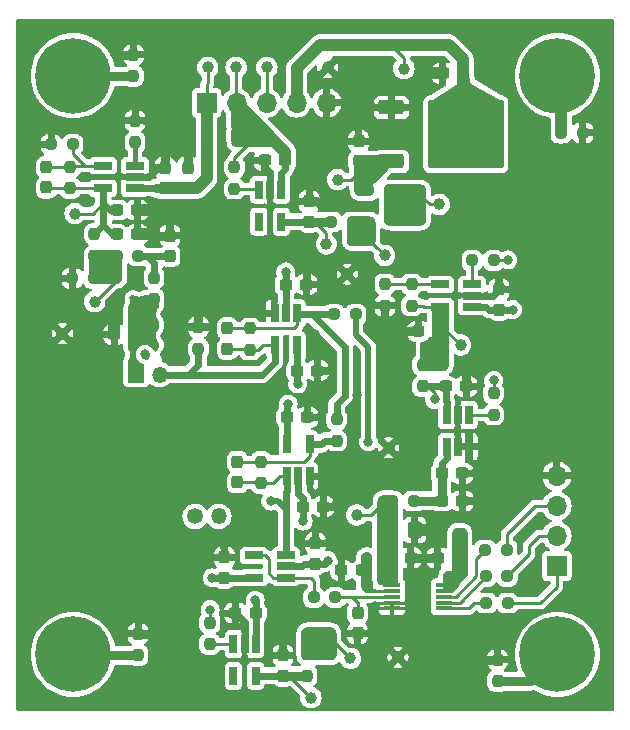
<source format=gbr>
%TF.GenerationSoftware,KiCad,Pcbnew,7.0.2-0*%
%TF.CreationDate,2025-01-08T13:19:12-05:00*%
%TF.ProjectId,plaqchek_sipm_sens,706c6171-6368-4656-9b5f-7369706d5f73,rev?*%
%TF.SameCoordinates,Original*%
%TF.FileFunction,Copper,L1,Top*%
%TF.FilePolarity,Positive*%
%FSLAX46Y46*%
G04 Gerber Fmt 4.6, Leading zero omitted, Abs format (unit mm)*
G04 Created by KiCad (PCBNEW 7.0.2-0) date 2025-01-08 13:19:12*
%MOMM*%
%LPD*%
G01*
G04 APERTURE LIST*
G04 Aperture macros list*
%AMRoundRect*
0 Rectangle with rounded corners*
0 $1 Rounding radius*
0 $2 $3 $4 $5 $6 $7 $8 $9 X,Y pos of 4 corners*
0 Add a 4 corners polygon primitive as box body*
4,1,4,$2,$3,$4,$5,$6,$7,$8,$9,$2,$3,0*
0 Add four circle primitives for the rounded corners*
1,1,$1+$1,$2,$3*
1,1,$1+$1,$4,$5*
1,1,$1+$1,$6,$7*
1,1,$1+$1,$8,$9*
0 Add four rect primitives between the rounded corners*
20,1,$1+$1,$2,$3,$4,$5,0*
20,1,$1+$1,$4,$5,$6,$7,0*
20,1,$1+$1,$6,$7,$8,$9,0*
20,1,$1+$1,$8,$9,$2,$3,0*%
G04 Aperture macros list end*
%TA.AperFunction,SMDPad,CuDef*%
%ADD10C,1.000000*%
%TD*%
%TA.AperFunction,SMDPad,CuDef*%
%ADD11RoundRect,0.237500X-0.300000X-0.237500X0.300000X-0.237500X0.300000X0.237500X-0.300000X0.237500X0*%
%TD*%
%TA.AperFunction,SMDPad,CuDef*%
%ADD12RoundRect,0.237500X-0.250000X-0.237500X0.250000X-0.237500X0.250000X0.237500X-0.250000X0.237500X0*%
%TD*%
%TA.AperFunction,SMDPad,CuDef*%
%ADD13RoundRect,0.237500X-0.237500X0.250000X-0.237500X-0.250000X0.237500X-0.250000X0.237500X0.250000X0*%
%TD*%
%TA.AperFunction,SMDPad,CuDef*%
%ADD14RoundRect,0.237500X0.250000X0.237500X-0.250000X0.237500X-0.250000X-0.237500X0.250000X-0.237500X0*%
%TD*%
%TA.AperFunction,SMDPad,CuDef*%
%ADD15RoundRect,0.237500X0.237500X-0.300000X0.237500X0.300000X-0.237500X0.300000X-0.237500X-0.300000X0*%
%TD*%
%TA.AperFunction,SMDPad,CuDef*%
%ADD16R,0.650000X1.560000*%
%TD*%
%TA.AperFunction,SMDPad,CuDef*%
%ADD17R,1.560000X0.650000*%
%TD*%
%TA.AperFunction,SMDPad,CuDef*%
%ADD18RoundRect,0.237500X0.300000X0.237500X-0.300000X0.237500X-0.300000X-0.237500X0.300000X-0.237500X0*%
%TD*%
%TA.AperFunction,SMDPad,CuDef*%
%ADD19RoundRect,0.237500X0.237500X-0.250000X0.237500X0.250000X-0.237500X0.250000X-0.237500X-0.250000X0*%
%TD*%
%TA.AperFunction,ComponentPad*%
%ADD20C,6.400000*%
%TD*%
%TA.AperFunction,SMDPad,CuDef*%
%ADD21RoundRect,0.237500X-0.237500X0.300000X-0.237500X-0.300000X0.237500X-0.300000X0.237500X0.300000X0*%
%TD*%
%TA.AperFunction,ComponentPad*%
%ADD22R,1.700000X1.700000*%
%TD*%
%TA.AperFunction,ComponentPad*%
%ADD23O,1.700000X1.700000*%
%TD*%
%TA.AperFunction,SMDPad,CuDef*%
%ADD24RoundRect,0.250000X-0.850000X-0.350000X0.850000X-0.350000X0.850000X0.350000X-0.850000X0.350000X0*%
%TD*%
%TA.AperFunction,SMDPad,CuDef*%
%ADD25RoundRect,0.250000X-1.275000X-1.125000X1.275000X-1.125000X1.275000X1.125000X-1.275000X1.125000X0*%
%TD*%
%TA.AperFunction,SMDPad,CuDef*%
%ADD26RoundRect,0.249997X-2.950003X-2.650003X2.950003X-2.650003X2.950003X2.650003X-2.950003X2.650003X0*%
%TD*%
%TA.AperFunction,SMDPad,CuDef*%
%ADD27R,1.400000X0.300000*%
%TD*%
%TA.AperFunction,SMDPad,CuDef*%
%ADD28RoundRect,0.250000X-0.337500X-0.475000X0.337500X-0.475000X0.337500X0.475000X-0.337500X0.475000X0*%
%TD*%
%TA.AperFunction,ComponentPad*%
%ADD29R,1.350000X1.350000*%
%TD*%
%TA.AperFunction,ComponentPad*%
%ADD30O,1.350000X1.350000*%
%TD*%
%TA.AperFunction,ComponentPad*%
%ADD31C,1.350000*%
%TD*%
%TA.AperFunction,ViaPad*%
%ADD32C,0.800000*%
%TD*%
%TA.AperFunction,Conductor*%
%ADD33C,0.250000*%
%TD*%
%TA.AperFunction,Conductor*%
%ADD34C,1.000000*%
%TD*%
%TA.AperFunction,Conductor*%
%ADD35C,0.600000*%
%TD*%
%TA.AperFunction,Conductor*%
%ADD36C,0.800000*%
%TD*%
%TA.AperFunction,Conductor*%
%ADD37C,0.500000*%
%TD*%
%TA.AperFunction,Conductor*%
%ADD38C,0.400000*%
%TD*%
G04 APERTURE END LIST*
D10*
%TO.P,TP9,1,1*%
%TO.N,+3V3*%
X172396000Y-61300000D03*
%TD*%
%TO.P,TP16,1,1*%
%TO.N,GND*%
X179200000Y-78800000D03*
%TD*%
D11*
%TO.P,C31,1*%
%TO.N,Net-(U5-OUT)*%
X187200000Y-98000000D03*
%TO.P,C31,2*%
%TO.N,GND*%
X188925000Y-98000000D03*
%TD*%
D12*
%TO.P,R9,1*%
%TO.N,Net-(U2-OUT)*%
X178087500Y-82200000D03*
%TO.P,R9,2*%
%TO.N,Net-(U3-OUT)*%
X179912500Y-82200000D03*
%TD*%
D13*
%TO.P,R8,1*%
%TO.N,Net-(U2-OUT)*%
X178300000Y-91075000D03*
%TO.P,R8,2*%
%TO.N,Net-(U3--)*%
X178300000Y-92900000D03*
%TD*%
D12*
%TO.P,R13,1*%
%TO.N,/SIPM Readout/AIN*%
X176379500Y-106172000D03*
%TO.P,R13,2*%
%TO.N,/SIPM Readout/AIN_FILT*%
X178204500Y-106172000D03*
%TD*%
D13*
%TO.P,R11,1*%
%TO.N,Net-(U3--)*%
X171900000Y-94675000D03*
%TO.P,R11,2*%
%TO.N,Net-(U3-OUT)*%
X171900000Y-96500000D03*
%TD*%
D14*
%TO.P,R25,1*%
%TO.N,-5VA*%
X182800000Y-71695000D03*
%TO.P,R25,2*%
%TO.N,/-5V_OUT*%
X180975000Y-71695000D03*
%TD*%
D15*
%TO.P,C17,1*%
%TO.N,SIPM_BIAS_OUT*%
X163773950Y-71527000D03*
%TO.P,C17,2*%
%TO.N,GND*%
X163773950Y-69802000D03*
%TD*%
D10*
%TO.P,TP4,1,1*%
%TO.N,+1V8*%
X179475000Y-111325000D03*
%TD*%
D12*
%TO.P,R21,1*%
%TO.N,Net-(H2-Pad1)*%
X197320000Y-66840000D03*
%TO.P,R21,2*%
%TO.N,GND*%
X199145000Y-66840000D03*
%TD*%
D11*
%TO.P,C25,1*%
%TO.N,GND*%
X187275000Y-61800000D03*
%TO.P,C25,2*%
%TO.N,-6V5*%
X189000000Y-61800000D03*
%TD*%
D16*
%TO.P,U2,1,OUT*%
%TO.N,Net-(U2-OUT)*%
X174969800Y-82118000D03*
%TO.P,U2,2,VS-*%
%TO.N,-5VA*%
X174019800Y-82118000D03*
%TO.P,U2,3,+*%
%TO.N,GND*%
X173069800Y-82118000D03*
%TO.P,U2,4,-*%
%TO.N,/SIPM Readout/SIPM_OUT*%
X173069800Y-84818000D03*
%TO.P,U2,5,VS+*%
%TO.N,+5VA*%
X174969800Y-84818000D03*
%TD*%
D17*
%TO.P,U11,1,IN*%
%TO.N,+6V*%
X189771400Y-81563000D03*
%TO.P,U11,2,GND*%
%TO.N,GND*%
X189771400Y-80613000D03*
%TO.P,U11,3,EN*%
%TO.N,Net-(U11-EN)*%
X189771400Y-79663000D03*
%TO.P,U11,4,ADJ*%
%TO.N,Net-(U11-ADJ)*%
X187071400Y-79663000D03*
%TO.P,U11,5,OUT*%
%TO.N,/5V35_OUT*%
X187071400Y-81563000D03*
%TD*%
D11*
%TO.P,C20,1*%
%TO.N,/PD_BIAS_OUT*%
X159700000Y-73378000D03*
%TO.P,C20,2*%
%TO.N,GND*%
X161425000Y-73378000D03*
%TD*%
D18*
%TO.P,C23,1*%
%TO.N,GND*%
X175734500Y-79693000D03*
%TO.P,C23,2*%
%TO.N,-5VA*%
X174009500Y-79693000D03*
%TD*%
D19*
%TO.P,R20,1*%
%TO.N,Net-(H1-Pad1)*%
X161100000Y-62050000D03*
%TO.P,R20,2*%
%TO.N,GND*%
X161100000Y-60225000D03*
%TD*%
%TO.P,R24,1*%
%TO.N,Net-(U7-EN)*%
X167562000Y-110124000D03*
%TO.P,R24,2*%
%TO.N,+3V3*%
X167562000Y-108299000D03*
%TD*%
D13*
%TO.P,R18,1*%
%TO.N,+1V8*%
X175800000Y-110975000D03*
%TO.P,R18,2*%
%TO.N,/1V8_OUT*%
X175800000Y-112800000D03*
%TD*%
D18*
%TO.P,C14,1*%
%TO.N,+1V8*%
X180440500Y-103886000D03*
%TO.P,C14,2*%
%TO.N,GND*%
X178715500Y-103886000D03*
%TD*%
D20*
%TO.P,H3,1,1*%
%TO.N,Net-(H3-Pad1)*%
X156000000Y-111000000D03*
%TD*%
D18*
%TO.P,C15,1*%
%TO.N,+3V3*%
X171462500Y-107499000D03*
%TO.P,C15,2*%
%TO.N,GND*%
X169737500Y-107499000D03*
%TD*%
D17*
%TO.P,U4,1,OUT*%
%TO.N,/SIPM Readout/AIN*%
X174000000Y-104500000D03*
%TO.P,U4,2,VS-*%
%TO.N,-5VA*%
X174000000Y-103550000D03*
%TO.P,U4,3,+*%
%TO.N,Net-(U3-OUT)*%
X174000000Y-102600000D03*
%TO.P,U4,4,-*%
%TO.N,/SIPM Readout/AIN*%
X171300000Y-102600000D03*
%TO.P,U4,5,VS+*%
%TO.N,+5VA*%
X171300000Y-104500000D03*
%TD*%
D11*
%TO.P,C9,1*%
%TO.N,+5.35V*%
X187537500Y-88297200D03*
%TO.P,C9,2*%
%TO.N,GND*%
X189262500Y-88297200D03*
%TD*%
D10*
%TO.P,TP19,1,1*%
%TO.N,GND*%
X177546000Y-61300000D03*
%TD*%
D12*
%TO.P,R29,1*%
%TO.N,Net-(U6-SDO)*%
X190925000Y-104400000D03*
%TO.P,R29,2*%
%TO.N,SPI_3V3_ADC_MISO*%
X192750000Y-104400000D03*
%TD*%
D19*
%TO.P,R23,1*%
%TO.N,Net-(H4-Pad1)*%
X191930000Y-113252500D03*
%TO.P,R23,2*%
%TO.N,GND*%
X191930000Y-111427500D03*
%TD*%
%TO.P,R7,1*%
%TO.N,/SIPM Readout/SIPM_OUT*%
X170971800Y-85213000D03*
%TO.P,R7,2*%
%TO.N,Net-(U2-OUT)*%
X170971800Y-83388000D03*
%TD*%
D13*
%TO.P,R5,1*%
%TO.N,Net-(C2-Pad2)*%
X162850000Y-79100000D03*
%TO.P,R5,2*%
%TO.N,/SIPM Readout/SIPM_BIAS*%
X162850000Y-80925000D03*
%TD*%
D10*
%TO.P,TP20,1,1*%
%TO.N,GND*%
X182700000Y-93500000D03*
%TD*%
D20*
%TO.P,H2,1,1*%
%TO.N,Net-(H2-Pad1)*%
X197000000Y-62000000D03*
%TD*%
D19*
%TO.P,R27,1*%
%TO.N,+5.35V*%
X185600000Y-88312500D03*
%TO.P,R27,2*%
%TO.N,/5V35_OUT*%
X185600000Y-86487500D03*
%TD*%
%TO.P,R22,1*%
%TO.N,Net-(H3-Pad1)*%
X161500000Y-111075000D03*
%TO.P,R22,2*%
%TO.N,GND*%
X161500000Y-109250000D03*
%TD*%
D14*
%TO.P,R4,1*%
%TO.N,+5VA*%
X179655000Y-74380000D03*
%TO.P,R4,2*%
%TO.N,/5V_OUT*%
X177830000Y-74380000D03*
%TD*%
D18*
%TO.P,C6,1*%
%TO.N,GND*%
X176684500Y-86968000D03*
%TO.P,C6,2*%
%TO.N,+5VA*%
X174959500Y-86968000D03*
%TD*%
D15*
%TO.P,C21,1*%
%TO.N,/PD_BIAS_OUT*%
X153729750Y-71460500D03*
%TO.P,C21,2*%
%TO.N,Net-(U8-FB)*%
X153729750Y-69735500D03*
%TD*%
D10*
%TO.P,TP14,1,1*%
%TO.N,-6V5*%
X184000000Y-61400000D03*
%TD*%
D15*
%TO.P,C16,1*%
%TO.N,/1V8_OUT*%
X173762000Y-112800000D03*
%TO.P,C16,2*%
%TO.N,GND*%
X173762000Y-111075000D03*
%TD*%
D18*
%TO.P,C29,1*%
%TO.N,/5V35_OUT*%
X186952500Y-83640000D03*
%TO.P,C29,2*%
%TO.N,GND*%
X185227500Y-83640000D03*
%TD*%
D20*
%TO.P,H1,1,1*%
%TO.N,Net-(H1-Pad1)*%
X156000000Y-62000000D03*
%TD*%
D12*
%TO.P,R26,1*%
%TO.N,Net-(U11-EN)*%
X189769500Y-77631000D03*
%TO.P,R26,2*%
%TO.N,+6V*%
X191594500Y-77631000D03*
%TD*%
D10*
%TO.P,TP6,1,1*%
%TO.N,+5VA*%
X182372000Y-77216000D03*
%TD*%
D15*
%TO.P,C28,1*%
%TO.N,+6V*%
X192053600Y-81796600D03*
%TO.P,C28,2*%
%TO.N,GND*%
X192053600Y-80071600D03*
%TD*%
D18*
%TO.P,C8,1*%
%TO.N,GND*%
X175834500Y-90922200D03*
%TO.P,C8,2*%
%TO.N,+5VA*%
X174109500Y-90922200D03*
%TD*%
D21*
%TO.P,C26,1*%
%TO.N,GND*%
X180175000Y-67537500D03*
%TO.P,C26,2*%
%TO.N,/-5V_OUT*%
X180175000Y-69262500D03*
%TD*%
D10*
%TO.P,TP11,1,1*%
%TO.N,-5VA*%
X187000000Y-72900000D03*
%TD*%
D12*
%TO.P,R31,1*%
%TO.N,Net-(U6-SCLK)*%
X190900000Y-102150000D03*
%TO.P,R31,2*%
%TO.N,SPI_3V3_ADC_SCLK*%
X192725000Y-102150000D03*
%TD*%
D19*
%TO.P,R17,1*%
%TO.N,PD_BIAS*%
X157800000Y-77225000D03*
%TO.P,R17,2*%
%TO.N,/PD_BIAS_OUT*%
X157800000Y-75400000D03*
%TD*%
D13*
%TO.P,R12,1*%
%TO.N,+5.35V*%
X191590900Y-88885200D03*
%TO.P,R12,2*%
%TO.N,Net-(U5-~{SHDN})*%
X191590900Y-90710200D03*
%TD*%
D21*
%TO.P,C12,1*%
%TO.N,/SIPM Readout/AIN_FILT*%
X180086000Y-107495000D03*
%TO.P,C12,2*%
%TO.N,GND*%
X180086000Y-109220000D03*
%TD*%
D15*
%TO.P,C4,1*%
%TO.N,/5V_OUT*%
X175980000Y-74372500D03*
%TO.P,C4,2*%
%TO.N,GND*%
X175980000Y-72647500D03*
%TD*%
D10*
%TO.P,TP13,1,1*%
%TO.N,+6V*%
X169796000Y-61300000D03*
%TD*%
D13*
%TO.P,R19,1*%
%TO.N,Net-(U11-ADJ)*%
X182400000Y-79637500D03*
%TO.P,R19,2*%
%TO.N,GND*%
X182400000Y-81462500D03*
%TD*%
D14*
%TO.P,R16,1*%
%TO.N,Net-(U8-FB)*%
X155956000Y-67818000D03*
%TO.P,R16,2*%
%TO.N,GND*%
X154131000Y-67818000D03*
%TD*%
D10*
%TO.P,TP8,1,1*%
%TO.N,SIPM_BIAS_OUT*%
X167396000Y-61300000D03*
%TD*%
%TO.P,TP3,1,1*%
%TO.N,/1V8_OUT*%
X176125000Y-114650000D03*
%TD*%
D11*
%TO.P,C3,1*%
%TO.N,GND*%
X159475000Y-83900000D03*
%TO.P,C3,2*%
%TO.N,/SIPM Readout/SIPM_BIAS*%
X161200000Y-83900000D03*
%TD*%
%TO.P,C30,1*%
%TO.N,/SIPM Readout/VREF_ADC*%
X182850800Y-102814200D03*
%TO.P,C30,2*%
%TO.N,GND*%
X184575800Y-102814200D03*
%TD*%
D22*
%TO.P,J2,1,Pin_1*%
%TO.N,SPI_3V3_ADC_CS*%
X196950000Y-103505000D03*
D23*
%TO.P,J2,2,Pin_2*%
%TO.N,SPI_3V3_ADC_MISO*%
X196950000Y-100965000D03*
%TO.P,J2,3,Pin_3*%
%TO.N,SPI_3V3_ADC_SCLK*%
X196950000Y-98425000D03*
%TO.P,J2,4,Pin_4*%
%TO.N,GND*%
X196950000Y-95885000D03*
%TD*%
D13*
%TO.P,R6,1*%
%TO.N,GND*%
X166600000Y-83275000D03*
%TO.P,R6,2*%
%TO.N,/SIPM Readout/SIPM_OUT*%
X166600000Y-85100000D03*
%TD*%
D10*
%TO.P,TP7,1,1*%
%TO.N,/5V35_OUT*%
X188800000Y-84800000D03*
%TD*%
D21*
%TO.P,C27,1*%
%TO.N,GND*%
X176500000Y-101587500D03*
%TO.P,C27,2*%
%TO.N,-5VA*%
X176500000Y-103312500D03*
%TD*%
D12*
%TO.P,R1,1*%
%TO.N,GND*%
X155925000Y-79150000D03*
%TO.P,R1,2*%
%TO.N,PD_BIAS*%
X157750000Y-79150000D03*
%TD*%
D19*
%TO.P,R3,1*%
%TO.N,Net-(U1-EN)*%
X169650000Y-71575000D03*
%TO.P,R3,2*%
%TO.N,+6V*%
X169650000Y-69750000D03*
%TD*%
D15*
%TO.P,C5,1*%
%TO.N,/SIPM Readout/SIPM_OUT*%
X169053800Y-85113000D03*
%TO.P,C5,2*%
%TO.N,Net-(U2-OUT)*%
X169053800Y-83388000D03*
%TD*%
D21*
%TO.P,C10,1*%
%TO.N,GND*%
X168800000Y-102787500D03*
%TO.P,C10,2*%
%TO.N,+5VA*%
X168800000Y-104512500D03*
%TD*%
D24*
%TO.P,U9,1,GND*%
%TO.N,GND*%
X182950000Y-64690000D03*
D25*
%TO.P,U9,2,VI*%
%TO.N,-6V5*%
X187575000Y-65445000D03*
X187575000Y-68495000D03*
D26*
X189250000Y-66970000D03*
D25*
X190925000Y-65445000D03*
X190925000Y-68495000D03*
D24*
%TO.P,U9,3,VO*%
%TO.N,/-5V_OUT*%
X182950000Y-69250000D03*
%TD*%
D13*
%TO.P,R14,1*%
%TO.N,GND*%
X161239750Y-65823000D03*
%TO.P,R14,2*%
%TO.N,Net-(U8-SHDN)*%
X161239750Y-67648000D03*
%TD*%
D10*
%TO.P,TP10,1,1*%
%TO.N,/-5V_OUT*%
X178400000Y-70800000D03*
%TD*%
D21*
%TO.P,C7,1*%
%TO.N,Net-(U3--)*%
X169900000Y-94700000D03*
%TO.P,C7,2*%
%TO.N,Net-(U3-OUT)*%
X169900000Y-96425000D03*
%TD*%
D22*
%TO.P,J3,1,Pin_1*%
%TO.N,SIPM_BIAS_OUT*%
X167296000Y-64300000D03*
D23*
%TO.P,J3,2,Pin_2*%
%TO.N,+6V*%
X169836000Y-64300000D03*
%TO.P,J3,3,Pin_3*%
%TO.N,+3V3*%
X172376000Y-64300000D03*
%TO.P,J3,4,Pin_4*%
%TO.N,-6V5*%
X174916000Y-64300000D03*
%TO.P,J3,5,Pin_5*%
%TO.N,GND*%
X177456000Y-64300000D03*
%TD*%
D16*
%TO.P,U1,1,IN*%
%TO.N,+6V*%
X173622701Y-71648808D03*
%TO.P,U1,2,GND*%
%TO.N,GND*%
X172672701Y-71648808D03*
%TO.P,U1,3,EN*%
%TO.N,Net-(U1-EN)*%
X171722701Y-71648808D03*
%TO.P,U1,4,NC*%
%TO.N,unconnected-(U1-NC-Pad4)*%
X171722701Y-74348808D03*
%TO.P,U1,5,OUT*%
%TO.N,/5V_OUT*%
X173622701Y-74348808D03*
%TD*%
D17*
%TO.P,U8,1,VIN*%
%TO.N,SIPM_BIAS_OUT*%
X161235550Y-71517200D03*
%TO.P,U8,2,GND*%
%TO.N,GND*%
X161235550Y-70567200D03*
%TO.P,U8,3,SHDN*%
%TO.N,Net-(U8-SHDN)*%
X161235550Y-69617200D03*
%TO.P,U8,4,FB*%
%TO.N,Net-(U8-FB)*%
X158535550Y-69617200D03*
%TO.P,U8,5,VOUT*%
%TO.N,/PD_BIAS_OUT*%
X158535550Y-71517200D03*
%TD*%
D10*
%TO.P,TP12,1,1*%
%TO.N,/SIPM Readout/VREF_ADC*%
X180000000Y-99200000D03*
%TD*%
D14*
%TO.P,R28,1*%
%TO.N,Net-(U5-OUT)*%
X184825000Y-98000000D03*
%TO.P,R28,2*%
%TO.N,/SIPM Readout/VREF_ADC*%
X183000000Y-98000000D03*
%TD*%
D10*
%TO.P,TP1,1,1*%
%TO.N,PD_BIAS*%
X157825000Y-81125000D03*
%TD*%
D16*
%TO.P,U7,1,VIN*%
%TO.N,+3V3*%
X171462000Y-110099000D03*
%TO.P,U7,2,GND*%
%TO.N,GND*%
X170512000Y-110099000D03*
%TO.P,U7,3,EN*%
%TO.N,Net-(U7-EN)*%
X169562000Y-110099000D03*
%TO.P,U7,4,NC*%
%TO.N,unconnected-(U7-NC-Pad4)*%
X169562000Y-112799000D03*
%TO.P,U7,5,VOUT*%
%TO.N,/1V8_OUT*%
X171462000Y-112799000D03*
%TD*%
D19*
%TO.P,R10,1*%
%TO.N,/5V35_OUT*%
X184658400Y-81464500D03*
%TO.P,R10,2*%
%TO.N,Net-(U11-ADJ)*%
X184658400Y-79639500D03*
%TD*%
D10*
%TO.P,TP15,1,1*%
%TO.N,GND*%
X183500000Y-111250000D03*
%TD*%
%TO.P,TP17,1,1*%
%TO.N,GND*%
X155080000Y-83840000D03*
%TD*%
D16*
%TO.P,U5,1,OUT*%
%TO.N,Net-(U5-OUT)*%
X187610300Y-93410200D03*
%TO.P,U5,2,GND*%
%TO.N,GND*%
X188560300Y-93410200D03*
%TO.P,U5,3,GND*%
X189510300Y-93410200D03*
%TO.P,U5,4,~{SHDN}*%
%TO.N,Net-(U5-~{SHDN})*%
X189510300Y-90710200D03*
%TO.P,U5,5,GND*%
%TO.N,GND*%
X188560300Y-90710200D03*
%TO.P,U5,6,VDD*%
%TO.N,+5.35V*%
X187610300Y-90710200D03*
%TD*%
D27*
%TO.P,U6,1,VREF*%
%TO.N,/SIPM Readout/VREF_ADC*%
X183003200Y-105108200D03*
%TO.P,U6,2,AVDD*%
%TO.N,+1V8*%
X183003200Y-105608200D03*
%TO.P,U6,3,AIN+*%
%TO.N,/SIPM Readout/AIN_FILT*%
X183003200Y-106108200D03*
%TO.P,U6,4,AIN-*%
%TO.N,GND*%
X183003200Y-106608200D03*
%TO.P,U6,5,GND*%
X183003200Y-107108200D03*
%TO.P,U6,6,CNVST*%
%TO.N,Net-(U6-CNVST)*%
X187403200Y-107108200D03*
%TO.P,U6,7,SDO*%
%TO.N,Net-(U6-SDO)*%
X187403200Y-106608200D03*
%TO.P,U6,8,SCLK*%
%TO.N,Net-(U6-SCLK)*%
X187403200Y-106108200D03*
%TO.P,U6,9,SDI*%
%TO.N,+3V3*%
X187403200Y-105608200D03*
%TO.P,U6,10,DVIO*%
X187403200Y-105108200D03*
%TD*%
D10*
%TO.P,TP5,1,1*%
%TO.N,/5V_OUT*%
X177430000Y-76260000D03*
%TD*%
D18*
%TO.P,C22,1*%
%TO.N,+3V3*%
X188600000Y-102825000D03*
%TO.P,C22,2*%
%TO.N,GND*%
X186875000Y-102825000D03*
%TD*%
D15*
%TO.P,C18,1*%
%TO.N,SIPM_BIAS_OUT*%
X165679750Y-71508000D03*
%TO.P,C18,2*%
%TO.N,GND*%
X165679750Y-69783000D03*
%TD*%
D18*
%TO.P,C24,1*%
%TO.N,GND*%
X177162500Y-98475000D03*
%TO.P,C24,2*%
%TO.N,-5VA*%
X175437500Y-98475000D03*
%TD*%
D12*
%TO.P,R2,1*%
%TO.N,PD_BIAS*%
X159687500Y-77250000D03*
%TO.P,R2,2*%
%TO.N,Net-(C2-Pad2)*%
X161512500Y-77250000D03*
%TD*%
D20*
%TO.P,H4,1,1*%
%TO.N,Net-(H4-Pad1)*%
X197000000Y-111000000D03*
%TD*%
D19*
%TO.P,R15,1*%
%TO.N,/PD_BIAS_OUT*%
X155769750Y-71520500D03*
%TO.P,R15,2*%
%TO.N,Net-(U8-FB)*%
X155769750Y-69695500D03*
%TD*%
D18*
%TO.P,C1,1*%
%TO.N,+6V*%
X173962500Y-69175000D03*
%TO.P,C1,2*%
%TO.N,GND*%
X172237500Y-69175000D03*
%TD*%
D21*
%TO.P,C2,1*%
%TO.N,GND*%
X164200000Y-75537500D03*
%TO.P,C2,2*%
%TO.N,Net-(C2-Pad2)*%
X164200000Y-77262500D03*
%TD*%
D11*
%TO.P,C19,1*%
%TO.N,/PD_BIAS_OUT*%
X159702500Y-75438000D03*
%TO.P,C19,2*%
%TO.N,GND*%
X161427500Y-75438000D03*
%TD*%
D10*
%TO.P,TP2,1,1*%
%TO.N,/PD_BIAS_OUT*%
X156160000Y-73670000D03*
%TD*%
D11*
%TO.P,C11,1*%
%TO.N,Net-(U5-OUT)*%
X187198900Y-95663200D03*
%TO.P,C11,2*%
%TO.N,GND*%
X188923900Y-95663200D03*
%TD*%
D16*
%TO.P,U3,1,OUT*%
%TO.N,Net-(U3-OUT)*%
X174122000Y-95918000D03*
%TO.P,U3,2,VS-*%
%TO.N,-5VA*%
X175072000Y-95918000D03*
%TO.P,U3,3,+*%
%TO.N,GND*%
X176022000Y-95918000D03*
%TO.P,U3,4,-*%
%TO.N,Net-(U3--)*%
X176022000Y-93218000D03*
%TO.P,U3,5,VS+*%
%TO.N,+5VA*%
X174122000Y-93218000D03*
%TD*%
D28*
%TO.P,C13,1*%
%TO.N,/SIPM Readout/VREF_ADC*%
X182850800Y-100477400D03*
%TO.P,C13,2*%
%TO.N,GND*%
X184925800Y-100477400D03*
%TD*%
D12*
%TO.P,R30,1*%
%TO.N,Net-(U6-CNVST)*%
X190975000Y-106650000D03*
%TO.P,R30,2*%
%TO.N,SPI_3V3_ADC_CS*%
X192800000Y-106650000D03*
%TD*%
D29*
%TO.P,U10,1,C*%
%TO.N,/SIPM Readout/SIPM_BIAS*%
X161327000Y-87303000D03*
D30*
%TO.P,U10,2,A*%
%TO.N,/SIPM Readout/SIPM_OUT*%
X163327000Y-87303000D03*
D31*
%TO.P,U10,3,NC*%
%TO.N,unconnected-(U10-NC-Pad3)*%
X166327000Y-99303000D03*
D30*
%TO.P,U10,4,NC*%
%TO.N,unconnected-(U10-NC-Pad4)*%
X168327000Y-99303000D03*
%TD*%
D32*
%TO.N,+6V*%
X193200000Y-81800000D03*
X169926000Y-66294000D03*
X169926000Y-67310000D03*
X192800000Y-77600000D03*
%TO.N,GND*%
X162535000Y-75398000D03*
X184000000Y-58000000D03*
X183000000Y-63400000D03*
X201000000Y-83000000D03*
X186000000Y-109000000D03*
X152000000Y-94000000D03*
X152000000Y-66000000D03*
X176000000Y-58000000D03*
X168000000Y-113000000D03*
X192000000Y-58000000D03*
X164300000Y-78600000D03*
X193000000Y-96000000D03*
X194350000Y-105600000D03*
X152000000Y-78000000D03*
X180000000Y-58000000D03*
X165200000Y-85700000D03*
X152000000Y-106000000D03*
X193400000Y-98600000D03*
X175768000Y-78740000D03*
X190775000Y-111450000D03*
X163800000Y-85600000D03*
X196000000Y-58000000D03*
X181200000Y-81200000D03*
X189250000Y-87200000D03*
X165200000Y-83200000D03*
X152000000Y-70000000D03*
X185700000Y-90300000D03*
X160000000Y-58000000D03*
X160000000Y-85600000D03*
X183000000Y-66000000D03*
X170000000Y-115000000D03*
X201000000Y-111000000D03*
X172000000Y-58000000D03*
X201000000Y-103000000D03*
X172000000Y-80800000D03*
X159000000Y-87000000D03*
X164200000Y-74400000D03*
X179900000Y-96300000D03*
X184750000Y-107000000D03*
X175250000Y-107250000D03*
X163000000Y-89000000D03*
X166000000Y-112000000D03*
X192000000Y-76000000D03*
X180200000Y-66200000D03*
X194150000Y-104425000D03*
X165500000Y-88500000D03*
X163800000Y-82200000D03*
X183000000Y-91000000D03*
X162000000Y-115000000D03*
X174000000Y-115000000D03*
X157400000Y-72700000D03*
X201000000Y-95000000D03*
X168600000Y-70600000D03*
X193830000Y-101150000D03*
X194000000Y-115000000D03*
X189000000Y-109000000D03*
X177371216Y-104777203D03*
X163800000Y-84000000D03*
X185750000Y-107000000D03*
X172750000Y-101000000D03*
X167000000Y-72800000D03*
X188000000Y-58000000D03*
X179750000Y-93000000D03*
X156000000Y-58000000D03*
X154600000Y-79100000D03*
X201000000Y-71000000D03*
X159470000Y-82910000D03*
X162435000Y-73398000D03*
X155900000Y-80400000D03*
X152000000Y-58000000D03*
X190000000Y-115000000D03*
X178300000Y-98090000D03*
X191600000Y-86500000D03*
X158000000Y-115000000D03*
X152000000Y-114000000D03*
X168600000Y-66500000D03*
X190000000Y-98000000D03*
X186000000Y-92000000D03*
X186200000Y-61800000D03*
X152000000Y-62000000D03*
X190000000Y-95600000D03*
X170250000Y-88500000D03*
X164000000Y-58000000D03*
X161290000Y-78740000D03*
X201000000Y-59000000D03*
X152000000Y-110000000D03*
X201000000Y-91000000D03*
X156500000Y-76400000D03*
X168600000Y-67700000D03*
X159900000Y-60300000D03*
X201000000Y-107000000D03*
X201000000Y-87000000D03*
X180000000Y-89000000D03*
X172500000Y-93200000D03*
X177546000Y-101600000D03*
X200000000Y-58000000D03*
X181150000Y-109225000D03*
X163759750Y-68798000D03*
X184750000Y-105000000D03*
X201000000Y-63000000D03*
X162189750Y-65828000D03*
X181575000Y-106900000D03*
X193000000Y-85000000D03*
X182975000Y-107975000D03*
X189000000Y-75000000D03*
X201000000Y-99000000D03*
X182372000Y-82550000D03*
X186000000Y-115000000D03*
X193000000Y-93000000D03*
X152000000Y-90000000D03*
X152000000Y-82000000D03*
X176900000Y-90900000D03*
X192000000Y-109000000D03*
X165200000Y-72900000D03*
X183000000Y-89000000D03*
X185750000Y-102800000D03*
X156500000Y-77500000D03*
X178750000Y-107500000D03*
X183000000Y-87000000D03*
X201000000Y-67000000D03*
X195525000Y-105075000D03*
X152000000Y-102000000D03*
X174000000Y-105750000D03*
X154136000Y-66498000D03*
X194000000Y-67000000D03*
X177200000Y-94510000D03*
X163700000Y-72900000D03*
X167820000Y-86080000D03*
X181200000Y-64600000D03*
X201000000Y-75000000D03*
X178000000Y-115000000D03*
X184800000Y-64600000D03*
X160000000Y-89000000D03*
X190600000Y-93400000D03*
X176448455Y-83889720D03*
X166000000Y-67600000D03*
X168000000Y-88500000D03*
X166000000Y-115000000D03*
X182000000Y-115000000D03*
X162575000Y-109250000D03*
X168100000Y-72000000D03*
X162100000Y-85600000D03*
X169800000Y-106400000D03*
X177071831Y-73066898D03*
X166000000Y-66500000D03*
X201000000Y-79000000D03*
X168780000Y-101780000D03*
X177800000Y-86900000D03*
X192000000Y-72000000D03*
X198000000Y-115000000D03*
X164200000Y-80300000D03*
X192024000Y-78994000D03*
X152000000Y-86000000D03*
X152000000Y-74000000D03*
X168000000Y-58000000D03*
X178900000Y-67500000D03*
X185750000Y-105000000D03*
X154000000Y-115000000D03*
X172750000Y-99500000D03*
X177200000Y-95900000D03*
X190600000Y-94600000D03*
X165700000Y-68700000D03*
X168600000Y-68700000D03*
X179396036Y-105128700D03*
X184050000Y-83650000D03*
X173500000Y-87500000D03*
X160000000Y-81100000D03*
X156500000Y-75100000D03*
X166600000Y-82200000D03*
X201000000Y-115000000D03*
X177558734Y-85113874D03*
X161600000Y-79900000D03*
X192400000Y-99600000D03*
X186100000Y-100500000D03*
X152000000Y-98000000D03*
X182000000Y-84000000D03*
%TO.N,+5VA*%
X181102000Y-75692000D03*
X179832000Y-75692000D03*
X181102000Y-74422000D03*
X175000000Y-88100000D03*
X167770000Y-104510000D03*
X174200000Y-89800000D03*
%TO.N,Net-(U3-OUT)*%
X172724643Y-98012601D03*
X181000000Y-93000000D03*
%TO.N,+5.35V*%
X186600000Y-89400000D03*
X191600000Y-87800000D03*
%TO.N,+1V8*%
X177800000Y-109400000D03*
X180848000Y-102870000D03*
X175800000Y-109400000D03*
X177800000Y-111000000D03*
%TO.N,+3V3*%
X167600000Y-107200000D03*
X171400000Y-106400000D03*
X188710000Y-100840000D03*
X188720000Y-101700000D03*
%TO.N,-5VA*%
X175464448Y-99719320D03*
X173997000Y-78618000D03*
X177546000Y-103058500D03*
X185200000Y-71900000D03*
X183000000Y-74000000D03*
X185200000Y-73900000D03*
%TD*%
D33*
%TO.N,+6V*%
X171405500Y-67219500D02*
X171405500Y-65869500D01*
D34*
X171405500Y-65869500D02*
X173962500Y-68426500D01*
X169836000Y-64300000D02*
X171405500Y-65869500D01*
D33*
X169650000Y-69750000D02*
X169650000Y-68975000D01*
D35*
X190963000Y-81563000D02*
X191200000Y-81800000D01*
D33*
X169650000Y-68975000D02*
X171405500Y-67219500D01*
D35*
X173622701Y-70252299D02*
X173962500Y-69912500D01*
X193196600Y-81796600D02*
X193200000Y-81800000D01*
X191203400Y-81796600D02*
X192053600Y-81796600D01*
D33*
X191594500Y-77631000D02*
X192769000Y-77631000D01*
D35*
X173622701Y-71648808D02*
X173622701Y-70252299D01*
X192053600Y-81796600D02*
X193196600Y-81796600D01*
D33*
X192769000Y-77631000D02*
X192800000Y-77600000D01*
X169796000Y-61300000D02*
X169796000Y-64260000D01*
X169796000Y-64260000D02*
X169836000Y-64300000D01*
D34*
X173962500Y-68426500D02*
X173962500Y-69175000D01*
D35*
X173962500Y-69912500D02*
X173962500Y-69175000D01*
X189771400Y-81563000D02*
X190963000Y-81563000D01*
X191200000Y-81800000D02*
X191203400Y-81796600D01*
D36*
%TO.N,GND*%
X161500000Y-109250000D02*
X162575000Y-109250000D01*
D35*
X175768000Y-79659500D02*
X175734500Y-79693000D01*
X191512200Y-80613000D02*
X192053600Y-80071600D01*
X161235550Y-70567200D02*
X162390550Y-70567200D01*
D34*
X161425000Y-73378000D02*
X162415000Y-73378000D01*
D35*
X177915000Y-98475000D02*
X177162500Y-98475000D01*
D33*
X181783200Y-107108200D02*
X181575000Y-106900000D01*
D37*
X177200000Y-97300000D02*
X177225000Y-97325000D01*
D36*
X184050000Y-83650000D02*
X184060000Y-83640000D01*
D34*
X186077400Y-100477400D02*
X186100000Y-100500000D01*
D36*
X190797500Y-111427500D02*
X190775000Y-111450000D01*
D35*
X168800000Y-102787500D02*
X168800000Y-101800000D01*
D34*
X162415000Y-73378000D02*
X162435000Y-73398000D01*
D35*
X176877800Y-90922200D02*
X176900000Y-90900000D01*
D34*
X162495000Y-75438000D02*
X162535000Y-75398000D01*
D35*
X172237500Y-69687500D02*
X172237500Y-69175000D01*
D33*
X181145000Y-109220000D02*
X181150000Y-109225000D01*
D36*
X163773950Y-69802000D02*
X163773950Y-68812200D01*
D35*
X168800000Y-101800000D02*
X168780000Y-101780000D01*
X189771400Y-80613000D02*
X191512200Y-80613000D01*
D36*
X184575800Y-102814200D02*
X185735800Y-102814200D01*
D33*
X180086000Y-109220000D02*
X181145000Y-109220000D01*
D36*
X162674500Y-75537500D02*
X162535000Y-75398000D01*
D35*
X192053600Y-79023600D02*
X192024000Y-78994000D01*
D33*
X181866800Y-106608200D02*
X181575000Y-106900000D01*
D35*
X188923900Y-95663200D02*
X189936800Y-95663200D01*
D36*
X185750000Y-102800000D02*
X185764200Y-102814200D01*
X163155750Y-69802000D02*
X163773950Y-69802000D01*
X185735800Y-102814200D02*
X185750000Y-102800000D01*
D34*
X159475000Y-83900000D02*
X159475000Y-82915000D01*
D36*
X163773950Y-68812200D02*
X163759750Y-68798000D01*
D35*
X176500000Y-101587500D02*
X177533500Y-101587500D01*
D34*
X161427500Y-75438000D02*
X162495000Y-75438000D01*
D36*
X166600000Y-83275000D02*
X166600000Y-82200000D01*
X177071831Y-73066898D02*
X176652433Y-72647500D01*
D35*
X176709500Y-86943000D02*
X176684500Y-86968000D01*
X189936800Y-95663200D02*
X190000000Y-95600000D01*
D36*
X164200000Y-75537500D02*
X162674500Y-75537500D01*
D35*
X176684500Y-86968000D02*
X177732000Y-86968000D01*
D34*
X159475000Y-82915000D02*
X159470000Y-82910000D01*
D33*
X154131000Y-66503000D02*
X154136000Y-66498000D01*
D37*
X176375000Y-97300000D02*
X177200000Y-97300000D01*
D36*
X189262500Y-87212500D02*
X189250000Y-87200000D01*
D33*
X183003200Y-106608200D02*
X181866800Y-106608200D01*
D38*
X162184750Y-65823000D02*
X162189750Y-65828000D01*
D36*
X186864200Y-102814200D02*
X186875000Y-102825000D01*
X184060000Y-83640000D02*
X185227500Y-83640000D01*
X189262500Y-88297200D02*
X189262500Y-87212500D01*
D35*
X170512000Y-110099000D02*
X170512000Y-108273500D01*
X170512000Y-108273500D02*
X169737500Y-107499000D01*
D33*
X184358200Y-106608200D02*
X184750000Y-107000000D01*
D36*
X165679750Y-69783000D02*
X165679750Y-68720250D01*
X159975000Y-60225000D02*
X159900000Y-60300000D01*
D33*
X183003200Y-107108200D02*
X184641800Y-107108200D01*
X183003200Y-106608200D02*
X184358200Y-106608200D01*
D36*
X191930000Y-111427500D02*
X190797500Y-111427500D01*
D35*
X177533500Y-101587500D02*
X177546000Y-101600000D01*
D34*
X184925800Y-100477400D02*
X186077400Y-100477400D01*
D35*
X169737500Y-106462500D02*
X169800000Y-106400000D01*
D33*
X182400000Y-82522000D02*
X182372000Y-82550000D01*
D35*
X177732000Y-86968000D02*
X177800000Y-86900000D01*
D33*
X184641800Y-107108200D02*
X184750000Y-107000000D01*
D37*
X176022000Y-95918000D02*
X176022000Y-96947000D01*
D33*
X183003200Y-107108200D02*
X181783200Y-107108200D01*
D35*
X172672701Y-70122701D02*
X172237500Y-69687500D01*
X169737500Y-107499000D02*
X169737500Y-106462500D01*
D37*
X176022000Y-96947000D02*
X176375000Y-97300000D01*
D33*
X183003200Y-107946800D02*
X182975000Y-107975000D01*
D35*
X178300000Y-98090000D02*
X177915000Y-98475000D01*
D36*
X176652433Y-72647500D02*
X175980000Y-72647500D01*
D34*
X187275000Y-61800000D02*
X186200000Y-61800000D01*
D36*
X161100000Y-60225000D02*
X159975000Y-60225000D01*
D38*
X161239750Y-65823000D02*
X162184750Y-65823000D01*
D35*
X162390550Y-70567200D02*
X163155750Y-69802000D01*
D33*
X182400000Y-81462500D02*
X182400000Y-82522000D01*
X183003200Y-107108200D02*
X183003200Y-107946800D01*
D35*
X188925000Y-98000000D02*
X190000000Y-98000000D01*
D36*
X165679750Y-68720250D02*
X165700000Y-68700000D01*
D35*
X192053600Y-80071600D02*
X192053600Y-79023600D01*
X175834500Y-90922200D02*
X176877800Y-90922200D01*
X175768000Y-78740000D02*
X175768000Y-79659500D01*
D36*
X185764200Y-102814200D02*
X186864200Y-102814200D01*
D35*
X172672701Y-71648808D02*
X172672701Y-70122701D01*
D33*
X183003200Y-106608200D02*
X183003200Y-107108200D01*
X154131000Y-67818000D02*
X154131000Y-66503000D01*
D35*
%TO.N,Net-(C2-Pad2)*%
X164187500Y-77250000D02*
X164200000Y-77262500D01*
X162850000Y-77850000D02*
X162250000Y-77250000D01*
X162850000Y-79100000D02*
X162850000Y-77850000D01*
X162250000Y-77250000D02*
X164187500Y-77250000D01*
X161512500Y-77250000D02*
X162250000Y-77250000D01*
D33*
%TO.N,/5V_OUT*%
X177400000Y-75288505D02*
X176483995Y-74372500D01*
D35*
X175956308Y-74348808D02*
X175980000Y-74372500D01*
X173622701Y-74348808D02*
X175956308Y-74348808D01*
D33*
X177400000Y-76230000D02*
X177400000Y-75288505D01*
X177430000Y-76260000D02*
X177400000Y-76230000D01*
D36*
X175987500Y-74380000D02*
X175980000Y-74372500D01*
X177830000Y-74380000D02*
X175987500Y-74380000D01*
D35*
%TO.N,/SIPM Readout/SIPM_OUT*%
X165750000Y-87303000D02*
X163327000Y-87303000D01*
D33*
X170871800Y-85113000D02*
X170971800Y-85213000D01*
D35*
X166600000Y-85100000D02*
X166600000Y-86453000D01*
D33*
X172081800Y-84818000D02*
X173069800Y-84818000D01*
D35*
X173069800Y-84818000D02*
X173069800Y-86245200D01*
X172012000Y-87303000D02*
X165750000Y-87303000D01*
D33*
X169053800Y-85113000D02*
X170871800Y-85113000D01*
X171686800Y-85213000D02*
X172081800Y-84818000D01*
D35*
X173069800Y-86245200D02*
X172012000Y-87303000D01*
X166600000Y-86453000D02*
X165750000Y-87303000D01*
D33*
X170971800Y-85213000D02*
X171686800Y-85213000D01*
D35*
%TO.N,Net-(U2-OUT)*%
X179000000Y-89100000D02*
X178300000Y-89800000D01*
X179000000Y-85000000D02*
X179000000Y-89100000D01*
D33*
X174969800Y-83148000D02*
X174969800Y-82118000D01*
D35*
X176000000Y-82200000D02*
X175051800Y-82200000D01*
D33*
X170971800Y-83388000D02*
X174729800Y-83388000D01*
D35*
X178300000Y-89800000D02*
X178300000Y-91075000D01*
X178087500Y-82200000D02*
X176000000Y-82200000D01*
D33*
X170971800Y-83388000D02*
X169053800Y-83388000D01*
X174729800Y-83388000D02*
X174969800Y-83148000D01*
D35*
X176000000Y-82200000D02*
X176200000Y-82200000D01*
X175051800Y-82200000D02*
X174969800Y-82118000D01*
X176200000Y-82200000D02*
X179000000Y-85000000D01*
%TO.N,+5VA*%
X167772500Y-104512500D02*
X167770000Y-104510000D01*
X168800000Y-104512500D02*
X167772500Y-104512500D01*
X174969800Y-84818000D02*
X174969800Y-85865800D01*
X174969800Y-85865800D02*
X174959500Y-85876100D01*
X174122000Y-93218000D02*
X174122000Y-90934700D01*
D33*
X182372000Y-77216000D02*
X181661716Y-76505716D01*
D35*
X174959500Y-88059500D02*
X175000000Y-88100000D01*
D33*
X181661716Y-76503424D02*
X179655000Y-74496708D01*
D35*
X174109500Y-90922200D02*
X174109500Y-89890500D01*
D33*
X181661716Y-76505716D02*
X181661716Y-76503424D01*
X179655000Y-74496708D02*
X179655000Y-74380000D01*
D35*
X171287500Y-104512500D02*
X171300000Y-104500000D01*
X174959500Y-86968000D02*
X174959500Y-88059500D01*
X174959500Y-85876100D02*
X174959500Y-86968000D01*
X168800000Y-104512500D02*
X171287500Y-104512500D01*
X174109500Y-89890500D02*
X174200000Y-89800000D01*
D33*
%TO.N,Net-(U3--)*%
X176022000Y-94178000D02*
X176022000Y-93218000D01*
D35*
X177300000Y-92900000D02*
X178300000Y-92900000D01*
X176982000Y-93218000D02*
X177300000Y-92900000D01*
D33*
X171875000Y-94700000D02*
X171900000Y-94675000D01*
X169900000Y-94700000D02*
X171875000Y-94700000D01*
X171900000Y-94675000D02*
X175525000Y-94675000D01*
D35*
X176022000Y-93218000D02*
X176982000Y-93218000D01*
D33*
X175525000Y-94675000D02*
X176022000Y-94178000D01*
%TO.N,Net-(U3-OUT)*%
X171825000Y-96425000D02*
X171900000Y-96500000D01*
D35*
X174000000Y-98675063D02*
X174000000Y-97600000D01*
X174000000Y-97600000D02*
X174000000Y-97260000D01*
D37*
X179912500Y-83912500D02*
X181000000Y-85000000D01*
X172724643Y-98012601D02*
X173337538Y-98012601D01*
X179912500Y-82200000D02*
X179912500Y-83912500D01*
D33*
X174122000Y-95918000D02*
X173482000Y-95918000D01*
X169900000Y-96425000D02*
X171825000Y-96425000D01*
D35*
X174122000Y-97138000D02*
X174122000Y-95918000D01*
D37*
X181000000Y-85000000D02*
X181000000Y-93000000D01*
X173337538Y-98012601D02*
X174000000Y-98675063D01*
D35*
X174000000Y-102600000D02*
X174000000Y-98675063D01*
D33*
X173482000Y-95918000D02*
X172900000Y-96500000D01*
X172900000Y-96500000D02*
X171900000Y-96500000D01*
D35*
X174000000Y-97260000D02*
X174122000Y-97138000D01*
D33*
%TO.N,+5.35V*%
X186600000Y-88897200D02*
X186000000Y-88297200D01*
D35*
X187610300Y-90710200D02*
X187610300Y-89610300D01*
D33*
X186600000Y-89400000D02*
X186600000Y-88897200D01*
D35*
X186000000Y-88297200D02*
X185615300Y-88297200D01*
X187537500Y-89537500D02*
X187537500Y-88297200D01*
D33*
X191590900Y-88885200D02*
X191590900Y-87809100D01*
D35*
X187537500Y-88297200D02*
X186000000Y-88297200D01*
X187610300Y-89610300D02*
X187537500Y-89537500D01*
X185615300Y-88297200D02*
X185600000Y-88312500D01*
D33*
X191590900Y-87809100D02*
X191600000Y-87800000D01*
%TO.N,/SIPM Readout/VREF_ADC*%
X182400000Y-98000000D02*
X183000000Y-98000000D01*
X181200000Y-99200000D02*
X182400000Y-98000000D01*
X182324200Y-105108200D02*
X181864000Y-104648000D01*
X181864000Y-104648000D02*
X181864000Y-103124000D01*
X182850800Y-102814200D02*
X182173800Y-102814200D01*
X183000000Y-98000000D02*
X181864000Y-99136000D01*
X180000000Y-99200000D02*
X181200000Y-99200000D01*
X182173800Y-102814200D02*
X181864000Y-103124000D01*
X181864000Y-99136000D02*
X181864000Y-101464200D01*
X181864000Y-101464200D02*
X182850800Y-100477400D01*
X183003200Y-105108200D02*
X182324200Y-105108200D01*
X181864000Y-103124000D02*
X181864000Y-101464200D01*
%TO.N,/SIPM Readout/AIN_FILT*%
X180067300Y-106597500D02*
X179578000Y-106108200D01*
X180086000Y-107495000D02*
X180086000Y-106597500D01*
X179578000Y-106108200D02*
X178268300Y-106108200D01*
X180086000Y-106597500D02*
X180067300Y-106597500D01*
X178268300Y-106108200D02*
X178204500Y-106172000D01*
X183003200Y-106108200D02*
X179578000Y-106108200D01*
%TO.N,+1V8*%
X180440500Y-105256500D02*
X180440500Y-103886000D01*
X183003200Y-105608200D02*
X180848000Y-105608200D01*
D35*
X175800000Y-110975000D02*
X175800000Y-109400000D01*
D33*
X177800000Y-109650000D02*
X177800000Y-109400000D01*
X179475000Y-111325000D02*
X177800000Y-109650000D01*
X180792200Y-105608200D02*
X180440500Y-105256500D01*
%TO.N,+3V3*%
X187931800Y-105108200D02*
X188600000Y-104440000D01*
X167562000Y-108299000D02*
X167562000Y-107238000D01*
D35*
X171462500Y-106462500D02*
X171400000Y-106400000D01*
D33*
X172396000Y-64280000D02*
X172376000Y-64300000D01*
X188600000Y-105030000D02*
X188600000Y-104440000D01*
X188021800Y-105608200D02*
X188600000Y-105030000D01*
X187403200Y-105608200D02*
X188021800Y-105608200D01*
X187403200Y-105108200D02*
X187931800Y-105108200D01*
X188600000Y-104440000D02*
X188600000Y-102825000D01*
D35*
X171462500Y-107499000D02*
X171462500Y-106462500D01*
D33*
X172396000Y-61300000D02*
X172396000Y-64280000D01*
X167562000Y-107238000D02*
X167600000Y-107200000D01*
D35*
X171462000Y-110099000D02*
X171462000Y-107499500D01*
X171462000Y-107499500D02*
X171462500Y-107499000D01*
D33*
%TO.N,/1V8_OUT*%
X176125000Y-114650000D02*
X174275000Y-112800000D01*
D36*
X173762000Y-112800000D02*
X175800000Y-112800000D01*
D35*
X173762000Y-112800000D02*
X171463000Y-112800000D01*
D33*
X174275000Y-112800000D02*
X173762000Y-112800000D01*
D35*
X171463000Y-112800000D02*
X171462000Y-112799000D01*
D36*
%TO.N,SIPM_BIAS_OUT*%
X162993501Y-71530688D02*
X162997189Y-71527000D01*
D34*
X163792950Y-71508000D02*
X163773950Y-71527000D01*
D33*
X167296000Y-62704000D02*
X167296000Y-64300000D01*
D36*
X163773950Y-71527000D02*
X162997189Y-71527000D01*
D33*
X167396000Y-62604000D02*
X167296000Y-62704000D01*
D34*
X167296000Y-70702000D02*
X167296000Y-64300000D01*
X166490000Y-71508000D02*
X167296000Y-70702000D01*
D33*
X167396000Y-61300000D02*
X167396000Y-62604000D01*
D34*
X165679750Y-71508000D02*
X163792950Y-71508000D01*
D35*
X161235550Y-71517200D02*
X162980013Y-71517200D01*
D34*
X166490000Y-71508000D02*
X165679750Y-71508000D01*
D35*
X162980013Y-71517200D02*
X162993501Y-71530688D01*
D33*
%TO.N,/PD_BIAS_OUT*%
X156160000Y-73670000D02*
X157665550Y-73670000D01*
D35*
X159113550Y-73378000D02*
X158535550Y-72800000D01*
X159309100Y-75438000D02*
X159702500Y-75438000D01*
X158535550Y-72800000D02*
X158535550Y-71517200D01*
X157800000Y-75400000D02*
X158535550Y-74664450D01*
X159700000Y-73378000D02*
X159113550Y-73378000D01*
D33*
X158535550Y-71517200D02*
X155773050Y-71517200D01*
D35*
X159700000Y-75435500D02*
X159702500Y-75438000D01*
X158535550Y-74664450D02*
X159309100Y-75438000D01*
D33*
X157665550Y-73670000D02*
X158535550Y-72800000D01*
X155769750Y-71520500D02*
X153789750Y-71520500D01*
X155773050Y-71517200D02*
X155769750Y-71520500D01*
X153789750Y-71520500D02*
X153729750Y-71460500D01*
D35*
X158535550Y-74664450D02*
X158535550Y-72800000D01*
D33*
%TO.N,Net-(U8-FB)*%
X157469750Y-69617200D02*
X156972000Y-69617200D01*
X155848050Y-69617200D02*
X155769750Y-69695500D01*
X158535550Y-69617200D02*
X157469750Y-69617200D01*
X156972000Y-69617200D02*
X155848050Y-69617200D01*
X155956000Y-68601200D02*
X156972000Y-69617200D01*
X155956000Y-67818000D02*
X155956000Y-68601200D01*
X155769750Y-69695500D02*
X153769750Y-69695500D01*
X153769750Y-69695500D02*
X153729750Y-69735500D01*
D35*
%TO.N,-5VA*%
X175464448Y-99719320D02*
X175437500Y-99692372D01*
X174009500Y-78630500D02*
X173997000Y-78618000D01*
X175072000Y-97422000D02*
X175437500Y-97787500D01*
X174000000Y-103550000D02*
X175342000Y-103550000D01*
D33*
X186200000Y-72900000D02*
X185200000Y-71900000D01*
X187000000Y-72900000D02*
X186200000Y-72900000D01*
D35*
X175342000Y-103550000D02*
X175579500Y-103312500D01*
X174019800Y-79703300D02*
X174009500Y-79693000D01*
X175579500Y-103312500D02*
X176500000Y-103312500D01*
X175437500Y-97787500D02*
X175437500Y-98475000D01*
X177546000Y-103058500D02*
X177292000Y-103312500D01*
X174019800Y-82118000D02*
X174019800Y-79703300D01*
X174009500Y-79693000D02*
X174009500Y-78630500D01*
X177292000Y-103312500D02*
X176500000Y-103312500D01*
X175437500Y-99692372D02*
X175437500Y-98475000D01*
X175072000Y-95918000D02*
X175072000Y-97422000D01*
D34*
%TO.N,-6V5*%
X182900000Y-59400000D02*
X187800000Y-59400000D01*
X189000000Y-64020000D02*
X187575000Y-65445000D01*
D33*
X184000000Y-60500000D02*
X182900000Y-59400000D01*
D34*
X187800000Y-59400000D02*
X189000000Y-60600000D01*
X174916000Y-61380000D02*
X174996000Y-61300000D01*
D33*
X184000000Y-61400000D02*
X184000000Y-60500000D01*
D34*
X189000000Y-60600000D02*
X189000000Y-61800000D01*
X189000000Y-61800000D02*
X189000000Y-64020000D01*
X174916000Y-64300000D02*
X174916000Y-61380000D01*
X174996000Y-61300000D02*
X176896000Y-59400000D01*
X176896000Y-59400000D02*
X182900000Y-59400000D01*
%TO.N,/-5V_OUT*%
X180187500Y-69250000D02*
X180175000Y-69262500D01*
X182950000Y-69250000D02*
X181200000Y-69250000D01*
D33*
X181080000Y-69250000D02*
X181200000Y-69250000D01*
X179530000Y-70800000D02*
X181080000Y-69250000D01*
D34*
X181200000Y-69250000D02*
X180187500Y-69250000D01*
D33*
X178400000Y-70800000D02*
X179530000Y-70800000D01*
%TO.N,/5V35_OUT*%
X184658400Y-81464500D02*
X185614500Y-81464500D01*
X185614500Y-81464500D02*
X185713000Y-81563000D01*
D36*
X186952500Y-82918900D02*
X187071400Y-82800000D01*
D35*
X187071400Y-81563000D02*
X187071400Y-82800000D01*
D36*
X187071400Y-82800000D02*
X187071400Y-83600000D01*
X186952500Y-83640000D02*
X186952500Y-82918900D01*
D33*
X187071400Y-83071400D02*
X187071400Y-82800000D01*
D36*
X187071400Y-85016100D02*
X185600000Y-86487500D01*
X187071400Y-83600000D02*
X187071400Y-85016100D01*
D33*
X188800000Y-84800000D02*
X187071400Y-83071400D01*
X185713000Y-81563000D02*
X187071400Y-81563000D01*
D38*
%TO.N,Net-(H1-Pad1)*%
X156040000Y-62040000D02*
X156000000Y-62000000D01*
D36*
X156050000Y-62050000D02*
X156000000Y-62000000D01*
X161100000Y-62050000D02*
X156050000Y-62050000D01*
D34*
%TO.N,Net-(H2-Pad1)*%
X197320000Y-66840000D02*
X197320000Y-62320000D01*
X197320000Y-62320000D02*
X197000000Y-62000000D01*
D36*
%TO.N,Net-(H3-Pad1)*%
X156075000Y-111075000D02*
X156000000Y-111000000D01*
X161500000Y-111075000D02*
X156075000Y-111075000D01*
%TO.N,Net-(H4-Pad1)*%
X194747500Y-113252500D02*
X197000000Y-111000000D01*
X191930000Y-113252500D02*
X194747500Y-113252500D01*
D33*
%TO.N,SPI_3V3_ADC_CS*%
X196950000Y-105250000D02*
X196950000Y-103505000D01*
X195550000Y-106650000D02*
X196950000Y-105250000D01*
X192800000Y-106650000D02*
X195550000Y-106650000D01*
%TO.N,SPI_3V3_ADC_MISO*%
X194575000Y-101825000D02*
X195435000Y-100965000D01*
X192750000Y-104400000D02*
X192750000Y-104350000D01*
X194575000Y-102525000D02*
X194575000Y-101825000D01*
X195435000Y-100965000D02*
X196950000Y-100965000D01*
X192750000Y-104350000D02*
X194575000Y-102525000D01*
%TO.N,PD_BIAS*%
X159766000Y-79184000D02*
X159766000Y-77328500D01*
X159766000Y-77328500D02*
X159687500Y-77250000D01*
X157825000Y-81125000D02*
X159766000Y-79184000D01*
%TO.N,Net-(U1-EN)*%
X169650000Y-71575000D02*
X171648893Y-71575000D01*
X171648893Y-71575000D02*
X171722701Y-71648808D01*
%TO.N,Net-(U11-ADJ)*%
X187071400Y-79663000D02*
X184681900Y-79663000D01*
X184658400Y-79639500D02*
X182402000Y-79639500D01*
X184681900Y-79663000D02*
X184658400Y-79639500D01*
X182402000Y-79639500D02*
X182400000Y-79637500D01*
%TO.N,Net-(U5-~{SHDN})*%
X191590900Y-90710200D02*
X189510300Y-90710200D01*
%TO.N,/SIPM Readout/AIN*%
X172250000Y-102600000D02*
X172560000Y-102910000D01*
X174000000Y-104500000D02*
X176120000Y-104500000D01*
X172560000Y-102910000D02*
X172560000Y-104120000D01*
X172560000Y-104120000D02*
X172940000Y-104500000D01*
X176120000Y-104500000D02*
X176379500Y-104759500D01*
X171300000Y-102600000D02*
X172250000Y-102600000D01*
X176379500Y-104759500D02*
X176379500Y-106172000D01*
X172940000Y-104500000D02*
X174000000Y-104500000D01*
D38*
%TO.N,Net-(U8-SHDN)*%
X161239750Y-69613000D02*
X161235550Y-69617200D01*
X161239750Y-67648000D02*
X161239750Y-69613000D01*
D33*
%TO.N,Net-(U7-EN)*%
X169562000Y-110099000D02*
X167587000Y-110099000D01*
X167587000Y-110099000D02*
X167562000Y-110124000D01*
%TO.N,Net-(U11-EN)*%
X189769500Y-79661100D02*
X189771400Y-79663000D01*
X189769500Y-77631000D02*
X189769500Y-79661100D01*
%TO.N,SPI_3V3_ADC_SCLK*%
X195125000Y-98425000D02*
X196950000Y-98425000D01*
X192725000Y-100825000D02*
X195125000Y-98425000D01*
X192725000Y-102150000D02*
X192725000Y-100825000D01*
D35*
%TO.N,Net-(U5-OUT)*%
X187610300Y-93410200D02*
X187610300Y-94389700D01*
D36*
X184825000Y-98000000D02*
X187200000Y-98000000D01*
D35*
X187610300Y-94389700D02*
X187198900Y-94801100D01*
X187198900Y-94801100D02*
X187198900Y-95663200D01*
D36*
X187200000Y-95664300D02*
X187198900Y-95663200D01*
X187200000Y-98000000D02*
X187200000Y-95664300D01*
D33*
%TO.N,Net-(U6-SDO)*%
X187403200Y-106608200D02*
X188716800Y-106608200D01*
X188716800Y-106608200D02*
X190925000Y-104400000D01*
%TO.N,Net-(U6-CNVST)*%
X189975000Y-106650000D02*
X190975000Y-106650000D01*
X187403200Y-107108200D02*
X189516800Y-107108200D01*
X189516800Y-107108200D02*
X189975000Y-106650000D01*
%TO.N,Net-(U6-SCLK)*%
X187403200Y-106108200D02*
X188403200Y-106108200D01*
X190112500Y-104398900D02*
X190112500Y-102937500D01*
X190112500Y-102937500D02*
X190900000Y-102150000D01*
X188403200Y-106108200D02*
X190112500Y-104398900D01*
%TD*%
%TA.AperFunction,Conductor*%
%TO.N,-5VA*%
G36*
X185408059Y-71201061D02*
G01*
X185513223Y-71214906D01*
X185544491Y-71223284D01*
X185634918Y-71260740D01*
X185662952Y-71276925D01*
X185740602Y-71336509D01*
X185763491Y-71359398D01*
X185823074Y-71437048D01*
X185839259Y-71465081D01*
X185876715Y-71555508D01*
X185885093Y-71586775D01*
X185898939Y-71691939D01*
X185900000Y-71708125D01*
X185900000Y-74191874D01*
X185898939Y-74208060D01*
X185885093Y-74313224D01*
X185876715Y-74344491D01*
X185839259Y-74434918D01*
X185823074Y-74462951D01*
X185763491Y-74540601D01*
X185740601Y-74563491D01*
X185662951Y-74623074D01*
X185634918Y-74639259D01*
X185544491Y-74676715D01*
X185513224Y-74685093D01*
X185419398Y-74697446D01*
X185408058Y-74698939D01*
X185391874Y-74700000D01*
X182808126Y-74700000D01*
X182791941Y-74698939D01*
X182778917Y-74697224D01*
X182686775Y-74685093D01*
X182655508Y-74676715D01*
X182565081Y-74639259D01*
X182537048Y-74623074D01*
X182459398Y-74563491D01*
X182436508Y-74540601D01*
X182376925Y-74462951D01*
X182360740Y-74434918D01*
X182323284Y-74344491D01*
X182314906Y-74313223D01*
X182301061Y-74208059D01*
X182300000Y-74191874D01*
X182300000Y-71708125D01*
X182301061Y-71691940D01*
X182314906Y-71586776D01*
X182323284Y-71555508D01*
X182360740Y-71465081D01*
X182376923Y-71437050D01*
X182436513Y-71359392D01*
X182459392Y-71336513D01*
X182537050Y-71276923D01*
X182565079Y-71260740D01*
X182655509Y-71223283D01*
X182686775Y-71214906D01*
X182791940Y-71201061D01*
X182808126Y-71200000D01*
X185391874Y-71200000D01*
X185408059Y-71201061D01*
G37*
%TD.AperFunction*%
%TD*%
%TA.AperFunction,Conductor*%
%TO.N,+5VA*%
G36*
X180293604Y-73913714D02*
G01*
X180864746Y-73913838D01*
X181101985Y-73913890D01*
X181118161Y-73914953D01*
X181223315Y-73928818D01*
X181254575Y-73937200D01*
X181344056Y-73974282D01*
X181344983Y-73974666D01*
X181373010Y-73990853D01*
X181450641Y-74050437D01*
X181473524Y-74073325D01*
X181533094Y-74150972D01*
X181549275Y-74179003D01*
X181586721Y-74269418D01*
X181595097Y-74300682D01*
X181608939Y-74405839D01*
X181610000Y-74422022D01*
X181610000Y-75945761D01*
X181608939Y-75961949D01*
X181595089Y-76067131D01*
X181586708Y-76098402D01*
X181549242Y-76188838D01*
X181533053Y-76216875D01*
X181473454Y-76294531D01*
X181450560Y-76317419D01*
X181372892Y-76377002D01*
X181344851Y-76393187D01*
X181254406Y-76430633D01*
X181223133Y-76439006D01*
X181209256Y-76440830D01*
X181117944Y-76452832D01*
X181101776Y-76453889D01*
X180475018Y-76453754D01*
X179666641Y-76453579D01*
X179650459Y-76452515D01*
X179545309Y-76438651D01*
X179514046Y-76430268D01*
X179423640Y-76392803D01*
X179395613Y-76376616D01*
X179317982Y-76317032D01*
X179295099Y-76294144D01*
X179235529Y-76216497D01*
X179219348Y-76188466D01*
X179181902Y-76098051D01*
X179173526Y-76066791D01*
X179159684Y-75961629D01*
X179158624Y-75945447D01*
X179158624Y-74421708D01*
X179159685Y-74405521D01*
X179173534Y-74300339D01*
X179181915Y-74269067D01*
X179219381Y-74178631D01*
X179235570Y-74150594D01*
X179295169Y-74072938D01*
X179318063Y-74050050D01*
X179395731Y-73990467D01*
X179423765Y-73974285D01*
X179514224Y-73936834D01*
X179545483Y-73928464D01*
X179650679Y-73914636D01*
X179666846Y-73913579D01*
X180293604Y-73913714D01*
G37*
%TD.AperFunction*%
%TD*%
%TA.AperFunction,Conductor*%
%TO.N,+1V8*%
G36*
X180866952Y-102325427D02*
G01*
X180891048Y-102328597D01*
X180972071Y-102339259D01*
X181003324Y-102347629D01*
X181093718Y-102385053D01*
X181121741Y-102401223D01*
X181199373Y-102460754D01*
X181222260Y-102483624D01*
X181281850Y-102561215D01*
X181298040Y-102589225D01*
X181329036Y-102663939D01*
X181338500Y-102711451D01*
X181338500Y-103090702D01*
X181337850Y-103103382D01*
X181333868Y-103142108D01*
X181336697Y-103158510D01*
X181338500Y-103179580D01*
X181338500Y-104636889D01*
X181338428Y-104641123D01*
X181336339Y-104702248D01*
X181345556Y-104740068D01*
X181347927Y-104752544D01*
X181351352Y-104777466D01*
X181352439Y-104790233D01*
X181352639Y-104796269D01*
X181352644Y-104796344D01*
X181352757Y-104798323D01*
X181353719Y-104812596D01*
X181353904Y-104814624D01*
X181356372Y-104839270D01*
X181356625Y-104841306D01*
X181359321Y-104861457D01*
X181360402Y-104877703D01*
X181360457Y-104952931D01*
X181360457Y-104952945D01*
X181360827Y-105456630D01*
X181615833Y-105456630D01*
X181617620Y-105486461D01*
X181583426Y-105547392D01*
X181521719Y-105580164D01*
X181496767Y-105582700D01*
X180629580Y-105582700D01*
X180562541Y-105563015D01*
X180543504Y-105547957D01*
X180454448Y-105462075D01*
X180430641Y-105430278D01*
X180375064Y-105323991D01*
X180362535Y-105286297D01*
X180341807Y-105157897D01*
X180340223Y-105138037D01*
X180342115Y-102832074D01*
X180343188Y-102815904D01*
X180357106Y-102710801D01*
X180365501Y-102679556D01*
X180402993Y-102589199D01*
X180419182Y-102561193D01*
X180478780Y-102483601D01*
X180501650Y-102460749D01*
X180579298Y-102401209D01*
X180607312Y-102385047D01*
X180697697Y-102347629D01*
X180697706Y-102347625D01*
X180728952Y-102339257D01*
X180821134Y-102327128D01*
X180834067Y-102325427D01*
X180850242Y-102324367D01*
X180850776Y-102324367D01*
X180866952Y-102325427D01*
G37*
%TD.AperFunction*%
%TD*%
%TA.AperFunction,Conductor*%
%TO.N,+6V*%
G36*
X169824276Y-63801077D02*
G01*
X169842877Y-63803544D01*
X169930215Y-63815130D01*
X169961693Y-63823630D01*
X170052687Y-63861638D01*
X170080865Y-63878055D01*
X170165322Y-63943526D01*
X170177550Y-63954367D01*
X170349000Y-64127858D01*
X173377155Y-67192061D01*
X173388958Y-67205905D01*
X173459250Y-67301791D01*
X173476195Y-67333892D01*
X173512645Y-67437329D01*
X173519568Y-67472960D01*
X173524504Y-67582518D01*
X173520813Y-67618629D01*
X173493811Y-67724925D01*
X173479821Y-67758419D01*
X173423195Y-67852341D01*
X173400106Y-67880348D01*
X173318711Y-67953847D01*
X173288499Y-67973969D01*
X173189304Y-68020750D01*
X173154562Y-68031261D01*
X173036946Y-68048664D01*
X173018796Y-68050000D01*
X169858126Y-68050000D01*
X169841941Y-68048939D01*
X169828917Y-68047224D01*
X169736775Y-68035093D01*
X169705508Y-68026715D01*
X169615081Y-67989259D01*
X169587048Y-67973074D01*
X169509398Y-67913491D01*
X169486513Y-67890607D01*
X169427645Y-67813889D01*
X169402452Y-67748723D01*
X169402802Y-67724519D01*
X169405565Y-67699998D01*
X169385368Y-67520747D01*
X169385368Y-67520745D01*
X169356958Y-67439553D01*
X169350000Y-67398599D01*
X169350000Y-66801397D01*
X169356959Y-66760442D01*
X169385368Y-66679254D01*
X169405565Y-66499999D01*
X169385368Y-66320747D01*
X169385368Y-66320745D01*
X169356958Y-66239553D01*
X169350000Y-66198599D01*
X169350000Y-64147255D01*
X169351524Y-64127871D01*
X169363446Y-64052598D01*
X169375431Y-64015712D01*
X169405543Y-63956615D01*
X169428342Y-63925236D01*
X169475236Y-63878342D01*
X169506615Y-63855543D01*
X169565712Y-63825431D01*
X169602598Y-63813446D01*
X169677870Y-63801525D01*
X169697256Y-63800000D01*
X169807971Y-63800000D01*
X169824276Y-63801077D01*
G37*
%TD.AperFunction*%
%TD*%
%TA.AperFunction,Conductor*%
%TO.N,+1V8*%
G36*
X177808059Y-108701061D02*
G01*
X177913223Y-108714906D01*
X177944491Y-108723284D01*
X178034918Y-108760740D01*
X178062952Y-108776925D01*
X178140602Y-108836509D01*
X178163491Y-108859398D01*
X178223074Y-108937048D01*
X178239259Y-108965081D01*
X178276715Y-109055508D01*
X178285093Y-109086775D01*
X178298939Y-109191939D01*
X178300000Y-109208125D01*
X178300000Y-110991874D01*
X178298939Y-111008060D01*
X178285093Y-111113224D01*
X178276715Y-111144491D01*
X178239259Y-111234918D01*
X178223074Y-111262951D01*
X178163491Y-111340601D01*
X178140601Y-111363491D01*
X178062951Y-111423074D01*
X178034918Y-111439259D01*
X177944491Y-111476715D01*
X177913224Y-111485093D01*
X177819398Y-111497446D01*
X177808058Y-111498939D01*
X177791874Y-111500000D01*
X175808126Y-111500000D01*
X175791941Y-111498939D01*
X175778917Y-111497224D01*
X175686775Y-111485093D01*
X175655508Y-111476715D01*
X175565081Y-111439259D01*
X175537048Y-111423074D01*
X175459398Y-111363491D01*
X175436508Y-111340601D01*
X175376925Y-111262951D01*
X175360740Y-111234918D01*
X175323284Y-111144491D01*
X175314906Y-111113223D01*
X175301061Y-111008059D01*
X175300000Y-110991874D01*
X175300000Y-109208125D01*
X175301061Y-109191940D01*
X175314906Y-109086776D01*
X175323284Y-109055508D01*
X175360740Y-108965081D01*
X175376923Y-108937050D01*
X175436513Y-108859392D01*
X175459392Y-108836513D01*
X175537050Y-108776923D01*
X175565079Y-108760740D01*
X175655509Y-108723283D01*
X175686775Y-108714906D01*
X175791940Y-108701061D01*
X175808126Y-108700000D01*
X177791874Y-108700000D01*
X177808059Y-108701061D01*
G37*
%TD.AperFunction*%
%TD*%
%TA.AperFunction,Conductor*%
%TO.N,+3V3*%
G36*
X188907317Y-100262893D02*
G01*
X189012641Y-100276374D01*
X189043964Y-100284651D01*
X189107397Y-100310678D01*
X189134603Y-100321841D01*
X189162713Y-100337950D01*
X189240622Y-100397349D01*
X189263599Y-100420190D01*
X189323462Y-100497748D01*
X189339738Y-100525763D01*
X189377462Y-100616172D01*
X189385926Y-100647448D01*
X189391037Y-100685578D01*
X189400032Y-100752692D01*
X189401130Y-100768865D01*
X189406479Y-103175929D01*
X189408994Y-104307597D01*
X189389458Y-104374681D01*
X189372675Y-104395554D01*
X188244840Y-105523389D01*
X188183517Y-105556874D01*
X188137767Y-105558182D01*
X188134723Y-105557700D01*
X187476932Y-105557700D01*
X187409893Y-105538015D01*
X187364138Y-105485211D01*
X187361902Y-105480004D01*
X187343503Y-105434296D01*
X187335406Y-105402674D01*
X187322743Y-105296450D01*
X187321883Y-105280129D01*
X187326864Y-104907594D01*
X187334957Y-104302131D01*
X187336715Y-104282928D01*
X187351257Y-104197760D01*
X187363534Y-104161309D01*
X187398952Y-104093379D01*
X187421810Y-104062443D01*
X187476339Y-104008637D01*
X187507572Y-103986198D01*
X187575975Y-103951689D01*
X187612589Y-103939902D01*
X187707500Y-103925000D01*
X188075000Y-103925000D01*
X188072992Y-103557505D01*
X188057781Y-100774000D01*
X188058754Y-100757800D01*
X188072058Y-100652427D01*
X188080279Y-100621102D01*
X188117323Y-100530379D01*
X188133385Y-100502242D01*
X188192673Y-100424215D01*
X188215474Y-100401204D01*
X188292953Y-100341203D01*
X188320935Y-100324887D01*
X188411311Y-100287011D01*
X188442578Y-100278498D01*
X188547821Y-100264229D01*
X188563999Y-100263107D01*
X188573040Y-100263074D01*
X188891118Y-100261892D01*
X188907317Y-100262893D01*
G37*
%TD.AperFunction*%
%TD*%
%TA.AperFunction,Conductor*%
%TO.N,-6V5*%
G36*
X189311971Y-62002381D02*
G01*
X189390618Y-62018024D01*
X189435308Y-62036535D01*
X189491626Y-62074166D01*
X189525833Y-62108373D01*
X189563462Y-62164688D01*
X189581976Y-62209387D01*
X189597850Y-62289193D01*
X189599965Y-62305235D01*
X189600000Y-62305766D01*
X189600000Y-62600000D01*
X189859758Y-62748433D01*
X192140978Y-64051988D01*
X192154559Y-64060981D01*
X192239323Y-64125499D01*
X192262386Y-64148408D01*
X192322440Y-64226222D01*
X192338753Y-64254331D01*
X192376519Y-64345075D01*
X192384967Y-64376465D01*
X192395688Y-64457549D01*
X192398361Y-64477768D01*
X192398930Y-64482067D01*
X192400000Y-64498321D01*
X192400000Y-69291874D01*
X192398939Y-69308060D01*
X192385093Y-69413224D01*
X192376715Y-69444491D01*
X192339259Y-69534918D01*
X192323074Y-69562951D01*
X192263491Y-69640601D01*
X192240601Y-69663491D01*
X192162951Y-69723074D01*
X192134918Y-69739259D01*
X192044491Y-69776715D01*
X192013224Y-69785093D01*
X191919398Y-69797446D01*
X191908058Y-69798939D01*
X191891874Y-69800000D01*
X186708126Y-69800000D01*
X186691941Y-69798939D01*
X186678917Y-69797224D01*
X186586775Y-69785093D01*
X186555508Y-69776715D01*
X186465081Y-69739259D01*
X186437048Y-69723074D01*
X186359398Y-69663491D01*
X186336508Y-69640601D01*
X186276925Y-69562951D01*
X186260740Y-69534918D01*
X186223284Y-69444491D01*
X186214906Y-69413223D01*
X186201061Y-69308059D01*
X186200000Y-69291874D01*
X186200000Y-64477768D01*
X186201660Y-64457549D01*
X186217747Y-64360214D01*
X186223249Y-64326922D01*
X186236258Y-64288643D01*
X186293867Y-64181000D01*
X186318500Y-64148943D01*
X186415226Y-64058507D01*
X186431109Y-64045927D01*
X188377350Y-62748433D01*
X188600000Y-62600000D01*
X188600000Y-62312209D01*
X188602381Y-62288029D01*
X188618025Y-62209379D01*
X188636534Y-62164693D01*
X188674168Y-62108370D01*
X188708370Y-62074168D01*
X188764693Y-62036534D01*
X188809379Y-62018025D01*
X188888028Y-62002381D01*
X188912211Y-62000000D01*
X189287789Y-62000000D01*
X189311971Y-62002381D01*
G37*
%TD.AperFunction*%
%TD*%
%TA.AperFunction,Conductor*%
%TO.N,PD_BIAS*%
G36*
X159681052Y-76739334D02*
G01*
X159702395Y-76742152D01*
X159786520Y-76753259D01*
X159817870Y-76761686D01*
X159908516Y-76799355D01*
X159936600Y-76815626D01*
X160014368Y-76875536D01*
X160037268Y-76898542D01*
X160096816Y-76976579D01*
X160112962Y-77004744D01*
X160150213Y-77095561D01*
X160158495Y-77126951D01*
X160171935Y-77232474D01*
X160172928Y-77248711D01*
X160164335Y-79117714D01*
X160163206Y-79133848D01*
X160148958Y-79238650D01*
X160140485Y-79269794D01*
X160102827Y-79359829D01*
X160086603Y-79387732D01*
X160026984Y-79464998D01*
X160004110Y-79487767D01*
X159926570Y-79547031D01*
X159898592Y-79563126D01*
X159808387Y-79600369D01*
X159777204Y-79608699D01*
X159672340Y-79622464D01*
X159656202Y-79623519D01*
X157820377Y-79623519D01*
X157804145Y-79622452D01*
X157698679Y-79608526D01*
X157667327Y-79600099D01*
X157576681Y-79562430D01*
X157548595Y-79546158D01*
X157470829Y-79486249D01*
X157447929Y-79463243D01*
X157388381Y-79385206D01*
X157372235Y-79357041D01*
X157334984Y-79266224D01*
X157326702Y-79234834D01*
X157313262Y-79129311D01*
X157312269Y-79113074D01*
X157320841Y-77248711D01*
X157320862Y-77244059D01*
X157321990Y-77227949D01*
X157336240Y-77123130D01*
X157344710Y-77091997D01*
X157382373Y-77001950D01*
X157398589Y-76974060D01*
X157458216Y-76896783D01*
X157481082Y-76874022D01*
X157558636Y-76814748D01*
X157586599Y-76798662D01*
X157676817Y-76761414D01*
X157707988Y-76753087D01*
X157791637Y-76742107D01*
X157812859Y-76739322D01*
X157828996Y-76738267D01*
X159664821Y-76738267D01*
X159681052Y-76739334D01*
G37*
%TD.AperFunction*%
%TD*%
%TA.AperFunction,Conductor*%
%TO.N,GND*%
G36*
X162174568Y-85210901D02*
G01*
X162201624Y-85217076D01*
X162259285Y-85237252D01*
X162284291Y-85249294D01*
X162305332Y-85262515D01*
X162336011Y-85281792D01*
X162357720Y-85299105D01*
X162400896Y-85342281D01*
X162418206Y-85363987D01*
X162455845Y-85423890D01*
X162464710Y-85440788D01*
X162464098Y-85439406D01*
X162473541Y-85460085D01*
X162474394Y-85461840D01*
X162484914Y-85483050D01*
X162484928Y-85483069D01*
X162484930Y-85483072D01*
X162516457Y-85524654D01*
X162541273Y-85589965D01*
X162526841Y-85658327D01*
X162518408Y-85671839D01*
X162503457Y-85692684D01*
X162503455Y-85692686D01*
X162503454Y-85692689D01*
X162490854Y-85716926D01*
X162482748Y-85732519D01*
X162477722Y-85741292D01*
X162436665Y-85806636D01*
X162429802Y-85817559D01*
X162428917Y-85819173D01*
X162428911Y-85819185D01*
X162407809Y-85857715D01*
X162406469Y-85860161D01*
X162405685Y-85861820D01*
X162405676Y-85861839D01*
X162394406Y-85885708D01*
X162393808Y-85886975D01*
X162393284Y-85888229D01*
X162393272Y-85888257D01*
X162379549Y-85921128D01*
X162369543Y-85972388D01*
X162337379Y-86034414D01*
X162276787Y-86069205D01*
X162207004Y-86065714D01*
X162182514Y-86054028D01*
X162157079Y-86038263D01*
X162147919Y-86034414D01*
X162099180Y-86013934D01*
X162070101Y-86006354D01*
X162056327Y-86002764D01*
X162046658Y-85999817D01*
X161940713Y-85962745D01*
X161915699Y-85950699D01*
X161863990Y-85918208D01*
X161842286Y-85900899D01*
X161799102Y-85857715D01*
X161781790Y-85836007D01*
X161749299Y-85784299D01*
X161737250Y-85759280D01*
X161731953Y-85744143D01*
X161717078Y-85701631D01*
X161710901Y-85674564D01*
X161709389Y-85661144D01*
X161704063Y-85613877D01*
X161704063Y-85586115D01*
X161710901Y-85525432D01*
X161717078Y-85498369D01*
X161737252Y-85440712D01*
X161749298Y-85415700D01*
X161781793Y-85363984D01*
X161799099Y-85342283D01*
X161842285Y-85299097D01*
X161863985Y-85281792D01*
X161915703Y-85249296D01*
X161940708Y-85237254D01*
X161998365Y-85217078D01*
X162025426Y-85210902D01*
X162086120Y-85204063D01*
X162113880Y-85204063D01*
X162174568Y-85210901D01*
G37*
%TD.AperFunction*%
%TA.AperFunction,Conductor*%
G36*
X195803313Y-98970185D02*
G01*
X195848655Y-99022094D01*
X195862898Y-99052639D01*
X195988402Y-99231877D01*
X196143123Y-99386598D01*
X196322361Y-99512102D01*
X196409900Y-99552922D01*
X196473582Y-99582618D01*
X196526021Y-99628791D01*
X196545173Y-99695984D01*
X196524957Y-99762865D01*
X196473582Y-99807382D01*
X196322361Y-99877898D01*
X196143122Y-100003402D01*
X195988402Y-100158122D01*
X195862897Y-100337362D01*
X195848656Y-100367904D01*
X195802484Y-100420344D01*
X195736274Y-100439500D01*
X195446110Y-100439500D01*
X195441876Y-100439428D01*
X195380753Y-100437339D01*
X195342935Y-100446556D01*
X195330463Y-100448927D01*
X195291887Y-100454229D01*
X195276613Y-100460863D01*
X195256586Y-100467597D01*
X195240408Y-100471540D01*
X195206473Y-100490621D01*
X195195104Y-100496268D01*
X195159390Y-100511781D01*
X195146476Y-100522287D01*
X195129005Y-100534178D01*
X195114491Y-100542339D01*
X195086959Y-100569870D01*
X195077540Y-100578370D01*
X195047334Y-100602946D01*
X195037728Y-100616554D01*
X195024109Y-100632720D01*
X194211270Y-101445559D01*
X194208227Y-101448500D01*
X194163531Y-101490244D01*
X194143301Y-101523509D01*
X194136162Y-101533998D01*
X194112635Y-101565025D01*
X194106524Y-101580519D01*
X194097127Y-101599439D01*
X194088473Y-101613671D01*
X194077971Y-101651153D01*
X194073926Y-101663183D01*
X194059639Y-101699413D01*
X194057936Y-101715977D01*
X194053991Y-101736737D01*
X194049500Y-101752769D01*
X194049500Y-101791702D01*
X194048850Y-101804382D01*
X194044868Y-101843108D01*
X194047697Y-101859510D01*
X194049500Y-101880580D01*
X194049500Y-102255968D01*
X194029815Y-102323007D01*
X194013181Y-102343649D01*
X193824680Y-102532149D01*
X193763357Y-102565634D01*
X193693665Y-102560650D01*
X193637732Y-102518778D01*
X193613315Y-102453314D01*
X193612999Y-102444495D01*
X193612999Y-101848066D01*
X193610154Y-101811902D01*
X193565181Y-101657106D01*
X193483126Y-101518357D01*
X193369143Y-101404374D01*
X193311378Y-101370212D01*
X193263695Y-101319142D01*
X193250500Y-101263480D01*
X193250500Y-101094031D01*
X193270185Y-101026992D01*
X193286819Y-101006350D01*
X195306351Y-98986819D01*
X195367674Y-98953334D01*
X195394032Y-98950500D01*
X195736274Y-98950500D01*
X195803313Y-98970185D01*
G37*
%TD.AperFunction*%
%TA.AperFunction,Conductor*%
G36*
X195803313Y-101510185D02*
G01*
X195848655Y-101562094D01*
X195862898Y-101592639D01*
X195988402Y-101771877D01*
X196143123Y-101926598D01*
X196289263Y-102028926D01*
X196332887Y-102083502D01*
X196340081Y-102153000D01*
X196308558Y-102215355D01*
X196248328Y-102250769D01*
X196218140Y-102254500D01*
X196068485Y-102254500D01*
X196021589Y-102261927D01*
X195974696Y-102269354D01*
X195974694Y-102269354D01*
X195974693Y-102269355D01*
X195861657Y-102326949D01*
X195771950Y-102416656D01*
X195714353Y-102529697D01*
X195699500Y-102623478D01*
X195699500Y-104386514D01*
X195699501Y-104386518D01*
X195714354Y-104480304D01*
X195714354Y-104480305D01*
X195714355Y-104480306D01*
X195771949Y-104593342D01*
X195861656Y-104683049D01*
X195861658Y-104683050D01*
X195974696Y-104740646D01*
X196068481Y-104755500D01*
X196300499Y-104755499D01*
X196367538Y-104775183D01*
X196413293Y-104827987D01*
X196424499Y-104879499D01*
X196424499Y-104980968D01*
X196404814Y-105048007D01*
X196388180Y-105068649D01*
X195368650Y-106088181D01*
X195307327Y-106121666D01*
X195280969Y-106124500D01*
X193691627Y-106124500D01*
X193624588Y-106104815D01*
X193584895Y-106063621D01*
X193558125Y-106018356D01*
X193444143Y-105904374D01*
X193305393Y-105822318D01*
X193150601Y-105777346D01*
X193116869Y-105774691D01*
X193116854Y-105774690D01*
X193114435Y-105774500D01*
X193111989Y-105774500D01*
X192487989Y-105774500D01*
X192487963Y-105774500D01*
X192485566Y-105774501D01*
X192483175Y-105774689D01*
X192483152Y-105774690D01*
X192449400Y-105777346D01*
X192294606Y-105822318D01*
X192155856Y-105904374D01*
X192041874Y-106018356D01*
X191994232Y-106098916D01*
X191943163Y-106146599D01*
X191874421Y-106159103D01*
X191809832Y-106132458D01*
X191780768Y-106098916D01*
X191733125Y-106018356D01*
X191619143Y-105904374D01*
X191480393Y-105822318D01*
X191325601Y-105777346D01*
X191291869Y-105774691D01*
X191291854Y-105774690D01*
X191289435Y-105774500D01*
X191286989Y-105774500D01*
X190662989Y-105774500D01*
X190662963Y-105774500D01*
X190660566Y-105774501D01*
X190658175Y-105774689D01*
X190658152Y-105774690D01*
X190624398Y-105777346D01*
X190617987Y-105779209D01*
X190548118Y-105779006D01*
X190489450Y-105741061D01*
X190460609Y-105677421D01*
X190470754Y-105608292D01*
X190495713Y-105572454D01*
X190756350Y-105311817D01*
X190817673Y-105278333D01*
X190844031Y-105275499D01*
X191237011Y-105275499D01*
X191239434Y-105275499D01*
X191275598Y-105272654D01*
X191430394Y-105227681D01*
X191569143Y-105145626D01*
X191683126Y-105031643D01*
X191730767Y-104951084D01*
X191781836Y-104903400D01*
X191850578Y-104890896D01*
X191915168Y-104917541D01*
X191944232Y-104951084D01*
X191985941Y-105021612D01*
X191991874Y-105031643D01*
X192105857Y-105145626D01*
X192188361Y-105194418D01*
X192244606Y-105227681D01*
X192399398Y-105272653D01*
X192399402Y-105272654D01*
X192435565Y-105275500D01*
X193064434Y-105275499D01*
X193100598Y-105272654D01*
X193255394Y-105227681D01*
X193394143Y-105145626D01*
X193508126Y-105031643D01*
X193590181Y-104892894D01*
X193635154Y-104738098D01*
X193638000Y-104701935D01*
X193637999Y-104256530D01*
X193657683Y-104189492D01*
X193674313Y-104168855D01*
X194938769Y-102904399D01*
X194941755Y-102901513D01*
X194986469Y-102859755D01*
X195006696Y-102826492D01*
X195013828Y-102816011D01*
X195037365Y-102784975D01*
X195043474Y-102769480D01*
X195052877Y-102750549D01*
X195061526Y-102736328D01*
X195072029Y-102698838D01*
X195076065Y-102686832D01*
X195090359Y-102650589D01*
X195092061Y-102634028D01*
X195096010Y-102613250D01*
X195100500Y-102597228D01*
X195100500Y-102558304D01*
X195101150Y-102545623D01*
X195105132Y-102506889D01*
X195102303Y-102490482D01*
X195100500Y-102469413D01*
X195100500Y-102094031D01*
X195120185Y-102026992D01*
X195136814Y-102006355D01*
X195616350Y-101526819D01*
X195677674Y-101493334D01*
X195704032Y-101490500D01*
X195736274Y-101490500D01*
X195803313Y-101510185D01*
G37*
%TD.AperFunction*%
%TA.AperFunction,Conductor*%
G36*
X201742539Y-57220185D02*
G01*
X201788294Y-57272989D01*
X201799500Y-57324500D01*
X201799500Y-115675500D01*
X201779815Y-115742539D01*
X201727011Y-115788294D01*
X201675500Y-115799500D01*
X151324500Y-115799500D01*
X151257461Y-115779815D01*
X151211706Y-115727011D01*
X151200500Y-115675500D01*
X151200500Y-111000000D01*
X152394559Y-111000000D01*
X152394729Y-111003243D01*
X152411591Y-111325000D01*
X152414310Y-111376871D01*
X152414815Y-111380064D01*
X152414817Y-111380076D01*
X152472838Y-111746404D01*
X152472840Y-111746417D01*
X152473347Y-111749613D01*
X152474184Y-111752737D01*
X152474186Y-111752746D01*
X152570090Y-112110666D01*
X152571022Y-112114143D01*
X152572179Y-112117158D01*
X152572182Y-112117166D01*
X152668218Y-112367346D01*
X152706266Y-112466465D01*
X152707735Y-112469348D01*
X152707739Y-112469357D01*
X152876122Y-112799827D01*
X152877597Y-112802721D01*
X153083137Y-113119225D01*
X153320635Y-113412511D01*
X153587489Y-113679365D01*
X153880775Y-113916863D01*
X154197279Y-114122403D01*
X154533535Y-114293734D01*
X154885857Y-114428978D01*
X155250387Y-114526653D01*
X155623129Y-114585690D01*
X156000000Y-114605441D01*
X156376871Y-114585690D01*
X156749613Y-114526653D01*
X157114143Y-114428978D01*
X157466465Y-114293734D01*
X157802721Y-114122403D01*
X158119225Y-113916863D01*
X158412511Y-113679365D01*
X158481362Y-113610514D01*
X168836500Y-113610514D01*
X168839282Y-113628077D01*
X168851354Y-113704304D01*
X168851354Y-113704305D01*
X168851355Y-113704306D01*
X168908949Y-113817342D01*
X168998656Y-113907049D01*
X168998658Y-113907050D01*
X169111696Y-113964646D01*
X169205481Y-113979500D01*
X169918518Y-113979499D01*
X170012304Y-113964646D01*
X170125342Y-113907050D01*
X170215050Y-113817342D01*
X170272646Y-113704304D01*
X170287500Y-113610519D01*
X170287500Y-113610514D01*
X170736500Y-113610514D01*
X170739282Y-113628077D01*
X170751354Y-113704304D01*
X170751354Y-113704305D01*
X170751355Y-113704306D01*
X170808949Y-113817342D01*
X170898656Y-113907049D01*
X170898658Y-113907050D01*
X171011696Y-113964646D01*
X171105481Y-113979500D01*
X171818518Y-113979499D01*
X171912304Y-113964646D01*
X172025342Y-113907050D01*
X172115050Y-113817342D01*
X172172646Y-113704304D01*
X172187500Y-113610519D01*
X172187500Y-113610518D01*
X172188358Y-113605103D01*
X172218287Y-113541968D01*
X172277598Y-113505036D01*
X172310831Y-113500500D01*
X172971369Y-113500500D01*
X173038408Y-113520185D01*
X173059050Y-113536819D01*
X173130357Y-113608126D01*
X173164093Y-113628077D01*
X173269106Y-113690181D01*
X173423898Y-113735153D01*
X173423902Y-113735154D01*
X173460065Y-113738000D01*
X174063934Y-113737999D01*
X174100098Y-113735154D01*
X174254894Y-113690181D01*
X174277116Y-113677038D01*
X174344839Y-113659855D01*
X174411102Y-113682014D01*
X174427919Y-113696089D01*
X175193152Y-114461322D01*
X175226637Y-114522645D01*
X175228792Y-114561963D01*
X175219540Y-114649998D01*
X175239326Y-114838257D01*
X175297820Y-115018284D01*
X175392466Y-115182216D01*
X175519129Y-115322889D01*
X175672269Y-115434151D01*
X175845197Y-115511144D01*
X176030352Y-115550500D01*
X176030354Y-115550500D01*
X176219648Y-115550500D01*
X176343084Y-115524262D01*
X176404803Y-115511144D01*
X176577730Y-115434151D01*
X176730871Y-115322888D01*
X176857533Y-115182216D01*
X176952179Y-115018284D01*
X177010674Y-114838256D01*
X177030460Y-114650000D01*
X177010674Y-114461744D01*
X176952179Y-114281716D01*
X176952179Y-114281715D01*
X176857533Y-114117783D01*
X176730870Y-113977110D01*
X176577730Y-113865848D01*
X176417012Y-113794291D01*
X176363775Y-113749041D01*
X176343454Y-113682192D01*
X176362499Y-113614968D01*
X176404325Y-113574281D01*
X176420805Y-113564535D01*
X191054500Y-113564535D01*
X191054501Y-113566934D01*
X191054689Y-113569325D01*
X191054690Y-113569347D01*
X191057346Y-113603099D01*
X191102318Y-113757893D01*
X191166162Y-113865848D01*
X191184374Y-113896643D01*
X191298357Y-114010626D01*
X191399207Y-114070268D01*
X191437106Y-114092681D01*
X191591898Y-114137653D01*
X191591902Y-114137654D01*
X191628065Y-114140500D01*
X192231934Y-114140499D01*
X192268098Y-114137654D01*
X192422894Y-114092681D01*
X192460794Y-114070267D01*
X192523913Y-114053000D01*
X194837695Y-114053000D01*
X194848509Y-114050531D01*
X194875020Y-114044480D01*
X194888697Y-114042155D01*
X194926755Y-114037868D01*
X194960514Y-114026054D01*
X195030290Y-114022491D01*
X195069001Y-114039098D01*
X195197279Y-114122403D01*
X195533535Y-114293734D01*
X195885857Y-114428978D01*
X196250387Y-114526653D01*
X196623129Y-114585690D01*
X197000000Y-114605441D01*
X197376871Y-114585690D01*
X197749613Y-114526653D01*
X198114143Y-114428978D01*
X198466465Y-114293734D01*
X198802721Y-114122403D01*
X199119225Y-113916863D01*
X199412511Y-113679365D01*
X199679365Y-113412511D01*
X199916863Y-113119225D01*
X200122403Y-112802721D01*
X200293734Y-112466465D01*
X200428978Y-112114143D01*
X200526653Y-111749613D01*
X200585690Y-111376871D01*
X200605441Y-111000000D01*
X200585690Y-110623129D01*
X200526653Y-110250387D01*
X200428978Y-109885857D01*
X200293734Y-109533535D01*
X200122403Y-109197280D01*
X199916863Y-108880775D01*
X199679365Y-108587489D01*
X199412511Y-108320635D01*
X199404958Y-108314519D01*
X199266562Y-108202448D01*
X199119225Y-108083137D01*
X198802721Y-107877597D01*
X198799833Y-107876125D01*
X198799827Y-107876122D01*
X198469357Y-107707739D01*
X198469348Y-107707735D01*
X198466465Y-107706266D01*
X198342552Y-107658700D01*
X198117166Y-107572182D01*
X198117158Y-107572179D01*
X198114143Y-107571022D01*
X198111018Y-107570184D01*
X198111013Y-107570183D01*
X197752746Y-107474186D01*
X197752737Y-107474184D01*
X197749613Y-107473347D01*
X197746417Y-107472840D01*
X197746404Y-107472838D01*
X197380076Y-107414817D01*
X197380064Y-107414815D01*
X197376871Y-107414310D01*
X197373638Y-107414140D01*
X197373633Y-107414140D01*
X197003244Y-107394729D01*
X197000000Y-107394559D01*
X196996756Y-107394729D01*
X196626366Y-107414140D01*
X196626359Y-107414140D01*
X196623129Y-107414310D01*
X196619937Y-107414815D01*
X196619923Y-107414817D01*
X196253595Y-107472838D01*
X196253578Y-107472841D01*
X196250387Y-107473347D01*
X196247266Y-107474183D01*
X196247253Y-107474186D01*
X195888986Y-107570183D01*
X195888975Y-107570186D01*
X195885857Y-107571022D01*
X195882846Y-107572177D01*
X195882833Y-107572182D01*
X195536566Y-107705102D01*
X195536557Y-107705105D01*
X195533535Y-107706266D01*
X195530658Y-107707731D01*
X195530642Y-107707739D01*
X195200173Y-107876122D01*
X195200159Y-107876129D01*
X195197280Y-107877597D01*
X195194560Y-107879363D01*
X195194552Y-107879368D01*
X194883503Y-108081365D01*
X194883497Y-108081368D01*
X194880775Y-108083137D01*
X194878255Y-108085177D01*
X194878249Y-108085182D01*
X194590007Y-108318595D01*
X194589996Y-108318604D01*
X194587489Y-108320635D01*
X194585204Y-108322919D01*
X194585194Y-108322929D01*
X194322929Y-108585194D01*
X194322919Y-108585204D01*
X194320635Y-108587489D01*
X194318604Y-108589996D01*
X194318595Y-108590007D01*
X194085182Y-108878249D01*
X194085177Y-108878255D01*
X194083137Y-108880775D01*
X194081368Y-108883497D01*
X194081365Y-108883503D01*
X193879368Y-109194552D01*
X193879363Y-109194560D01*
X193877597Y-109197280D01*
X193876129Y-109200159D01*
X193876122Y-109200173D01*
X193707739Y-109530642D01*
X193707731Y-109530658D01*
X193706266Y-109533535D01*
X193705105Y-109536557D01*
X193705102Y-109536566D01*
X193572182Y-109882833D01*
X193572177Y-109882846D01*
X193571022Y-109885857D01*
X193570186Y-109888975D01*
X193570183Y-109888986D01*
X193474186Y-110247253D01*
X193474183Y-110247266D01*
X193473347Y-110250387D01*
X193472841Y-110253578D01*
X193472838Y-110253595D01*
X193414817Y-110619923D01*
X193414815Y-110619937D01*
X193414310Y-110623129D01*
X193414140Y-110626359D01*
X193414140Y-110626366D01*
X193399248Y-110910521D01*
X193394559Y-111000000D01*
X193394729Y-111003243D01*
X193411591Y-111325000D01*
X193414310Y-111376871D01*
X193414815Y-111380064D01*
X193414817Y-111380076D01*
X193472838Y-111746404D01*
X193472840Y-111746417D01*
X193473347Y-111749613D01*
X193474184Y-111752737D01*
X193474186Y-111752746D01*
X193570090Y-112110666D01*
X193571022Y-112114143D01*
X193572179Y-112117158D01*
X193572182Y-112117166D01*
X193636056Y-112283562D01*
X193641704Y-112353203D01*
X193608804Y-112414842D01*
X193547802Y-112448910D01*
X193520292Y-112452000D01*
X192563514Y-112452000D01*
X192496475Y-112432315D01*
X192450720Y-112379511D01*
X192440776Y-112310353D01*
X192469801Y-112246797D01*
X192500393Y-112221268D01*
X192561334Y-112185227D01*
X192675227Y-112071334D01*
X192757219Y-111932693D01*
X192802155Y-111778023D01*
X192804808Y-111744317D01*
X192805000Y-111739437D01*
X192805000Y-111727500D01*
X191055001Y-111727500D01*
X191055001Y-111739458D01*
X191055190Y-111744295D01*
X191057844Y-111778021D01*
X191102780Y-111932693D01*
X191184772Y-112071334D01*
X191298665Y-112185227D01*
X191379406Y-112232977D01*
X191427089Y-112284046D01*
X191439593Y-112352788D01*
X191412948Y-112417377D01*
X191379407Y-112446441D01*
X191298355Y-112494375D01*
X191184374Y-112608356D01*
X191102318Y-112747106D01*
X191057346Y-112901898D01*
X191054691Y-112935630D01*
X191054690Y-112935645D01*
X191054500Y-112938065D01*
X191054500Y-112940509D01*
X191054500Y-112940510D01*
X191054500Y-113564510D01*
X191054500Y-113564535D01*
X176420805Y-113564535D01*
X176431643Y-113558126D01*
X176545626Y-113444143D01*
X176627681Y-113305394D01*
X176672654Y-113150598D01*
X176675500Y-113114435D01*
X176675499Y-112485566D01*
X176672654Y-112449402D01*
X176627681Y-112294606D01*
X176545626Y-112155857D01*
X176506950Y-112117181D01*
X176473465Y-112055858D01*
X176478449Y-111986166D01*
X176520321Y-111930233D01*
X176585785Y-111905816D01*
X176594631Y-111905500D01*
X177791874Y-111905500D01*
X177793919Y-111905450D01*
X177818401Y-111904631D01*
X177820400Y-111904516D01*
X177834585Y-111903570D01*
X177836612Y-111903387D01*
X177860989Y-111900970D01*
X177863006Y-111900721D01*
X177961615Y-111887721D01*
X177966155Y-111887124D01*
X178018176Y-111876776D01*
X178049443Y-111868398D01*
X178099669Y-111851348D01*
X178190096Y-111813892D01*
X178237669Y-111790432D01*
X178265702Y-111774247D01*
X178309804Y-111744779D01*
X178387454Y-111685196D01*
X178427333Y-111650223D01*
X178440106Y-111637449D01*
X178501424Y-111603965D01*
X178571116Y-111608947D01*
X178627051Y-111650816D01*
X178645718Y-111686813D01*
X178647820Y-111693283D01*
X178742466Y-111857216D01*
X178869129Y-111997889D01*
X179022269Y-112109151D01*
X179195197Y-112186144D01*
X179380352Y-112225500D01*
X179380354Y-112225500D01*
X179569648Y-112225500D01*
X179693084Y-112199262D01*
X179754803Y-112186144D01*
X179927730Y-112109151D01*
X179992113Y-112062374D01*
X183111888Y-112062374D01*
X183220355Y-112110666D01*
X183405405Y-112150000D01*
X183594594Y-112150000D01*
X183779645Y-112110664D01*
X183888110Y-112062373D01*
X183500001Y-111674264D01*
X183500000Y-111674264D01*
X183111888Y-112062373D01*
X183111888Y-112062374D01*
X179992113Y-112062374D01*
X180020329Y-112041874D01*
X180080870Y-111997889D01*
X180090242Y-111987481D01*
X180207533Y-111857216D01*
X180302179Y-111693284D01*
X180360674Y-111513256D01*
X180380460Y-111325000D01*
X180372577Y-111249999D01*
X182595043Y-111249999D01*
X182614818Y-111438152D01*
X182673280Y-111618079D01*
X182685862Y-111639871D01*
X182685863Y-111639872D01*
X183075736Y-111250000D01*
X183924264Y-111250000D01*
X184314136Y-111639872D01*
X184326718Y-111618080D01*
X184385181Y-111438152D01*
X184404956Y-111249999D01*
X184392081Y-111127500D01*
X191055000Y-111127500D01*
X191630000Y-111127500D01*
X191630000Y-110540022D01*
X192230000Y-110540022D01*
X192230000Y-111127500D01*
X192804999Y-111127500D01*
X192804999Y-111115541D01*
X192804809Y-111110704D01*
X192802155Y-111076978D01*
X192757219Y-110922306D01*
X192675227Y-110783665D01*
X192561334Y-110669772D01*
X192422693Y-110587780D01*
X192268023Y-110542844D01*
X192234317Y-110540191D01*
X192230000Y-110540022D01*
X191630000Y-110540022D01*
X191630000Y-110540020D01*
X191625713Y-110540190D01*
X191591978Y-110542844D01*
X191437306Y-110587780D01*
X191298665Y-110669772D01*
X191184772Y-110783665D01*
X191102780Y-110922306D01*
X191057844Y-111076976D01*
X191055191Y-111110682D01*
X191055000Y-111115562D01*
X191055000Y-111127500D01*
X184392081Y-111127500D01*
X184385181Y-111061849D01*
X184326718Y-110881921D01*
X184314134Y-110860126D01*
X183924264Y-111249999D01*
X183924264Y-111250000D01*
X183075736Y-111250000D01*
X183075736Y-111249999D01*
X182685863Y-110860127D01*
X182685862Y-110860127D01*
X182673280Y-110881921D01*
X182614818Y-111061847D01*
X182595043Y-111249999D01*
X180372577Y-111249999D01*
X180360674Y-111136744D01*
X180317642Y-111004306D01*
X180302179Y-110956715D01*
X180207533Y-110792783D01*
X180080870Y-110652110D01*
X179927730Y-110540848D01*
X179754802Y-110463855D01*
X179631397Y-110437625D01*
X183111888Y-110437625D01*
X183500000Y-110825736D01*
X183500001Y-110825736D01*
X183888110Y-110437625D01*
X183779644Y-110389333D01*
X183594595Y-110350000D01*
X183405405Y-110350000D01*
X183220355Y-110389333D01*
X183111888Y-110437625D01*
X179631397Y-110437625D01*
X179569648Y-110424500D01*
X179569646Y-110424500D01*
X179380354Y-110424500D01*
X179369031Y-110424500D01*
X179301992Y-110404815D01*
X179281350Y-110388181D01*
X179050646Y-110157477D01*
X180385999Y-110157477D01*
X180390295Y-110157309D01*
X180424021Y-110154655D01*
X180578693Y-110109719D01*
X180717334Y-110027727D01*
X180831227Y-109913834D01*
X180913219Y-109775193D01*
X180958155Y-109620523D01*
X180960808Y-109586817D01*
X180961000Y-109581937D01*
X180961000Y-109520000D01*
X180386000Y-109520000D01*
X180385999Y-110157477D01*
X179050646Y-110157477D01*
X178741819Y-109848649D01*
X178708334Y-109787326D01*
X178705500Y-109760968D01*
X178705500Y-109520000D01*
X179211001Y-109520000D01*
X179211001Y-109581958D01*
X179211190Y-109586795D01*
X179213844Y-109620521D01*
X179258780Y-109775193D01*
X179340772Y-109913834D01*
X179454665Y-110027727D01*
X179593306Y-110109719D01*
X179747976Y-110154655D01*
X179781673Y-110157307D01*
X179786000Y-110157476D01*
X179786000Y-109520000D01*
X179211001Y-109520000D01*
X178705500Y-109520000D01*
X178705500Y-109208125D01*
X178705450Y-109206086D01*
X178704632Y-109181601D01*
X178704517Y-109179598D01*
X178703571Y-109165415D01*
X178703388Y-109163392D01*
X178700969Y-109139007D01*
X178700720Y-109136984D01*
X178687389Y-109035865D01*
X178687123Y-109033843D01*
X178676776Y-108981823D01*
X178668398Y-108950556D01*
X178651348Y-108900330D01*
X178613892Y-108809903D01*
X178590432Y-108762330D01*
X178574247Y-108734297D01*
X178544779Y-108690195D01*
X178487730Y-108615847D01*
X178486434Y-108614158D01*
X178486429Y-108614152D01*
X178485196Y-108612545D01*
X178465431Y-108590007D01*
X178451565Y-108574196D01*
X178451561Y-108574192D01*
X178450223Y-108572666D01*
X178427334Y-108549777D01*
X178387458Y-108514806D01*
X178385848Y-108513570D01*
X178385840Y-108513564D01*
X178311419Y-108456458D01*
X178311411Y-108456452D01*
X178309808Y-108455222D01*
X178292603Y-108443726D01*
X178267380Y-108426872D01*
X178267361Y-108426860D01*
X178265698Y-108425749D01*
X178239452Y-108410596D01*
X178239404Y-108410568D01*
X178239390Y-108410561D01*
X178237664Y-108409564D01*
X178235866Y-108408677D01*
X178235856Y-108408672D01*
X178191929Y-108387011D01*
X178190096Y-108386107D01*
X178188218Y-108385329D01*
X178188209Y-108385325D01*
X178101541Y-108349426D01*
X178101530Y-108349421D01*
X178099669Y-108348651D01*
X178097762Y-108348003D01*
X178097747Y-108347998D01*
X178051369Y-108332255D01*
X178051364Y-108332253D01*
X178049439Y-108331600D01*
X178045790Y-108330622D01*
X178020129Y-108323746D01*
X178020110Y-108323741D01*
X178018171Y-108323222D01*
X178016197Y-108322829D01*
X178016187Y-108322827D01*
X177968125Y-108313267D01*
X177968106Y-108313263D01*
X177966151Y-108312875D01*
X177860987Y-108299030D01*
X177858954Y-108298812D01*
X177834584Y-108296429D01*
X177832584Y-108296282D01*
X177818399Y-108295368D01*
X177816347Y-108295283D01*
X177791874Y-108294500D01*
X177789857Y-108294484D01*
X175808126Y-108294500D01*
X175806087Y-108294550D01*
X175781602Y-108295368D01*
X175779599Y-108295483D01*
X175765416Y-108296429D01*
X175763370Y-108296613D01*
X175739013Y-108299030D01*
X175737018Y-108299276D01*
X175635862Y-108312609D01*
X175635836Y-108312613D01*
X175633848Y-108312875D01*
X175631902Y-108313262D01*
X175631872Y-108313267D01*
X175583808Y-108322827D01*
X175583779Y-108322833D01*
X175581832Y-108323221D01*
X175579904Y-108323737D01*
X175579872Y-108323745D01*
X175552542Y-108331068D01*
X175552525Y-108331072D01*
X175550566Y-108331598D01*
X175548644Y-108332250D01*
X175548632Y-108332254D01*
X175502261Y-108347994D01*
X175502254Y-108347996D01*
X175500332Y-108348649D01*
X175498467Y-108349421D01*
X175498447Y-108349429D01*
X175411769Y-108385332D01*
X175411751Y-108385339D01*
X175409902Y-108386106D01*
X175408114Y-108386987D01*
X175408098Y-108386995D01*
X175364156Y-108408665D01*
X175364131Y-108408678D01*
X175362325Y-108409569D01*
X175360561Y-108410587D01*
X175360545Y-108410596D01*
X175336064Y-108424730D01*
X175336036Y-108424747D01*
X175334296Y-108425752D01*
X175332630Y-108426864D01*
X175332611Y-108426877D01*
X175291868Y-108454101D01*
X175291845Y-108454117D01*
X175290195Y-108455220D01*
X175288610Y-108456436D01*
X175288588Y-108456452D01*
X175214160Y-108513564D01*
X175214148Y-108513573D01*
X175212537Y-108514810D01*
X175211019Y-108516141D01*
X175211001Y-108516156D01*
X175174190Y-108548438D01*
X175174169Y-108548457D01*
X175172660Y-108549781D01*
X175171231Y-108551209D01*
X175171216Y-108551224D01*
X175151224Y-108571216D01*
X175151209Y-108571231D01*
X175149781Y-108572660D01*
X175148457Y-108574169D01*
X175148438Y-108574190D01*
X175116156Y-108611001D01*
X175116149Y-108611010D01*
X175114810Y-108612537D01*
X175113573Y-108614148D01*
X175113564Y-108614160D01*
X175056456Y-108688583D01*
X175056450Y-108688592D01*
X175055220Y-108690195D01*
X175054108Y-108691859D01*
X175054096Y-108691876D01*
X175026867Y-108732628D01*
X175026855Y-108732646D01*
X175025746Y-108734307D01*
X175024738Y-108736052D01*
X175024733Y-108736061D01*
X175010584Y-108760568D01*
X175010573Y-108760588D01*
X175009563Y-108762338D01*
X175008669Y-108764149D01*
X175008663Y-108764162D01*
X174986997Y-108808096D01*
X174986984Y-108808123D01*
X174986107Y-108809903D01*
X174985344Y-108811743D01*
X174985334Y-108811767D01*
X174949426Y-108898457D01*
X174949417Y-108898478D01*
X174948651Y-108900330D01*
X174948007Y-108902226D01*
X174947998Y-108902251D01*
X174932255Y-108948629D01*
X174931600Y-108950560D01*
X174931074Y-108952519D01*
X174931073Y-108952526D01*
X174923746Y-108979869D01*
X174923739Y-108979894D01*
X174923222Y-108981828D01*
X174922830Y-108983794D01*
X174922827Y-108983811D01*
X174913267Y-109031873D01*
X174913262Y-109031897D01*
X174912875Y-109033848D01*
X174912611Y-109035851D01*
X174912611Y-109035853D01*
X174899030Y-109139012D01*
X174898812Y-109141045D01*
X174896429Y-109165415D01*
X174896282Y-109167415D01*
X174895368Y-109181600D01*
X174895283Y-109183652D01*
X174894500Y-109208125D01*
X174894484Y-109210142D01*
X174894500Y-110991874D01*
X174894550Y-110993913D01*
X174895368Y-111018399D01*
X174895483Y-111020402D01*
X174896429Y-111034584D01*
X174896613Y-111036630D01*
X174899030Y-111060987D01*
X174899276Y-111062982D01*
X174912609Y-111164136D01*
X174912612Y-111164157D01*
X174912875Y-111166151D01*
X174913263Y-111168106D01*
X174913267Y-111168125D01*
X174922118Y-111212621D01*
X174924500Y-111236809D01*
X174924500Y-111287010D01*
X174924500Y-111287034D01*
X174924501Y-111289434D01*
X174924691Y-111291848D01*
X174927346Y-111325599D01*
X174972318Y-111480393D01*
X175031458Y-111580394D01*
X175054374Y-111619143D01*
X175168357Y-111733126D01*
X175201533Y-111752746D01*
X175228625Y-111768768D01*
X175276308Y-111819837D01*
X175288812Y-111888579D01*
X175262167Y-111953168D01*
X175204831Y-111993098D01*
X175165504Y-111999500D01*
X174575924Y-111999500D01*
X174508885Y-111979815D01*
X174463130Y-111927011D01*
X174453186Y-111857853D01*
X174482211Y-111794297D01*
X174488243Y-111787819D01*
X174507227Y-111768834D01*
X174589219Y-111630193D01*
X174634155Y-111475523D01*
X174636808Y-111441817D01*
X174637000Y-111436937D01*
X174637000Y-111375000D01*
X172887001Y-111375000D01*
X172887001Y-111436958D01*
X172887190Y-111441795D01*
X172889844Y-111475521D01*
X172934780Y-111630193D01*
X173016772Y-111768834D01*
X173097403Y-111849465D01*
X173130888Y-111910788D01*
X173125904Y-111980480D01*
X173097404Y-112024826D01*
X173059051Y-112063180D01*
X172997729Y-112096666D01*
X172971369Y-112099500D01*
X172311147Y-112099500D01*
X172244108Y-112079815D01*
X172198353Y-112027011D01*
X172188673Y-111994897D01*
X172187499Y-111987482D01*
X172172646Y-111893696D01*
X172135013Y-111819837D01*
X172115050Y-111780657D01*
X172025343Y-111690950D01*
X171912302Y-111633353D01*
X171818521Y-111618500D01*
X171105485Y-111618500D01*
X171058588Y-111625927D01*
X171011696Y-111633354D01*
X171011694Y-111633354D01*
X171011693Y-111633355D01*
X170898657Y-111690949D01*
X170808950Y-111780656D01*
X170751353Y-111893697D01*
X170736500Y-111987478D01*
X170736500Y-113610514D01*
X170287500Y-113610514D01*
X170287499Y-111987482D01*
X170272646Y-111893696D01*
X170235013Y-111819837D01*
X170215050Y-111780657D01*
X170125343Y-111690950D01*
X170012302Y-111633353D01*
X169918521Y-111618500D01*
X169205485Y-111618500D01*
X169158588Y-111625927D01*
X169111696Y-111633354D01*
X169111694Y-111633354D01*
X169111693Y-111633355D01*
X168998657Y-111690949D01*
X168908950Y-111780656D01*
X168851353Y-111893697D01*
X168836500Y-111987478D01*
X168836500Y-113610514D01*
X158481362Y-113610514D01*
X158679365Y-113412511D01*
X158916863Y-113119225D01*
X159122403Y-112802721D01*
X159293734Y-112466465D01*
X159428978Y-112114143D01*
X159468295Y-111967406D01*
X159504661Y-111907746D01*
X159567508Y-111877217D01*
X159588071Y-111875500D01*
X160906087Y-111875500D01*
X160969205Y-111892767D01*
X161007106Y-111915181D01*
X161007108Y-111915181D01*
X161007109Y-111915182D01*
X161161898Y-111960153D01*
X161161902Y-111960154D01*
X161198065Y-111963000D01*
X161801934Y-111962999D01*
X161838098Y-111960154D01*
X161992894Y-111915181D01*
X162131643Y-111833126D01*
X162245626Y-111719143D01*
X162327681Y-111580394D01*
X162372654Y-111425598D01*
X162375500Y-111389435D01*
X162375499Y-110760566D01*
X162372654Y-110724402D01*
X162327681Y-110569606D01*
X162248688Y-110436035D01*
X166686500Y-110436035D01*
X166686501Y-110438434D01*
X166686689Y-110440825D01*
X166686690Y-110440847D01*
X166689346Y-110474599D01*
X166734318Y-110629393D01*
X166790505Y-110724400D01*
X166816374Y-110768143D01*
X166930357Y-110882126D01*
X167056482Y-110956715D01*
X167069106Y-110964181D01*
X167223898Y-111009153D01*
X167223902Y-111009154D01*
X167260065Y-111012000D01*
X167863934Y-111011999D01*
X167900098Y-111009154D01*
X168054894Y-110964181D01*
X168193643Y-110882126D01*
X168307626Y-110768143D01*
X168356571Y-110685379D01*
X168407641Y-110637696D01*
X168463304Y-110624500D01*
X168712501Y-110624500D01*
X168779540Y-110644185D01*
X168825295Y-110696989D01*
X168836501Y-110748500D01*
X168836501Y-110910518D01*
X168851354Y-111004304D01*
X168851354Y-111004305D01*
X168851355Y-111004306D01*
X168908949Y-111117342D01*
X168998656Y-111207049D01*
X168998658Y-111207050D01*
X169111696Y-111264646D01*
X169205481Y-111279500D01*
X169918518Y-111279499D01*
X170012304Y-111264646D01*
X170012306Y-111264644D01*
X170019199Y-111263553D01*
X170057994Y-111263554D01*
X170155516Y-111278999D01*
X170211999Y-111278998D01*
X170212000Y-111278998D01*
X170212000Y-111153097D01*
X170225515Y-111096803D01*
X170272646Y-111004304D01*
X170287500Y-110910519D01*
X170287499Y-109287482D01*
X170272646Y-109193696D01*
X170244783Y-109139012D01*
X170225515Y-109101195D01*
X170212000Y-109044901D01*
X170212000Y-108919000D01*
X170211999Y-108918999D01*
X170155520Y-108919000D01*
X170057990Y-108934446D01*
X170019198Y-108934445D01*
X169918522Y-108918500D01*
X169205485Y-108918500D01*
X169158588Y-108925927D01*
X169111696Y-108933354D01*
X169111694Y-108933354D01*
X169111693Y-108933355D01*
X168998657Y-108990949D01*
X168908950Y-109080656D01*
X168851353Y-109193697D01*
X168836500Y-109287478D01*
X168836500Y-109449500D01*
X168816815Y-109516539D01*
X168764011Y-109562294D01*
X168712500Y-109573500D01*
X168433734Y-109573500D01*
X168366695Y-109553815D01*
X168327002Y-109512620D01*
X168307626Y-109479857D01*
X168193642Y-109365873D01*
X168113084Y-109318232D01*
X168065400Y-109267164D01*
X168052896Y-109198422D01*
X168079541Y-109133832D01*
X168113084Y-109104768D01*
X168153855Y-109080656D01*
X168193643Y-109057126D01*
X168307626Y-108943143D01*
X168389681Y-108804394D01*
X168434654Y-108649598D01*
X168437500Y-108613435D01*
X168437499Y-107984566D01*
X168434654Y-107948402D01*
X168391248Y-107799000D01*
X168800022Y-107799000D01*
X168800190Y-107803295D01*
X168802844Y-107837021D01*
X168847780Y-107991693D01*
X168929772Y-108130334D01*
X169043665Y-108244227D01*
X169182306Y-108326219D01*
X169336976Y-108371155D01*
X169370682Y-108373808D01*
X169375561Y-108373999D01*
X170037500Y-108373999D01*
X170099459Y-108373999D01*
X170104295Y-108373809D01*
X170138021Y-108371155D01*
X170292693Y-108326219D01*
X170431331Y-108244229D01*
X170511964Y-108163596D01*
X170573287Y-108130111D01*
X170642979Y-108135095D01*
X170687327Y-108163596D01*
X170725181Y-108201450D01*
X170758666Y-108262773D01*
X170761500Y-108289131D01*
X170761500Y-109144014D01*
X170754236Y-109174269D01*
X170754426Y-109174299D01*
X170736500Y-109287478D01*
X170736500Y-110910514D01*
X170736501Y-110910518D01*
X170751354Y-111004304D01*
X170788383Y-111076978D01*
X170798485Y-111096803D01*
X170812000Y-111153098D01*
X170812000Y-111278999D01*
X170868476Y-111278999D01*
X170966005Y-111263553D01*
X171004800Y-111263554D01*
X171033850Y-111268154D01*
X171105481Y-111279500D01*
X171818518Y-111279499D01*
X171912304Y-111264646D01*
X172025342Y-111207050D01*
X172115050Y-111117342D01*
X172172646Y-111004304D01*
X172187500Y-110910519D01*
X172187500Y-110775000D01*
X172887000Y-110775000D01*
X173462000Y-110775000D01*
X173462000Y-110137522D01*
X174062000Y-110137522D01*
X174062000Y-110775000D01*
X174636999Y-110775000D01*
X174636999Y-110713041D01*
X174636809Y-110708204D01*
X174634155Y-110674478D01*
X174589219Y-110519806D01*
X174507227Y-110381165D01*
X174393334Y-110267272D01*
X174254693Y-110185280D01*
X174100023Y-110140344D01*
X174066317Y-110137691D01*
X174062000Y-110137522D01*
X173462000Y-110137522D01*
X173462000Y-110137520D01*
X173457713Y-110137690D01*
X173423978Y-110140344D01*
X173269306Y-110185280D01*
X173130665Y-110267272D01*
X173016772Y-110381165D01*
X172934780Y-110519806D01*
X172889844Y-110674476D01*
X172887191Y-110708182D01*
X172887000Y-110713062D01*
X172887000Y-110775000D01*
X172187500Y-110775000D01*
X172187499Y-109287482D01*
X172172646Y-109193696D01*
X172172644Y-109193693D01*
X172169573Y-109174298D01*
X172169762Y-109174267D01*
X172162500Y-109144014D01*
X172162500Y-108290130D01*
X172182185Y-108223091D01*
X172198810Y-108202458D01*
X172270626Y-108130643D01*
X172352681Y-107991894D01*
X172397654Y-107837098D01*
X172400500Y-107800935D01*
X172400499Y-107197066D01*
X172397654Y-107160902D01*
X172352681Y-107006106D01*
X172270626Y-106867357D01*
X172199319Y-106796050D01*
X172165834Y-106734727D01*
X172163000Y-106708369D01*
X172163000Y-106664248D01*
X172169958Y-106623294D01*
X172172317Y-106616553D01*
X172185368Y-106579255D01*
X172205565Y-106400000D01*
X172185368Y-106220745D01*
X172125789Y-106050478D01*
X172029816Y-105897738D01*
X172029815Y-105897737D01*
X172029814Y-105897735D01*
X171902264Y-105770185D01*
X171839867Y-105730979D01*
X171749522Y-105674211D01*
X171579255Y-105614632D01*
X171579253Y-105614631D01*
X171579251Y-105614631D01*
X171400000Y-105594434D01*
X171220748Y-105614631D01*
X171220745Y-105614631D01*
X171220745Y-105614632D01*
X171050478Y-105674211D01*
X171050476Y-105674211D01*
X171050476Y-105674212D01*
X170897735Y-105770185D01*
X170770185Y-105897735D01*
X170694394Y-106018357D01*
X170674211Y-106050478D01*
X170614632Y-106220745D01*
X170614631Y-106220748D01*
X170594434Y-106400000D01*
X170614631Y-106579253D01*
X170627796Y-106616876D01*
X170631357Y-106686655D01*
X170596628Y-106747282D01*
X170534634Y-106779509D01*
X170465059Y-106773103D01*
X170445645Y-106760345D01*
X170444817Y-106761746D01*
X170292693Y-106671780D01*
X170138023Y-106626844D01*
X170104317Y-106624191D01*
X170099438Y-106624000D01*
X170037500Y-106624000D01*
X170037500Y-108373999D01*
X169375561Y-108373999D01*
X169437499Y-108373998D01*
X169437500Y-108373998D01*
X169437500Y-107799000D01*
X168800022Y-107799000D01*
X168391248Y-107799000D01*
X168389681Y-107793606D01*
X168322826Y-107680559D01*
X168305644Y-107612838D01*
X168324569Y-107551464D01*
X168325788Y-107549523D01*
X168325789Y-107549522D01*
X168385368Y-107379255D01*
X168405565Y-107200000D01*
X168405452Y-107199000D01*
X168800022Y-107199000D01*
X169437500Y-107199000D01*
X169437500Y-106624000D01*
X169437499Y-106623999D01*
X169375541Y-106624000D01*
X169370703Y-106624191D01*
X169336978Y-106626844D01*
X169182306Y-106671780D01*
X169043665Y-106753772D01*
X168929772Y-106867665D01*
X168847780Y-107006306D01*
X168802844Y-107160976D01*
X168800191Y-107194682D01*
X168800022Y-107199000D01*
X168405452Y-107199000D01*
X168385368Y-107020745D01*
X168325789Y-106850478D01*
X168229816Y-106697738D01*
X168229815Y-106697737D01*
X168229814Y-106697735D01*
X168102264Y-106570185D01*
X168006636Y-106510098D01*
X167949522Y-106474211D01*
X167779255Y-106414632D01*
X167779253Y-106414631D01*
X167779251Y-106414631D01*
X167600000Y-106394434D01*
X167420748Y-106414631D01*
X167420745Y-106414631D01*
X167420745Y-106414632D01*
X167250478Y-106474211D01*
X167250476Y-106474211D01*
X167250476Y-106474212D01*
X167097735Y-106570185D01*
X166970185Y-106697735D01*
X166881545Y-106838806D01*
X166874211Y-106850478D01*
X166828091Y-106982281D01*
X166814631Y-107020748D01*
X166794434Y-107200000D01*
X166814631Y-107379251D01*
X166814631Y-107379253D01*
X166814632Y-107379255D01*
X166860790Y-107511167D01*
X166864351Y-107580944D01*
X166831431Y-107639800D01*
X166816373Y-107654857D01*
X166734318Y-107793606D01*
X166689346Y-107948398D01*
X166686691Y-107982130D01*
X166686690Y-107982145D01*
X166686500Y-107984565D01*
X166686500Y-107987009D01*
X166686500Y-107987010D01*
X166686500Y-108611010D01*
X166686500Y-108611035D01*
X166686501Y-108613434D01*
X166686689Y-108615825D01*
X166686690Y-108615847D01*
X166689346Y-108649599D01*
X166734318Y-108804393D01*
X166763172Y-108853182D01*
X166816374Y-108943143D01*
X166930357Y-109057126D01*
X166970145Y-109080656D01*
X167010916Y-109104768D01*
X167058599Y-109155837D01*
X167071103Y-109224579D01*
X167044458Y-109289168D01*
X167010916Y-109318232D01*
X166930356Y-109365874D01*
X166816374Y-109479856D01*
X166734318Y-109618606D01*
X166689346Y-109773398D01*
X166686691Y-109807130D01*
X166686690Y-109807145D01*
X166686500Y-109809565D01*
X166686500Y-109812009D01*
X166686500Y-109812010D01*
X166686500Y-110436010D01*
X166686500Y-110436035D01*
X162248688Y-110436035D01*
X162245626Y-110430857D01*
X162131643Y-110316874D01*
X162131642Y-110316874D01*
X162050593Y-110268941D01*
X162002909Y-110217872D01*
X161990406Y-110149130D01*
X162017052Y-110084541D01*
X162050594Y-110055477D01*
X162131333Y-110007728D01*
X162245227Y-109893834D01*
X162327219Y-109755193D01*
X162372155Y-109600523D01*
X162374808Y-109566817D01*
X162375000Y-109561937D01*
X162375000Y-109550000D01*
X160625001Y-109550000D01*
X160625001Y-109561958D01*
X160625190Y-109566795D01*
X160627844Y-109600521D01*
X160672780Y-109755193D01*
X160754772Y-109893834D01*
X160868665Y-110007727D01*
X160929607Y-110043768D01*
X160977290Y-110094837D01*
X160989794Y-110163579D01*
X160963149Y-110228168D01*
X160905813Y-110268098D01*
X160866486Y-110274500D01*
X159628263Y-110274500D01*
X159561224Y-110254815D01*
X159515469Y-110202011D01*
X159508488Y-110182593D01*
X159429816Y-109888986D01*
X159428978Y-109885857D01*
X159293734Y-109533535D01*
X159122403Y-109197280D01*
X158961818Y-108950000D01*
X160625000Y-108950000D01*
X161200000Y-108950000D01*
X161200000Y-108362522D01*
X161800000Y-108362522D01*
X161800000Y-108950000D01*
X162374999Y-108950000D01*
X162374999Y-108938041D01*
X162374809Y-108933204D01*
X162372155Y-108899478D01*
X162327219Y-108744806D01*
X162245227Y-108606165D01*
X162131334Y-108492272D01*
X161992693Y-108410280D01*
X161838023Y-108365344D01*
X161804317Y-108362691D01*
X161800000Y-108362522D01*
X161200000Y-108362522D01*
X161200000Y-108362520D01*
X161195713Y-108362690D01*
X161161978Y-108365344D01*
X161007306Y-108410280D01*
X160868665Y-108492272D01*
X160754772Y-108606165D01*
X160672780Y-108744806D01*
X160627844Y-108899476D01*
X160625191Y-108933182D01*
X160625000Y-108938062D01*
X160625000Y-108950000D01*
X158961818Y-108950000D01*
X158916863Y-108880775D01*
X158679365Y-108587489D01*
X158412511Y-108320635D01*
X158404958Y-108314519D01*
X158266562Y-108202448D01*
X158119225Y-108083137D01*
X157802721Y-107877597D01*
X157799833Y-107876125D01*
X157799827Y-107876122D01*
X157469357Y-107707739D01*
X157469348Y-107707735D01*
X157466465Y-107706266D01*
X157342552Y-107658700D01*
X157117166Y-107572182D01*
X157117158Y-107572179D01*
X157114143Y-107571022D01*
X157111018Y-107570184D01*
X157111013Y-107570183D01*
X156752746Y-107474186D01*
X156752737Y-107474184D01*
X156749613Y-107473347D01*
X156746417Y-107472840D01*
X156746404Y-107472838D01*
X156380076Y-107414817D01*
X156380064Y-107414815D01*
X156376871Y-107414310D01*
X156373638Y-107414140D01*
X156373633Y-107414140D01*
X156003244Y-107394729D01*
X156000000Y-107394559D01*
X155996756Y-107394729D01*
X155626366Y-107414140D01*
X155626359Y-107414140D01*
X155623129Y-107414310D01*
X155619937Y-107414815D01*
X155619923Y-107414817D01*
X155253595Y-107472838D01*
X155253578Y-107472841D01*
X155250387Y-107473347D01*
X155247266Y-107474183D01*
X155247253Y-107474186D01*
X154888986Y-107570183D01*
X154888975Y-107570186D01*
X154885857Y-107571022D01*
X154882846Y-107572177D01*
X154882833Y-107572182D01*
X154536566Y-107705102D01*
X154536557Y-107705105D01*
X154533535Y-107706266D01*
X154530658Y-107707731D01*
X154530642Y-107707739D01*
X154200173Y-107876122D01*
X154200159Y-107876129D01*
X154197280Y-107877597D01*
X154194560Y-107879363D01*
X154194552Y-107879368D01*
X153883503Y-108081365D01*
X153883497Y-108081368D01*
X153880775Y-108083137D01*
X153878255Y-108085177D01*
X153878249Y-108085182D01*
X153590007Y-108318595D01*
X153589996Y-108318604D01*
X153587489Y-108320635D01*
X153585204Y-108322919D01*
X153585194Y-108322929D01*
X153322929Y-108585194D01*
X153322919Y-108585204D01*
X153320635Y-108587489D01*
X153318604Y-108589996D01*
X153318595Y-108590007D01*
X153085182Y-108878249D01*
X153085177Y-108878255D01*
X153083137Y-108880775D01*
X153081368Y-108883497D01*
X153081365Y-108883503D01*
X152879368Y-109194552D01*
X152879363Y-109194560D01*
X152877597Y-109197280D01*
X152876129Y-109200159D01*
X152876122Y-109200173D01*
X152707739Y-109530642D01*
X152707731Y-109530658D01*
X152706266Y-109533535D01*
X152705105Y-109536557D01*
X152705102Y-109536566D01*
X152572182Y-109882833D01*
X152572177Y-109882846D01*
X152571022Y-109885857D01*
X152570186Y-109888975D01*
X152570183Y-109888986D01*
X152474186Y-110247253D01*
X152474183Y-110247266D01*
X152473347Y-110250387D01*
X152472841Y-110253578D01*
X152472838Y-110253595D01*
X152414817Y-110619923D01*
X152414815Y-110619937D01*
X152414310Y-110623129D01*
X152414140Y-110626359D01*
X152414140Y-110626366D01*
X152399248Y-110910521D01*
X152394559Y-111000000D01*
X151200500Y-111000000D01*
X151200500Y-102487500D01*
X167925000Y-102487500D01*
X168500000Y-102487500D01*
X168500000Y-101850022D01*
X169100000Y-101850022D01*
X169100000Y-102487500D01*
X169674999Y-102487500D01*
X169674999Y-102425541D01*
X169674809Y-102420704D01*
X169672155Y-102386978D01*
X169627219Y-102232306D01*
X169545227Y-102093665D01*
X169431334Y-101979772D01*
X169292693Y-101897780D01*
X169138023Y-101852844D01*
X169104317Y-101850191D01*
X169100000Y-101850022D01*
X168500000Y-101850022D01*
X168500000Y-101850020D01*
X168495713Y-101850190D01*
X168461978Y-101852844D01*
X168307306Y-101897780D01*
X168168665Y-101979772D01*
X168054772Y-102093665D01*
X167972780Y-102232306D01*
X167927844Y-102386976D01*
X167925191Y-102420682D01*
X167925000Y-102425562D01*
X167925000Y-102487500D01*
X151200500Y-102487500D01*
X151200500Y-99303000D01*
X165246892Y-99303000D01*
X165265282Y-99501470D01*
X165319827Y-99693178D01*
X165344239Y-99742202D01*
X165408674Y-99871604D01*
X165468557Y-99950902D01*
X165528791Y-100030665D01*
X165676087Y-100164943D01*
X165676089Y-100164944D01*
X165676090Y-100164945D01*
X165698607Y-100178887D01*
X165827326Y-100258587D01*
X165845554Y-100269873D01*
X166031414Y-100341876D01*
X166227340Y-100378500D01*
X166227342Y-100378500D01*
X166426658Y-100378500D01*
X166426660Y-100378500D01*
X166622586Y-100341876D01*
X166808446Y-100269873D01*
X166977910Y-100164945D01*
X167125209Y-100030664D01*
X167135742Y-100016717D01*
X167185443Y-99950902D01*
X167228046Y-99894485D01*
X167284154Y-99852849D01*
X167353866Y-99848157D01*
X167415048Y-99881900D01*
X167425952Y-99894483D01*
X167429039Y-99898571D01*
X167528789Y-100030663D01*
X167676087Y-100164943D01*
X167676089Y-100164944D01*
X167676090Y-100164945D01*
X167698607Y-100178887D01*
X167827326Y-100258587D01*
X167845554Y-100269873D01*
X168031414Y-100341876D01*
X168227340Y-100378500D01*
X168227342Y-100378500D01*
X168426658Y-100378500D01*
X168426660Y-100378500D01*
X168622586Y-100341876D01*
X168808446Y-100269873D01*
X168977910Y-100164945D01*
X169125209Y-100030664D01*
X169245326Y-99871604D01*
X169334171Y-99693180D01*
X169337843Y-99680277D01*
X169388717Y-99501470D01*
X169398016Y-99401117D01*
X169407108Y-99303000D01*
X169388884Y-99106334D01*
X169388717Y-99104529D01*
X169334172Y-98912821D01*
X169291777Y-98827682D01*
X169245326Y-98734396D01*
X169165795Y-98629080D01*
X169125208Y-98575334D01*
X168977912Y-98441056D01*
X168808447Y-98336127D01*
X168713901Y-98299500D01*
X168622586Y-98264124D01*
X168426660Y-98227500D01*
X168227340Y-98227500D01*
X168084943Y-98254118D01*
X168031414Y-98264124D01*
X167845552Y-98336127D01*
X167676087Y-98441056D01*
X167528791Y-98575334D01*
X167425954Y-98711513D01*
X167369845Y-98753149D01*
X167300133Y-98757840D01*
X167238951Y-98724098D01*
X167228046Y-98711513D01*
X167125208Y-98575334D01*
X166977912Y-98441056D01*
X166808447Y-98336127D01*
X166713901Y-98299500D01*
X166622586Y-98264124D01*
X166426660Y-98227500D01*
X166227340Y-98227500D01*
X166084943Y-98254118D01*
X166031414Y-98264124D01*
X165845552Y-98336127D01*
X165676087Y-98441056D01*
X165528791Y-98575334D01*
X165408674Y-98734396D01*
X165319827Y-98912821D01*
X165265282Y-99104529D01*
X165246892Y-99303000D01*
X151200500Y-99303000D01*
X151200500Y-84652374D01*
X154691888Y-84652374D01*
X154800355Y-84700666D01*
X154985405Y-84740000D01*
X155174594Y-84740000D01*
X155359645Y-84700664D01*
X155468110Y-84652373D01*
X155080001Y-84264264D01*
X155080000Y-84264264D01*
X154691888Y-84652373D01*
X154691888Y-84652374D01*
X151200500Y-84652374D01*
X151200500Y-83840000D01*
X154175043Y-83840000D01*
X154194818Y-84028152D01*
X154253280Y-84208079D01*
X154265862Y-84229871D01*
X154265863Y-84229872D01*
X154655735Y-83840000D01*
X155504264Y-83840000D01*
X155894136Y-84229872D01*
X155906718Y-84208080D01*
X155909343Y-84200000D01*
X158537522Y-84200000D01*
X158537690Y-84204295D01*
X158540344Y-84238021D01*
X158585280Y-84392693D01*
X158667272Y-84531334D01*
X158781165Y-84645227D01*
X158919806Y-84727219D01*
X159074476Y-84772155D01*
X159108182Y-84774808D01*
X159113061Y-84774999D01*
X159174999Y-84774998D01*
X159175000Y-84774998D01*
X159175000Y-84200000D01*
X158537522Y-84200000D01*
X155909343Y-84200000D01*
X155965181Y-84028152D01*
X155984956Y-83840000D01*
X155965181Y-83651849D01*
X155948334Y-83600000D01*
X158537522Y-83600000D01*
X159175000Y-83600000D01*
X159175000Y-83025000D01*
X159174999Y-83024999D01*
X159113041Y-83025000D01*
X159108203Y-83025191D01*
X159074478Y-83027844D01*
X158919806Y-83072780D01*
X158781165Y-83154772D01*
X158667272Y-83268665D01*
X158585280Y-83407306D01*
X158540344Y-83561976D01*
X158537691Y-83595682D01*
X158537522Y-83600000D01*
X155948334Y-83600000D01*
X155906718Y-83471921D01*
X155894134Y-83450126D01*
X155504264Y-83839999D01*
X155504264Y-83840000D01*
X154655735Y-83840000D01*
X154655736Y-83839999D01*
X154655736Y-83839998D01*
X154265864Y-83450126D01*
X154265862Y-83450127D01*
X154253280Y-83471921D01*
X154194818Y-83651847D01*
X154175043Y-83840000D01*
X151200500Y-83840000D01*
X151200500Y-83027625D01*
X154691889Y-83027625D01*
X155079998Y-83415736D01*
X155079999Y-83415736D01*
X155468110Y-83027625D01*
X155359644Y-82979333D01*
X155174595Y-82940000D01*
X154985405Y-82940000D01*
X154800355Y-82979333D01*
X154691889Y-83027625D01*
X151200500Y-83027625D01*
X151200500Y-79450000D01*
X155037522Y-79450000D01*
X155037690Y-79454295D01*
X155040344Y-79488021D01*
X155085280Y-79642693D01*
X155167272Y-79781334D01*
X155281165Y-79895227D01*
X155419806Y-79977219D01*
X155574476Y-80022155D01*
X155608184Y-80024808D01*
X155613060Y-80024999D01*
X155625000Y-80024998D01*
X155625000Y-79450000D01*
X155037522Y-79450000D01*
X151200500Y-79450000D01*
X151200500Y-78850000D01*
X155037522Y-78850000D01*
X155625000Y-78850000D01*
X155625000Y-78274999D01*
X155613042Y-78275000D01*
X155608202Y-78275191D01*
X155574478Y-78277844D01*
X155419806Y-78322780D01*
X155281165Y-78404772D01*
X155167272Y-78518665D01*
X155085280Y-78657306D01*
X155040344Y-78811976D01*
X155037691Y-78845682D01*
X155037522Y-78850000D01*
X151200500Y-78850000D01*
X151200500Y-71822535D01*
X152854250Y-71822535D01*
X152854251Y-71824934D01*
X152854439Y-71827325D01*
X152854440Y-71827347D01*
X152857096Y-71861099D01*
X152902068Y-72015893D01*
X152963746Y-72120185D01*
X152984124Y-72154643D01*
X153098107Y-72268626D01*
X153196210Y-72326643D01*
X153236856Y-72350681D01*
X153391648Y-72395653D01*
X153391652Y-72395654D01*
X153427815Y-72398500D01*
X154031684Y-72398499D01*
X154067848Y-72395654D01*
X154222644Y-72350681D01*
X154361393Y-72268626D01*
X154475376Y-72154643D01*
X154503623Y-72106878D01*
X154554692Y-72059196D01*
X154610355Y-72046000D01*
X154883231Y-72046000D01*
X154950270Y-72065685D01*
X154989963Y-72106879D01*
X154994098Y-72113871D01*
X155024124Y-72164643D01*
X155138107Y-72278626D01*
X155254568Y-72347500D01*
X155276856Y-72360681D01*
X155431648Y-72405653D01*
X155431652Y-72405654D01*
X155467815Y-72408500D01*
X156071684Y-72408499D01*
X156107848Y-72405654D01*
X156262644Y-72360681D01*
X156401393Y-72278626D01*
X156515376Y-72164643D01*
X156549537Y-72106879D01*
X156551489Y-72103579D01*
X156602558Y-72055895D01*
X156658221Y-72042700D01*
X157338296Y-72042700D01*
X157405335Y-72062385D01*
X157425978Y-72079019D01*
X157427498Y-72080539D01*
X157427500Y-72080542D01*
X157517208Y-72170250D01*
X157630246Y-72227846D01*
X157724031Y-72242700D01*
X157724032Y-72242699D01*
X157730447Y-72243716D01*
X157793582Y-72273645D01*
X157830514Y-72332956D01*
X157835050Y-72366189D01*
X157835050Y-72705968D01*
X157815365Y-72773007D01*
X157798731Y-72793649D01*
X157484200Y-73108181D01*
X157422877Y-73141666D01*
X157396519Y-73144500D01*
X156953788Y-73144500D01*
X156886749Y-73124815D01*
X156861638Y-73103472D01*
X156847938Y-73088257D01*
X156804468Y-73039978D01*
X156765870Y-72997110D01*
X156612730Y-72885848D01*
X156439802Y-72808855D01*
X156254648Y-72769500D01*
X156254646Y-72769500D01*
X156065354Y-72769500D01*
X156065352Y-72769500D01*
X155880197Y-72808855D01*
X155707269Y-72885848D01*
X155554129Y-72997110D01*
X155427466Y-73137783D01*
X155332820Y-73301715D01*
X155274326Y-73481742D01*
X155254540Y-73669999D01*
X155274326Y-73858257D01*
X155332820Y-74038284D01*
X155427466Y-74202216D01*
X155554129Y-74342889D01*
X155707269Y-74454151D01*
X155880197Y-74531144D01*
X156065352Y-74570500D01*
X156065354Y-74570500D01*
X156254648Y-74570500D01*
X156384895Y-74542815D01*
X156439803Y-74531144D01*
X156612730Y-74454151D01*
X156657384Y-74421708D01*
X156765870Y-74342889D01*
X156821047Y-74281609D01*
X156861638Y-74236527D01*
X156921125Y-74199879D01*
X156953788Y-74195500D01*
X157654440Y-74195500D01*
X157658672Y-74195572D01*
X157662242Y-74195693D01*
X157715284Y-74197505D01*
X157781610Y-74219466D01*
X157825537Y-74273801D01*
X157835050Y-74321433D01*
X157835050Y-74322929D01*
X157815365Y-74389968D01*
X157798731Y-74410610D01*
X157733660Y-74475681D01*
X157672337Y-74509166D01*
X157645980Y-74512000D01*
X157500488Y-74512000D01*
X157500462Y-74512000D01*
X157498066Y-74512001D01*
X157495675Y-74512189D01*
X157495652Y-74512190D01*
X157461900Y-74514846D01*
X157307106Y-74559818D01*
X157168356Y-74641874D01*
X157054374Y-74755856D01*
X156972318Y-74894606D01*
X156927346Y-75049398D01*
X156924691Y-75083130D01*
X156924690Y-75083145D01*
X156924500Y-75085565D01*
X156924500Y-75088009D01*
X156924500Y-75088010D01*
X156924500Y-75712010D01*
X156924500Y-75712035D01*
X156924501Y-75714434D01*
X156924689Y-75716825D01*
X156924690Y-75716847D01*
X156927346Y-75750599D01*
X156972318Y-75905393D01*
X156997210Y-75947483D01*
X157054374Y-76044143D01*
X157168357Y-76158126D01*
X157235712Y-76197959D01*
X157248916Y-76205768D01*
X157296599Y-76256837D01*
X157309103Y-76325579D01*
X157282458Y-76390168D01*
X157248916Y-76419232D01*
X157168356Y-76466874D01*
X157054374Y-76580856D01*
X156972318Y-76719606D01*
X156927346Y-76874398D01*
X156924691Y-76908130D01*
X156924690Y-76908145D01*
X156924500Y-76910565D01*
X156924500Y-76913010D01*
X156924500Y-77133198D01*
X156923370Y-77149900D01*
X156920186Y-77173324D01*
X156919963Y-77175334D01*
X156917480Y-77199626D01*
X156917323Y-77201636D01*
X156916352Y-77215736D01*
X156916260Y-77217764D01*
X156915366Y-77242195D01*
X156915340Y-77244228D01*
X156909812Y-78449950D01*
X156889819Y-78516898D01*
X156836805Y-78562410D01*
X156767602Y-78572035D01*
X156704180Y-78542719D01*
X156691434Y-78527372D01*
X156568834Y-78404772D01*
X156430193Y-78322780D01*
X156275523Y-78277844D01*
X156241817Y-78275191D01*
X156236938Y-78275000D01*
X156225000Y-78275000D01*
X156225000Y-80024999D01*
X156236959Y-80024999D01*
X156241795Y-80024809D01*
X156275521Y-80022155D01*
X156430193Y-79977219D01*
X156568834Y-79895227D01*
X156682728Y-79781333D01*
X156730477Y-79700594D01*
X156781545Y-79652910D01*
X156850287Y-79640406D01*
X156914877Y-79667051D01*
X156943941Y-79700593D01*
X156973682Y-79750882D01*
X156991874Y-79781643D01*
X157105857Y-79895626D01*
X157196971Y-79949510D01*
X157244606Y-79977681D01*
X157399398Y-80022653D01*
X157399402Y-80022654D01*
X157435565Y-80025500D01*
X157497178Y-80025499D01*
X157564216Y-80045182D01*
X157609972Y-80097986D01*
X157619916Y-80167144D01*
X157590892Y-80230700D01*
X157547614Y-80262778D01*
X157372269Y-80340848D01*
X157219129Y-80452110D01*
X157092466Y-80592783D01*
X156997820Y-80756715D01*
X156939326Y-80936742D01*
X156919540Y-81125000D01*
X156939326Y-81313257D01*
X156997820Y-81493284D01*
X157092466Y-81657216D01*
X157219129Y-81797889D01*
X157372269Y-81909151D01*
X157545197Y-81986144D01*
X157730352Y-82025500D01*
X157730354Y-82025500D01*
X157919648Y-82025500D01*
X158043084Y-81999262D01*
X158104803Y-81986144D01*
X158277730Y-81909151D01*
X158407182Y-81815099D01*
X158430870Y-81797889D01*
X158451968Y-81774458D01*
X158557533Y-81657216D01*
X158652179Y-81493284D01*
X158710674Y-81313256D01*
X158730460Y-81125000D01*
X158721207Y-81036962D01*
X158733777Y-80968233D01*
X158756844Y-80936324D01*
X159631119Y-80062048D01*
X159692440Y-80028565D01*
X159706660Y-80026327D01*
X159725115Y-80024515D01*
X159725189Y-80024505D01*
X159727122Y-80024268D01*
X159825622Y-80011321D01*
X159829979Y-80010750D01*
X159881857Y-80000462D01*
X159913040Y-79992132D01*
X159963135Y-79975180D01*
X160053340Y-79937937D01*
X160100794Y-79914615D01*
X160128772Y-79898520D01*
X160172809Y-79869206D01*
X160250349Y-79809942D01*
X160290181Y-79775158D01*
X160313055Y-79752389D01*
X160348024Y-79712715D01*
X160407643Y-79635449D01*
X160437153Y-79591557D01*
X160453377Y-79563654D01*
X160476923Y-79516298D01*
X160514581Y-79426263D01*
X160531763Y-79376245D01*
X160540236Y-79345101D01*
X160550762Y-79293276D01*
X160565010Y-79188474D01*
X160565231Y-79186481D01*
X160567717Y-79162154D01*
X160567877Y-79160112D01*
X160568846Y-79146020D01*
X160568937Y-79144016D01*
X160569831Y-79119578D01*
X160569857Y-79117544D01*
X160574776Y-78043946D01*
X160574973Y-78001030D01*
X160594966Y-77934085D01*
X160647980Y-77888573D01*
X160717183Y-77878948D01*
X160780605Y-77908264D01*
X160786652Y-77913921D01*
X160868357Y-77995626D01*
X160964982Y-78052769D01*
X161007106Y-78077681D01*
X161161898Y-78122653D01*
X161161902Y-78122654D01*
X161198065Y-78125500D01*
X161826934Y-78125499D01*
X161863098Y-78122654D01*
X161990905Y-78085522D01*
X162060774Y-78085721D01*
X162119444Y-78123663D01*
X162148288Y-78187301D01*
X162149500Y-78204598D01*
X162149500Y-78359369D01*
X162129815Y-78426408D01*
X162113181Y-78447050D01*
X162104374Y-78455856D01*
X162022318Y-78594606D01*
X161977346Y-78749398D01*
X161974691Y-78783130D01*
X161974690Y-78783145D01*
X161974500Y-78785565D01*
X161974500Y-78788009D01*
X161974500Y-78788010D01*
X161974500Y-79412010D01*
X161974500Y-79412035D01*
X161974501Y-79414434D01*
X161974689Y-79416825D01*
X161974690Y-79416847D01*
X161977346Y-79450599D01*
X162022318Y-79605393D01*
X162052982Y-79657243D01*
X162104374Y-79744143D01*
X162218357Y-79858126D01*
X162281092Y-79895227D01*
X162298916Y-79905768D01*
X162346599Y-79956837D01*
X162359103Y-80025579D01*
X162332458Y-80090168D01*
X162298936Y-80119220D01*
X162297403Y-80120127D01*
X162234262Y-80137407D01*
X162117152Y-80137407D01*
X162112862Y-80138012D01*
X162112856Y-80138013D01*
X162009203Y-80152646D01*
X162009199Y-80152646D01*
X162004898Y-80153254D01*
X162000723Y-80154456D01*
X162000717Y-80154458D01*
X161943100Y-80171057D01*
X161943096Y-80171058D01*
X161938925Y-80172260D01*
X161934968Y-80174030D01*
X161934956Y-80174035D01*
X161839412Y-80216788D01*
X161839403Y-80216792D01*
X161835438Y-80218567D01*
X161831757Y-80220879D01*
X161831753Y-80220882D01*
X161784294Y-80250702D01*
X161759279Y-80262748D01*
X161701637Y-80282918D01*
X161674565Y-80289097D01*
X161613882Y-80295934D01*
X161586115Y-80295934D01*
X161525435Y-80289097D01*
X161498365Y-80282919D01*
X161440718Y-80262748D01*
X161415700Y-80250700D01*
X161378989Y-80227633D01*
X161377398Y-80226683D01*
X161357904Y-80215255D01*
X161356264Y-80214342D01*
X161344801Y-80208085D01*
X161333409Y-80202084D01*
X161212661Y-80163157D01*
X161143623Y-80152385D01*
X161028220Y-80151004D01*
X161028219Y-80151004D01*
X161021082Y-80151942D01*
X160994111Y-80155491D01*
X160994096Y-80155493D01*
X160992093Y-80155757D01*
X160990112Y-80156150D01*
X160990092Y-80156154D01*
X160942116Y-80165689D01*
X160942095Y-80165693D01*
X160940122Y-80166086D01*
X160938191Y-80166602D01*
X160938165Y-80166609D01*
X160910821Y-80173930D01*
X160910810Y-80173933D01*
X160908880Y-80174450D01*
X160906984Y-80175092D01*
X160906971Y-80175097D01*
X160860600Y-80190825D01*
X160860579Y-80190832D01*
X160858680Y-80191477D01*
X160856831Y-80192242D01*
X160856805Y-80192252D01*
X160770171Y-80228107D01*
X160770152Y-80228115D01*
X160768305Y-80228880D01*
X160766507Y-80229765D01*
X160766489Y-80229774D01*
X160722585Y-80251405D01*
X160722565Y-80251415D01*
X160720766Y-80252302D01*
X160719023Y-80253306D01*
X160719018Y-80253310D01*
X160694505Y-80267449D01*
X160694497Y-80267453D01*
X160692758Y-80268457D01*
X160691090Y-80269570D01*
X160691081Y-80269576D01*
X160650340Y-80296771D01*
X160650321Y-80296784D01*
X160648668Y-80297888D01*
X160647073Y-80299111D01*
X160572638Y-80356168D01*
X160572625Y-80356178D01*
X160571033Y-80357399D01*
X160569519Y-80358724D01*
X160569512Y-80358731D01*
X160532689Y-80390988D01*
X160532661Y-80391014D01*
X160531159Y-80392330D01*
X160529735Y-80393751D01*
X160529714Y-80393772D01*
X160509718Y-80413746D01*
X160509708Y-80413756D01*
X160508280Y-80415183D01*
X160506953Y-80416693D01*
X160506941Y-80416707D01*
X160474655Y-80453476D01*
X160474640Y-80453493D01*
X160473309Y-80455010D01*
X160472069Y-80456622D01*
X160472063Y-80456631D01*
X160457083Y-80476126D01*
X160457077Y-80476134D01*
X160455092Y-80478718D01*
X160453387Y-80481497D01*
X160453384Y-80481503D01*
X160412310Y-80548491D01*
X160412302Y-80548505D01*
X160410604Y-80551275D01*
X160409205Y-80554207D01*
X160409198Y-80554222D01*
X160389535Y-80595464D01*
X160389527Y-80595482D01*
X160388325Y-80598004D01*
X160387356Y-80600625D01*
X160387350Y-80600640D01*
X160362812Y-80667032D01*
X160349380Y-80793186D01*
X160352942Y-80862968D01*
X160375170Y-80976222D01*
X160382919Y-80998365D01*
X160389098Y-81025438D01*
X160395934Y-81086116D01*
X160395934Y-81113881D01*
X160389097Y-81174562D01*
X160382919Y-81201633D01*
X160362748Y-81259280D01*
X160350701Y-81284296D01*
X160335448Y-81308570D01*
X160335439Y-81308586D01*
X160333141Y-81312244D01*
X160331374Y-81316188D01*
X160331370Y-81316197D01*
X160288673Y-81411537D01*
X160288669Y-81411547D01*
X160286900Y-81415498D01*
X160285695Y-81419669D01*
X160285695Y-81419671D01*
X160269102Y-81477136D01*
X160269100Y-81477144D01*
X160267896Y-81481315D01*
X160267285Y-81485612D01*
X160267284Y-81485619D01*
X160252591Y-81589030D01*
X160251981Y-81593325D01*
X160251975Y-81597649D01*
X160251975Y-81597662D01*
X160250335Y-82985724D01*
X160230571Y-83052740D01*
X160177713Y-83098432D01*
X160108543Y-83108294D01*
X160063214Y-83092309D01*
X160030193Y-83072780D01*
X159875523Y-83027844D01*
X159841817Y-83025191D01*
X159836938Y-83025000D01*
X159775000Y-83025000D01*
X159775000Y-84774999D01*
X159836959Y-84774999D01*
X159841795Y-84774809D01*
X159875521Y-84772155D01*
X160030191Y-84727219D01*
X160061050Y-84708970D01*
X160128774Y-84691786D01*
X160195037Y-84713945D01*
X160238801Y-84768410D01*
X160248173Y-84815847D01*
X160247935Y-85017432D01*
X160247839Y-85098828D01*
X160248442Y-85103130D01*
X160248443Y-85103138D01*
X160262381Y-85202499D01*
X160263620Y-85211332D01*
X160282624Y-85277444D01*
X160284400Y-85281416D01*
X160284404Y-85281427D01*
X160327215Y-85377176D01*
X160327218Y-85377182D01*
X160328996Y-85381158D01*
X160331314Y-85384847D01*
X160350700Y-85415700D01*
X160362748Y-85440718D01*
X160382919Y-85498365D01*
X160389097Y-85525435D01*
X160395934Y-85586115D01*
X160395934Y-85613883D01*
X160389097Y-85674563D01*
X160382919Y-85701634D01*
X160362746Y-85759285D01*
X160350700Y-85784299D01*
X160336665Y-85806636D01*
X160327814Y-85820723D01*
X160326043Y-85824677D01*
X160326039Y-85824685D01*
X160283347Y-85920013D01*
X160283342Y-85920023D01*
X160281574Y-85923974D01*
X160280373Y-85928133D01*
X160280368Y-85928147D01*
X160263791Y-85985562D01*
X160262569Y-85989794D01*
X160261958Y-85994091D01*
X160261957Y-85994098D01*
X160253165Y-86055977D01*
X160246654Y-86101805D01*
X160246648Y-86106129D01*
X160246648Y-86106142D01*
X160245071Y-87441549D01*
X160245135Y-87443888D01*
X160246200Y-87472270D01*
X160246354Y-87474634D01*
X160247601Y-87491003D01*
X160247842Y-87493324D01*
X160250715Y-87518551D01*
X160251500Y-87532479D01*
X160251500Y-88009514D01*
X160251501Y-88009518D01*
X160266354Y-88103304D01*
X160266354Y-88103305D01*
X160266355Y-88103306D01*
X160323949Y-88216342D01*
X160413656Y-88306049D01*
X160413658Y-88306050D01*
X160526696Y-88363646D01*
X160620481Y-88378500D01*
X162033518Y-88378499D01*
X162127304Y-88363646D01*
X162240342Y-88306050D01*
X162330050Y-88216342D01*
X162383851Y-88110751D01*
X162431825Y-88059955D01*
X162499646Y-88043160D01*
X162565781Y-88065697D01*
X162577865Y-88075401D01*
X162676090Y-88164945D01*
X162845554Y-88269873D01*
X163031414Y-88341876D01*
X163227340Y-88378500D01*
X163227342Y-88378500D01*
X163426658Y-88378500D01*
X163426660Y-88378500D01*
X163622586Y-88341876D01*
X163808446Y-88269873D01*
X163977910Y-88164945D01*
X164003969Y-88141189D01*
X164119507Y-88035863D01*
X164182311Y-88005246D01*
X164203045Y-88003500D01*
X165707628Y-88003500D01*
X165725079Y-88003500D01*
X165732566Y-88003726D01*
X165735706Y-88003915D01*
X165792606Y-88007358D01*
X165802575Y-88005531D01*
X165824927Y-88003500D01*
X171987079Y-88003500D01*
X171994566Y-88003726D01*
X171997706Y-88003915D01*
X172054606Y-88007358D01*
X172113782Y-87996513D01*
X172121181Y-87995387D01*
X172180872Y-87988140D01*
X172190335Y-87984550D01*
X172211958Y-87978522D01*
X172221932Y-87976695D01*
X172276808Y-87951996D01*
X172283673Y-87949152D01*
X172339930Y-87927818D01*
X172348270Y-87922060D01*
X172367819Y-87911035D01*
X172377057Y-87906878D01*
X172424413Y-87869775D01*
X172430420Y-87865355D01*
X172479929Y-87831183D01*
X172519823Y-87786150D01*
X172524924Y-87780731D01*
X173547531Y-86758124D01*
X173552950Y-86753023D01*
X173597983Y-86713129D01*
X173632151Y-86663626D01*
X173636563Y-86657628D01*
X173673678Y-86610257D01*
X173677834Y-86601020D01*
X173688862Y-86581467D01*
X173694618Y-86573130D01*
X173715953Y-86516871D01*
X173718797Y-86510003D01*
X173743494Y-86455132D01*
X173745319Y-86445170D01*
X173751345Y-86423548D01*
X173754940Y-86414072D01*
X173762189Y-86354365D01*
X173763316Y-86346962D01*
X173765203Y-86336665D01*
X173774157Y-86287806D01*
X173770526Y-86227777D01*
X173770300Y-86220290D01*
X173770300Y-85772986D01*
X173777564Y-85742733D01*
X173777374Y-85742703D01*
X173788042Y-85675346D01*
X173795300Y-85629519D01*
X173795299Y-84037499D01*
X173814984Y-83970461D01*
X173867787Y-83924706D01*
X173919299Y-83913500D01*
X174120300Y-83913500D01*
X174187339Y-83933185D01*
X174233094Y-83985989D01*
X174244300Y-84037500D01*
X174244300Y-85629514D01*
X174249310Y-85661144D01*
X174259154Y-85723304D01*
X174259154Y-85723305D01*
X174262227Y-85742703D01*
X174258398Y-85743309D01*
X174264904Y-85777951D01*
X174263492Y-85787924D01*
X174255141Y-85833492D01*
X174258774Y-85893533D01*
X174259000Y-85901020D01*
X174259000Y-86177369D01*
X174239315Y-86244408D01*
X174222681Y-86265050D01*
X174151374Y-86336356D01*
X174069318Y-86475106D01*
X174024346Y-86629898D01*
X174021691Y-86663630D01*
X174021691Y-86663633D01*
X174021500Y-86666065D01*
X174021500Y-86668509D01*
X174021500Y-86668510D01*
X174021500Y-87267510D01*
X174021500Y-87267535D01*
X174021501Y-87269934D01*
X174021689Y-87272325D01*
X174021690Y-87272347D01*
X174024346Y-87306099D01*
X174069318Y-87460893D01*
X174111654Y-87532479D01*
X174151374Y-87599643D01*
X174212836Y-87661104D01*
X174222681Y-87670949D01*
X174256166Y-87732272D01*
X174259000Y-87758631D01*
X174259000Y-87772879D01*
X174252042Y-87813833D01*
X174214631Y-87920747D01*
X174194434Y-88099999D01*
X174214631Y-88279251D01*
X174214631Y-88279253D01*
X174214632Y-88279255D01*
X174274211Y-88449522D01*
X174274212Y-88449523D01*
X174370185Y-88602264D01*
X174497735Y-88729814D01*
X174497737Y-88729815D01*
X174497738Y-88729816D01*
X174650478Y-88825789D01*
X174820745Y-88885368D01*
X175000000Y-88905565D01*
X175179255Y-88885368D01*
X175349522Y-88825789D01*
X175502262Y-88729816D01*
X175629816Y-88602262D01*
X175725789Y-88449522D01*
X175785368Y-88279255D01*
X175805565Y-88100000D01*
X175793806Y-87995630D01*
X175785368Y-87920744D01*
X175742599Y-87798519D01*
X175739037Y-87728740D01*
X175773765Y-87668113D01*
X175835759Y-87635885D01*
X175905334Y-87642290D01*
X175947321Y-87669883D01*
X175990665Y-87713227D01*
X176129306Y-87795219D01*
X176283976Y-87840155D01*
X176317682Y-87842808D01*
X176322561Y-87842999D01*
X176384499Y-87842998D01*
X176384500Y-87842998D01*
X176384500Y-87268000D01*
X176984500Y-87268000D01*
X176984500Y-87842999D01*
X177046459Y-87842999D01*
X177051295Y-87842809D01*
X177085021Y-87840155D01*
X177239693Y-87795219D01*
X177378334Y-87713227D01*
X177492227Y-87599334D01*
X177574219Y-87460693D01*
X177619155Y-87306023D01*
X177621808Y-87272317D01*
X177621978Y-87268000D01*
X176984500Y-87268000D01*
X176384500Y-87268000D01*
X176384500Y-86093000D01*
X176984500Y-86093000D01*
X176984500Y-86668000D01*
X177621978Y-86668000D01*
X177621809Y-86663704D01*
X177619155Y-86629978D01*
X177574219Y-86475306D01*
X177492227Y-86336665D01*
X177378334Y-86222772D01*
X177239693Y-86140780D01*
X177085023Y-86095844D01*
X177051317Y-86093191D01*
X177046438Y-86093000D01*
X176984500Y-86093000D01*
X176384500Y-86093000D01*
X176384499Y-86092999D01*
X176322541Y-86093000D01*
X176317703Y-86093191D01*
X176283978Y-86095844D01*
X176129306Y-86140780D01*
X175990667Y-86222771D01*
X175910034Y-86303404D01*
X175848710Y-86336888D01*
X175779019Y-86331904D01*
X175734672Y-86303403D01*
X175696319Y-86265050D01*
X175662834Y-86203727D01*
X175660000Y-86177369D01*
X175660000Y-86000498D01*
X175660903Y-85985562D01*
X175661048Y-85984359D01*
X175662190Y-85974958D01*
X175663310Y-85967593D01*
X175674157Y-85908406D01*
X175670523Y-85848343D01*
X175670300Y-85840921D01*
X175670300Y-85772984D01*
X175677564Y-85742733D01*
X175677374Y-85742703D01*
X175688042Y-85675346D01*
X175695300Y-85629519D01*
X175695299Y-84006482D01*
X175680446Y-83912696D01*
X175643768Y-83840712D01*
X175622850Y-83799657D01*
X175533143Y-83709950D01*
X175430830Y-83657819D01*
X175380034Y-83609844D01*
X175363239Y-83542023D01*
X175381176Y-83482908D01*
X175401494Y-83449495D01*
X175408633Y-83439004D01*
X175432164Y-83407975D01*
X175438275Y-83392477D01*
X175447676Y-83373552D01*
X175456326Y-83359328D01*
X175466830Y-83321835D01*
X175470871Y-83309818D01*
X175479331Y-83288366D01*
X175522237Y-83233225D01*
X175531792Y-83227398D01*
X175533137Y-83226052D01*
X175533142Y-83226050D01*
X175622850Y-83136342D01*
X175680446Y-83023304D01*
X175683328Y-83005103D01*
X175713258Y-82941968D01*
X175772569Y-82905036D01*
X175805802Y-82900500D01*
X175858481Y-82900500D01*
X175925520Y-82920185D01*
X175946162Y-82936819D01*
X178263181Y-85253838D01*
X178296666Y-85315161D01*
X178299500Y-85341519D01*
X178299500Y-88758480D01*
X178279815Y-88825519D01*
X178263181Y-88846161D01*
X177822290Y-89287051D01*
X177816838Y-89292183D01*
X177771816Y-89332070D01*
X177737649Y-89381568D01*
X177733213Y-89387597D01*
X177696121Y-89434942D01*
X177691961Y-89444186D01*
X177680941Y-89463725D01*
X177675182Y-89472069D01*
X177653853Y-89528305D01*
X177650989Y-89535219D01*
X177626303Y-89590070D01*
X177624475Y-89600047D01*
X177618454Y-89621648D01*
X177614859Y-89631128D01*
X177607609Y-89690827D01*
X177606483Y-89698226D01*
X177595641Y-89757390D01*
X177599274Y-89817433D01*
X177599500Y-89824920D01*
X177599500Y-90334369D01*
X177579815Y-90401408D01*
X177563181Y-90422050D01*
X177554374Y-90430856D01*
X177472318Y-90569606D01*
X177427346Y-90724398D01*
X177424691Y-90758130D01*
X177424690Y-90758145D01*
X177424500Y-90760565D01*
X177424500Y-90763009D01*
X177424500Y-90763010D01*
X177424500Y-91387010D01*
X177424500Y-91387035D01*
X177424501Y-91389434D01*
X177424689Y-91391825D01*
X177424690Y-91391847D01*
X177427346Y-91425599D01*
X177472318Y-91580393D01*
X177526173Y-91671458D01*
X177554374Y-91719143D01*
X177668357Y-91833126D01*
X177730179Y-91869687D01*
X177748916Y-91880768D01*
X177796599Y-91931837D01*
X177809103Y-92000579D01*
X177782458Y-92065168D01*
X177748916Y-92094232D01*
X177668356Y-92141874D01*
X177647050Y-92163181D01*
X177585727Y-92196666D01*
X177559369Y-92199500D01*
X177324921Y-92199500D01*
X177317434Y-92199274D01*
X177257391Y-92195641D01*
X177198227Y-92206483D01*
X177190828Y-92207610D01*
X177131124Y-92214860D01*
X177121651Y-92218453D01*
X177100047Y-92224476D01*
X177090069Y-92226305D01*
X177035212Y-92250993D01*
X177028296Y-92253857D01*
X176972070Y-92275181D01*
X176963726Y-92280941D01*
X176944185Y-92291962D01*
X176934941Y-92296122D01*
X176902895Y-92321228D01*
X176837982Y-92347075D01*
X176769400Y-92333725D01*
X176718923Y-92285415D01*
X176715940Y-92279909D01*
X176713531Y-92275182D01*
X176703685Y-92255857D01*
X176675050Y-92199657D01*
X176585343Y-92109950D01*
X176472302Y-92052353D01*
X176378521Y-92037500D01*
X176269380Y-92037500D01*
X176202341Y-92017815D01*
X176156586Y-91965011D01*
X176146642Y-91895853D01*
X176175667Y-91832297D01*
X176234445Y-91794523D01*
X176234786Y-91794423D01*
X176389695Y-91749418D01*
X176528334Y-91667427D01*
X176642227Y-91553534D01*
X176724219Y-91414893D01*
X176769155Y-91260223D01*
X176771808Y-91226517D01*
X176771978Y-91222200D01*
X175658500Y-91222200D01*
X175591461Y-91202515D01*
X175545706Y-91149711D01*
X175534500Y-91098200D01*
X175534500Y-90047200D01*
X176134500Y-90047200D01*
X176134500Y-90622200D01*
X176771978Y-90622200D01*
X176771809Y-90617904D01*
X176769155Y-90584178D01*
X176724219Y-90429506D01*
X176642227Y-90290865D01*
X176528334Y-90176972D01*
X176389693Y-90094980D01*
X176235023Y-90050044D01*
X176201317Y-90047391D01*
X176196438Y-90047200D01*
X176134500Y-90047200D01*
X175534500Y-90047200D01*
X175534499Y-90047199D01*
X175472541Y-90047200D01*
X175467703Y-90047391D01*
X175433978Y-90050044D01*
X175279306Y-90094980D01*
X175149944Y-90171485D01*
X175082220Y-90188668D01*
X175015957Y-90166508D01*
X174972194Y-90112042D01*
X174964825Y-90042562D01*
X174969778Y-90023806D01*
X174985368Y-89979255D01*
X175005565Y-89800000D01*
X174985368Y-89620745D01*
X174925789Y-89450478D01*
X174829816Y-89297738D01*
X174829815Y-89297737D01*
X174829814Y-89297735D01*
X174702264Y-89170185D01*
X174562836Y-89082577D01*
X174549522Y-89074211D01*
X174379255Y-89014632D01*
X174379253Y-89014631D01*
X174379251Y-89014631D01*
X174199999Y-88994434D01*
X174020748Y-89014631D01*
X174020745Y-89014631D01*
X174020745Y-89014632D01*
X173850478Y-89074211D01*
X173850476Y-89074211D01*
X173850476Y-89074212D01*
X173697735Y-89170185D01*
X173570185Y-89297735D01*
X173477310Y-89445546D01*
X173474211Y-89450478D01*
X173418288Y-89610298D01*
X173414631Y-89620748D01*
X173394434Y-89799999D01*
X173408220Y-89922345D01*
X173409000Y-89936229D01*
X173409000Y-90131569D01*
X173389315Y-90198608D01*
X173372681Y-90219250D01*
X173301374Y-90290556D01*
X173219318Y-90429306D01*
X173174346Y-90584098D01*
X173171691Y-90617830D01*
X173171690Y-90617845D01*
X173171500Y-90620265D01*
X173171500Y-90622709D01*
X173171500Y-90622710D01*
X173171500Y-91221710D01*
X173171500Y-91221735D01*
X173171501Y-91224134D01*
X173171689Y-91226525D01*
X173171690Y-91226547D01*
X173174346Y-91260299D01*
X173219318Y-91415093D01*
X173301374Y-91553843D01*
X173385181Y-91637650D01*
X173418666Y-91698973D01*
X173421500Y-91725331D01*
X173421500Y-92263014D01*
X173414236Y-92293269D01*
X173414426Y-92293299D01*
X173398381Y-92394606D01*
X173396500Y-92406481D01*
X173396500Y-93216869D01*
X173396501Y-94025500D01*
X173376816Y-94092539D01*
X173324013Y-94138294D01*
X173272501Y-94149500D01*
X172786519Y-94149500D01*
X172719480Y-94129815D01*
X172679787Y-94088621D01*
X172645625Y-94030856D01*
X172531643Y-93916874D01*
X172392893Y-93834818D01*
X172238101Y-93789846D01*
X172204369Y-93787191D01*
X172204354Y-93787190D01*
X172201935Y-93787000D01*
X172199489Y-93787000D01*
X171600489Y-93787000D01*
X171600463Y-93787000D01*
X171598066Y-93787001D01*
X171595675Y-93787189D01*
X171595652Y-93787190D01*
X171561900Y-93789846D01*
X171407106Y-93834818D01*
X171268356Y-93916874D01*
X171154374Y-94030856D01*
X171105428Y-94113621D01*
X171054359Y-94161304D01*
X170998696Y-94174500D01*
X170816088Y-94174500D01*
X170749049Y-94154815D01*
X170709357Y-94113623D01*
X170645626Y-94005857D01*
X170531643Y-93891874D01*
X170491409Y-93868080D01*
X170392893Y-93809818D01*
X170238101Y-93764846D01*
X170204369Y-93762191D01*
X170204354Y-93762190D01*
X170201935Y-93762000D01*
X170199489Y-93762000D01*
X169600489Y-93762000D01*
X169600463Y-93762000D01*
X169598066Y-93762001D01*
X169595675Y-93762189D01*
X169595652Y-93762190D01*
X169561900Y-93764846D01*
X169407106Y-93809818D01*
X169268356Y-93891874D01*
X169154374Y-94005856D01*
X169072318Y-94144606D01*
X169027346Y-94299398D01*
X169024691Y-94333130D01*
X169024690Y-94333145D01*
X169024500Y-94335565D01*
X169024500Y-94338009D01*
X169024500Y-94338010D01*
X169024500Y-95062010D01*
X169024500Y-95062035D01*
X169024501Y-95064434D01*
X169024689Y-95066825D01*
X169024690Y-95066847D01*
X169027346Y-95100599D01*
X169072318Y-95255393D01*
X169154374Y-95394143D01*
X169235050Y-95474819D01*
X169268535Y-95536142D01*
X169263551Y-95605834D01*
X169235050Y-95650181D01*
X169154374Y-95730856D01*
X169072318Y-95869606D01*
X169027346Y-96024398D01*
X169024691Y-96058130D01*
X169024690Y-96058145D01*
X169024500Y-96060565D01*
X169024500Y-96063009D01*
X169024500Y-96063010D01*
X169024500Y-96787010D01*
X169024500Y-96787035D01*
X169024501Y-96789434D01*
X169024689Y-96791825D01*
X169024690Y-96791847D01*
X169027346Y-96825599D01*
X169072318Y-96980393D01*
X169147626Y-97107733D01*
X169154374Y-97119143D01*
X169268357Y-97233126D01*
X169349593Y-97281168D01*
X169407106Y-97315181D01*
X169561898Y-97360153D01*
X169561902Y-97360154D01*
X169598065Y-97363000D01*
X170201934Y-97362999D01*
X170238098Y-97360154D01*
X170392894Y-97315181D01*
X170531643Y-97233126D01*
X170645626Y-97119143D01*
X170709357Y-97011377D01*
X170760424Y-96963696D01*
X170816088Y-96950500D01*
X170969127Y-96950500D01*
X171036166Y-96970185D01*
X171075859Y-97011380D01*
X171149838Y-97136474D01*
X171154374Y-97144143D01*
X171268357Y-97258126D01*
X171351409Y-97307242D01*
X171407106Y-97340181D01*
X171561898Y-97385153D01*
X171561902Y-97385154D01*
X171598065Y-97388000D01*
X171947337Y-97387999D01*
X172014375Y-97407683D01*
X172060130Y-97460487D01*
X172070074Y-97529646D01*
X172052330Y-97577970D01*
X171998856Y-97663074D01*
X171998854Y-97663078D01*
X171998854Y-97663079D01*
X171975517Y-97729772D01*
X171939274Y-97833349D01*
X171919077Y-98012600D01*
X171939274Y-98191852D01*
X171939274Y-98191854D01*
X171939275Y-98191856D01*
X171998854Y-98362123D01*
X171998855Y-98362124D01*
X172094828Y-98514865D01*
X172222378Y-98642415D01*
X172222380Y-98642416D01*
X172222381Y-98642417D01*
X172375121Y-98738390D01*
X172545388Y-98797969D01*
X172724643Y-98818166D01*
X172903898Y-98797969D01*
X173051899Y-98746180D01*
X173121677Y-98742620D01*
X173180531Y-98775539D01*
X173263183Y-98858191D01*
X173296666Y-98919510D01*
X173299500Y-98945869D01*
X173299500Y-101751011D01*
X173279815Y-101818050D01*
X173227011Y-101863805D01*
X173194897Y-101873484D01*
X173094697Y-101889353D01*
X172981657Y-101946949D01*
X172891950Y-102036656D01*
X172834353Y-102149697D01*
X172832636Y-102160540D01*
X172802706Y-102223674D01*
X172743394Y-102260604D01*
X172673531Y-102259606D01*
X172619539Y-102225776D01*
X172614403Y-102220277D01*
X172584755Y-102188531D01*
X172584754Y-102188530D01*
X172584753Y-102188529D01*
X172551488Y-102168300D01*
X172540992Y-102161157D01*
X172509975Y-102137636D01*
X172509974Y-102137635D01*
X172509972Y-102137634D01*
X172494485Y-102131526D01*
X172475568Y-102122132D01*
X172470934Y-102119315D01*
X172424862Y-102069653D01*
X172414490Y-102049297D01*
X172408050Y-102036658D01*
X172318342Y-101946950D01*
X172318341Y-101946949D01*
X172205302Y-101889353D01*
X172111521Y-101874500D01*
X170488485Y-101874500D01*
X170450097Y-101880580D01*
X170394696Y-101889354D01*
X170394694Y-101889354D01*
X170394693Y-101889355D01*
X170281657Y-101946949D01*
X170191950Y-102036656D01*
X170134353Y-102149697D01*
X170119500Y-102243478D01*
X170119500Y-102956514D01*
X170124686Y-102989260D01*
X170134354Y-103050304D01*
X170134354Y-103050305D01*
X170134355Y-103050306D01*
X170191949Y-103163342D01*
X170281656Y-103253049D01*
X170281658Y-103253050D01*
X170394696Y-103310646D01*
X170488481Y-103325500D01*
X171910500Y-103325499D01*
X171977539Y-103345184D01*
X172023294Y-103397987D01*
X172034500Y-103449499D01*
X172034500Y-103650500D01*
X172014815Y-103717539D01*
X171962011Y-103763294D01*
X171910500Y-103774500D01*
X170488485Y-103774500D01*
X170441588Y-103781927D01*
X170394696Y-103789354D01*
X170394694Y-103789354D01*
X170394693Y-103789355D01*
X170376775Y-103798485D01*
X170320481Y-103812000D01*
X169590631Y-103812000D01*
X169523592Y-103792315D01*
X169502950Y-103775681D01*
X169464596Y-103737327D01*
X169431111Y-103676004D01*
X169436095Y-103606312D01*
X169464596Y-103561964D01*
X169545229Y-103481331D01*
X169627219Y-103342693D01*
X169672155Y-103188023D01*
X169674808Y-103154317D01*
X169675000Y-103149437D01*
X169675000Y-103087500D01*
X167925001Y-103087500D01*
X167925001Y-103149455D01*
X167925190Y-103154295D01*
X167927844Y-103188021D01*
X167972780Y-103342693D01*
X168054772Y-103481334D01*
X168101666Y-103528228D01*
X168135151Y-103589551D01*
X168130167Y-103659243D01*
X168088295Y-103715176D01*
X168022831Y-103739593D01*
X167973033Y-103732951D01*
X167949256Y-103724631D01*
X167770000Y-103704434D01*
X167590748Y-103724631D01*
X167590745Y-103724631D01*
X167590745Y-103724632D01*
X167420478Y-103784211D01*
X167420476Y-103784211D01*
X167420476Y-103784212D01*
X167267735Y-103880185D01*
X167140185Y-104007735D01*
X167044212Y-104160476D01*
X167044211Y-104160478D01*
X167014300Y-104245960D01*
X166984631Y-104330748D01*
X166964434Y-104510000D01*
X166984631Y-104689251D01*
X166984631Y-104689253D01*
X166984632Y-104689255D01*
X167044211Y-104859522D01*
X167086412Y-104926685D01*
X167140185Y-105012264D01*
X167267735Y-105139814D01*
X167267737Y-105139815D01*
X167267738Y-105139816D01*
X167420478Y-105235789D01*
X167590745Y-105295368D01*
X167770000Y-105315565D01*
X167949255Y-105295368D01*
X168019312Y-105270853D01*
X168089086Y-105267291D01*
X168147945Y-105300214D01*
X168168357Y-105320626D01*
X168264689Y-105377596D01*
X168307106Y-105402681D01*
X168461898Y-105447653D01*
X168461902Y-105447654D01*
X168498065Y-105450500D01*
X169101934Y-105450499D01*
X169138098Y-105447654D01*
X169292894Y-105402681D01*
X169431643Y-105320626D01*
X169502949Y-105249319D01*
X169564273Y-105215834D01*
X169590631Y-105213000D01*
X170399802Y-105213000D01*
X170419200Y-105214527D01*
X170488481Y-105225500D01*
X172111518Y-105225499D01*
X172205304Y-105210646D01*
X172318342Y-105153050D01*
X172408050Y-105063342D01*
X172453084Y-104974957D01*
X172501058Y-104924161D01*
X172568879Y-104907366D01*
X172627998Y-104925305D01*
X172637416Y-104931032D01*
X172638504Y-104931694D01*
X172648998Y-104938836D01*
X172665150Y-104951084D01*
X172680025Y-104962364D01*
X172695510Y-104968470D01*
X172714444Y-104977874D01*
X172728672Y-104986526D01*
X172766156Y-104997028D01*
X172778186Y-105001073D01*
X172814411Y-105015359D01*
X172814412Y-105015359D01*
X172830268Y-105021612D01*
X172829057Y-105024680D01*
X172868179Y-105040667D01*
X172878516Y-105049907D01*
X172891949Y-105063340D01*
X172891950Y-105063342D01*
X172981658Y-105153050D01*
X173094696Y-105210646D01*
X173188481Y-105225500D01*
X174811518Y-105225499D01*
X174905304Y-105210646D01*
X175018342Y-105153050D01*
X175108050Y-105063342D01*
X175108051Y-105063339D01*
X175109572Y-105061819D01*
X175170895Y-105028334D01*
X175197254Y-105025500D01*
X175730000Y-105025500D01*
X175797039Y-105045185D01*
X175842794Y-105097989D01*
X175854000Y-105149500D01*
X175854000Y-105285480D01*
X175834315Y-105352519D01*
X175793122Y-105392212D01*
X175735355Y-105426375D01*
X175621374Y-105540356D01*
X175539318Y-105679106D01*
X175494346Y-105833898D01*
X175491691Y-105867630D01*
X175491690Y-105867645D01*
X175491500Y-105870065D01*
X175491500Y-105872509D01*
X175491500Y-105872510D01*
X175491500Y-106471510D01*
X175491500Y-106471535D01*
X175491501Y-106473934D01*
X175491689Y-106476325D01*
X175491690Y-106476347D01*
X175494346Y-106510099D01*
X175539318Y-106664893D01*
X175591881Y-106753772D01*
X175621374Y-106803643D01*
X175735357Y-106917626D01*
X175793371Y-106951935D01*
X175874106Y-106999681D01*
X176028898Y-107044653D01*
X176028902Y-107044654D01*
X176065065Y-107047500D01*
X176693934Y-107047499D01*
X176730098Y-107044654D01*
X176884894Y-106999681D01*
X177023643Y-106917626D01*
X177137626Y-106803643D01*
X177185267Y-106723084D01*
X177236336Y-106675400D01*
X177305078Y-106662896D01*
X177369668Y-106689541D01*
X177398732Y-106723084D01*
X177441883Y-106796050D01*
X177446374Y-106803643D01*
X177560357Y-106917626D01*
X177618371Y-106951935D01*
X177699106Y-106999681D01*
X177853898Y-107044653D01*
X177853902Y-107044654D01*
X177890065Y-107047500D01*
X178518934Y-107047499D01*
X178555098Y-107044654D01*
X178709894Y-106999681D01*
X178848643Y-106917626D01*
X178962626Y-106803643D01*
X179010268Y-106723084D01*
X179027126Y-106694579D01*
X179078195Y-106646895D01*
X179133858Y-106633700D01*
X179221836Y-106633700D01*
X179288875Y-106653385D01*
X179334630Y-106706189D01*
X179344574Y-106775347D01*
X179328568Y-106820818D01*
X179311030Y-106850476D01*
X179258318Y-106939606D01*
X179213346Y-107094398D01*
X179210691Y-107128130D01*
X179210690Y-107128145D01*
X179210500Y-107130565D01*
X179210500Y-107133009D01*
X179210500Y-107133010D01*
X179210500Y-107857010D01*
X179210500Y-107857035D01*
X179210501Y-107859434D01*
X179210689Y-107861825D01*
X179210690Y-107861847D01*
X179213346Y-107895599D01*
X179258318Y-108050393D01*
X179340374Y-108189143D01*
X179421403Y-108270172D01*
X179454888Y-108331495D01*
X179449904Y-108401187D01*
X179421404Y-108445534D01*
X179340771Y-108526167D01*
X179258780Y-108664806D01*
X179213844Y-108819476D01*
X179211191Y-108853182D01*
X179211000Y-108858062D01*
X179211000Y-108920000D01*
X180960999Y-108920000D01*
X180960999Y-108858041D01*
X180960809Y-108853204D01*
X180958155Y-108819478D01*
X180913219Y-108664806D01*
X180831227Y-108526165D01*
X180750596Y-108445534D01*
X180717111Y-108384211D01*
X180722095Y-108314519D01*
X180750592Y-108270176D01*
X180831626Y-108189143D01*
X180913681Y-108050394D01*
X180958654Y-107895598D01*
X180961500Y-107859435D01*
X180961499Y-107258200D01*
X181903201Y-107258200D01*
X181903201Y-107289677D01*
X181918036Y-107383349D01*
X181975558Y-107496245D01*
X182065153Y-107585840D01*
X182178053Y-107643365D01*
X182271715Y-107658199D01*
X182853199Y-107658199D01*
X182853200Y-107658198D01*
X182853200Y-107258200D01*
X183153200Y-107258200D01*
X183153200Y-107658199D01*
X183734678Y-107658199D01*
X183828349Y-107643363D01*
X183941245Y-107585841D01*
X184030840Y-107496246D01*
X184088365Y-107383346D01*
X184103195Y-107289714D01*
X186302700Y-107289714D01*
X186307886Y-107322460D01*
X186317554Y-107383504D01*
X186317554Y-107383505D01*
X186317555Y-107383506D01*
X186375149Y-107496542D01*
X186464856Y-107586249D01*
X186464858Y-107586250D01*
X186577896Y-107643846D01*
X186671681Y-107658700D01*
X188134718Y-107658699D01*
X188228504Y-107643846D01*
X188228506Y-107643844D01*
X188247902Y-107640773D01*
X188247932Y-107640962D01*
X188278186Y-107633700D01*
X189505690Y-107633700D01*
X189509923Y-107633771D01*
X189571045Y-107635860D01*
X189571045Y-107635859D01*
X189571046Y-107635860D01*
X189585506Y-107632335D01*
X189608870Y-107626641D01*
X189621332Y-107624273D01*
X189659911Y-107618971D01*
X189675192Y-107612332D01*
X189695221Y-107605597D01*
X189711394Y-107601657D01*
X189745331Y-107582574D01*
X189756679Y-107576937D01*
X189792409Y-107561419D01*
X189805321Y-107550913D01*
X189822808Y-107539013D01*
X189829091Y-107535479D01*
X189837312Y-107530858D01*
X189864843Y-107503325D01*
X189874258Y-107494828D01*
X189904465Y-107470254D01*
X189914069Y-107456647D01*
X189927676Y-107440492D01*
X190064021Y-107304147D01*
X190125342Y-107270665D01*
X190195034Y-107275649D01*
X190239380Y-107304150D01*
X190330857Y-107395626D01*
X190461417Y-107472838D01*
X190469606Y-107477681D01*
X190624398Y-107522653D01*
X190624402Y-107522654D01*
X190660565Y-107525500D01*
X191289434Y-107525499D01*
X191325598Y-107522654D01*
X191480394Y-107477681D01*
X191619143Y-107395626D01*
X191733126Y-107281643D01*
X191780770Y-107201079D01*
X191831835Y-107153400D01*
X191900576Y-107140895D01*
X191965166Y-107167540D01*
X191994231Y-107201083D01*
X192041874Y-107281643D01*
X192155857Y-107395626D01*
X192286417Y-107472838D01*
X192294606Y-107477681D01*
X192449398Y-107522653D01*
X192449402Y-107522654D01*
X192485565Y-107525500D01*
X193114434Y-107525499D01*
X193150598Y-107522654D01*
X193305394Y-107477681D01*
X193444143Y-107395626D01*
X193558126Y-107281643D01*
X193584894Y-107236379D01*
X193635964Y-107188695D01*
X193691627Y-107175500D01*
X195538890Y-107175500D01*
X195543123Y-107175571D01*
X195604245Y-107177660D01*
X195604245Y-107177659D01*
X195604246Y-107177660D01*
X195618706Y-107174135D01*
X195642070Y-107168441D01*
X195654532Y-107166073D01*
X195693111Y-107160771D01*
X195708392Y-107154132D01*
X195728421Y-107147397D01*
X195744594Y-107143457D01*
X195778531Y-107124374D01*
X195789879Y-107118737D01*
X195825609Y-107103219D01*
X195838521Y-107092713D01*
X195856008Y-107080813D01*
X195862291Y-107077279D01*
X195870512Y-107072658D01*
X195898043Y-107045125D01*
X195907458Y-107036628D01*
X195937665Y-107012054D01*
X195947269Y-106998447D01*
X195960881Y-106982287D01*
X197313754Y-105629413D01*
X197316740Y-105626527D01*
X197361469Y-105584755D01*
X197381697Y-105551490D01*
X197388833Y-105541004D01*
X197412364Y-105509975D01*
X197418475Y-105494477D01*
X197427876Y-105475552D01*
X197436526Y-105461328D01*
X197447030Y-105423835D01*
X197451071Y-105411818D01*
X197465359Y-105375589D01*
X197467061Y-105359027D01*
X197471008Y-105338256D01*
X197475500Y-105322228D01*
X197475500Y-105283296D01*
X197476150Y-105270615D01*
X197480131Y-105231889D01*
X197477303Y-105215487D01*
X197475500Y-105194418D01*
X197475500Y-104879499D01*
X197495185Y-104812460D01*
X197547989Y-104766705D01*
X197599500Y-104755499D01*
X197831514Y-104755499D01*
X197831518Y-104755499D01*
X197925304Y-104740646D01*
X198038342Y-104683050D01*
X198128050Y-104593342D01*
X198185646Y-104480304D01*
X198200500Y-104386519D01*
X198200499Y-102623482D01*
X198185646Y-102529696D01*
X198142220Y-102444468D01*
X198128050Y-102416657D01*
X198038343Y-102326950D01*
X197925302Y-102269353D01*
X197831521Y-102254500D01*
X197681861Y-102254500D01*
X197614822Y-102234815D01*
X197569067Y-102182011D01*
X197559123Y-102112853D01*
X197588148Y-102049297D01*
X197610734Y-102028928D01*
X197756877Y-101926598D01*
X197911598Y-101771877D01*
X198037102Y-101592639D01*
X198129575Y-101394330D01*
X198186207Y-101182977D01*
X198205277Y-100965000D01*
X198186207Y-100747023D01*
X198129575Y-100535670D01*
X198037102Y-100337362D01*
X197911598Y-100158123D01*
X197756877Y-100003402D01*
X197577639Y-99877898D01*
X197426417Y-99807382D01*
X197373978Y-99761210D01*
X197354826Y-99694016D01*
X197375042Y-99627135D01*
X197426417Y-99582618D01*
X197457156Y-99568284D01*
X197577639Y-99512102D01*
X197756877Y-99386598D01*
X197911598Y-99231877D01*
X198037102Y-99052639D01*
X198129575Y-98854330D01*
X198186207Y-98642977D01*
X198205277Y-98425000D01*
X198186207Y-98207023D01*
X198129575Y-97995670D01*
X198037102Y-97797362D01*
X197911598Y-97618123D01*
X197756877Y-97463402D01*
X197577639Y-97337898D01*
X197510785Y-97306723D01*
X197425824Y-97267105D01*
X197373385Y-97220932D01*
X197354233Y-97153739D01*
X197374449Y-97086858D01*
X197425825Y-97042341D01*
X197577384Y-96971668D01*
X197756557Y-96846209D01*
X197911209Y-96691557D01*
X198036667Y-96512385D01*
X198129102Y-96314159D01*
X198163711Y-96185000D01*
X197351554Y-96185000D01*
X197409493Y-96094844D01*
X197450000Y-95956889D01*
X197450000Y-95813111D01*
X197409493Y-95675156D01*
X197351554Y-95585000D01*
X198163711Y-95585000D01*
X198163710Y-95584999D01*
X198129102Y-95455840D01*
X198036667Y-95257615D01*
X197911209Y-95078442D01*
X197756557Y-94923790D01*
X197577385Y-94798332D01*
X197379159Y-94705897D01*
X197250000Y-94671289D01*
X197250000Y-95483356D01*
X197223100Y-95460048D01*
X197092315Y-95400320D01*
X196985763Y-95385000D01*
X196914237Y-95385000D01*
X196807685Y-95400320D01*
X196676900Y-95460048D01*
X196649999Y-95483356D01*
X196649999Y-94671289D01*
X196520840Y-94705897D01*
X196322615Y-94798332D01*
X196143442Y-94923790D01*
X195988790Y-95078442D01*
X195863332Y-95257615D01*
X195770897Y-95455840D01*
X195736289Y-95584999D01*
X195736289Y-95585000D01*
X196548446Y-95585000D01*
X196490507Y-95675156D01*
X196450000Y-95813111D01*
X196450000Y-95956889D01*
X196490507Y-96094844D01*
X196548446Y-96185000D01*
X195736289Y-96185000D01*
X195770897Y-96314159D01*
X195863332Y-96512385D01*
X195988790Y-96691557D01*
X196143442Y-96846209D01*
X196322616Y-96971669D01*
X196474174Y-97042341D01*
X196526614Y-97088513D01*
X196545766Y-97155706D01*
X196525551Y-97222588D01*
X196474176Y-97267105D01*
X196322359Y-97337899D01*
X196143122Y-97463402D01*
X195988402Y-97618122D01*
X195862897Y-97797362D01*
X195848656Y-97827904D01*
X195802484Y-97880344D01*
X195736274Y-97899500D01*
X195136110Y-97899500D01*
X195131876Y-97899428D01*
X195070753Y-97897339D01*
X195032935Y-97906556D01*
X195020463Y-97908927D01*
X194981887Y-97914229D01*
X194966613Y-97920863D01*
X194946586Y-97927597D01*
X194930408Y-97931540D01*
X194896473Y-97950621D01*
X194885104Y-97956268D01*
X194849390Y-97971781D01*
X194836476Y-97982287D01*
X194819005Y-97994178D01*
X194804491Y-98002339D01*
X194776959Y-98029870D01*
X194767540Y-98038370D01*
X194737334Y-98062946D01*
X194727728Y-98076554D01*
X194714109Y-98092720D01*
X192361270Y-100445559D01*
X192358227Y-100448500D01*
X192313531Y-100490244D01*
X192293301Y-100523509D01*
X192286162Y-100533998D01*
X192262635Y-100565025D01*
X192256524Y-100580519D01*
X192247127Y-100599439D01*
X192238473Y-100613671D01*
X192227971Y-100651153D01*
X192223926Y-100663183D01*
X192209639Y-100699413D01*
X192207936Y-100715977D01*
X192203991Y-100736737D01*
X192199500Y-100752769D01*
X192199500Y-100791702D01*
X192198850Y-100804382D01*
X192194868Y-100843108D01*
X192197697Y-100859510D01*
X192199500Y-100880580D01*
X192199500Y-101263480D01*
X192179815Y-101330519D01*
X192138622Y-101370212D01*
X192080855Y-101404375D01*
X191966874Y-101518356D01*
X191919232Y-101598916D01*
X191868163Y-101646599D01*
X191799421Y-101659103D01*
X191734832Y-101632458D01*
X191705768Y-101598916D01*
X191663130Y-101526819D01*
X191658126Y-101518357D01*
X191544143Y-101404374D01*
X191458246Y-101353575D01*
X191405393Y-101322318D01*
X191250601Y-101277346D01*
X191216869Y-101274691D01*
X191216854Y-101274690D01*
X191214435Y-101274500D01*
X191211989Y-101274500D01*
X190587989Y-101274500D01*
X190587963Y-101274500D01*
X190585566Y-101274501D01*
X190583175Y-101274689D01*
X190583152Y-101274690D01*
X190549400Y-101277346D01*
X190394606Y-101322318D01*
X190255856Y-101404374D01*
X190141874Y-101518356D01*
X190059819Y-101657105D01*
X190051666Y-101685167D01*
X190014059Y-101744052D01*
X189950586Y-101773257D01*
X189881399Y-101763510D01*
X189828465Y-101717906D01*
X189808591Y-101650922D01*
X189808590Y-101650892D01*
X189806629Y-100767964D01*
X189806575Y-100765945D01*
X189805699Y-100741398D01*
X189805578Y-100739372D01*
X189804601Y-100725225D01*
X189804413Y-100723197D01*
X189801938Y-100698824D01*
X189801685Y-100696809D01*
X189788101Y-100595587D01*
X189787832Y-100593580D01*
X189777346Y-100541521D01*
X189768882Y-100510245D01*
X189751691Y-100460021D01*
X189749274Y-100454229D01*
X189714751Y-100371491D01*
X189713967Y-100369612D01*
X189690360Y-100322061D01*
X189674084Y-100294046D01*
X189644465Y-100249983D01*
X189643228Y-100248380D01*
X189585839Y-100174027D01*
X189585831Y-100174017D01*
X189584602Y-100172425D01*
X189554941Y-100138801D01*
X189550806Y-100134113D01*
X189550799Y-100134106D01*
X189549478Y-100132608D01*
X189548053Y-100131191D01*
X189527940Y-100111197D01*
X189527932Y-100111189D01*
X189526501Y-100109767D01*
X189494581Y-100081945D01*
X189488003Y-100076211D01*
X189488001Y-100076209D01*
X189486477Y-100074881D01*
X189408568Y-100015482D01*
X189406878Y-100014361D01*
X189406869Y-100014354D01*
X189371531Y-99990903D01*
X189364333Y-99986126D01*
X189362574Y-99985118D01*
X189362566Y-99985113D01*
X189337993Y-99971031D01*
X189337985Y-99971026D01*
X189336223Y-99970017D01*
X189315310Y-99959789D01*
X189290347Y-99947580D01*
X189290331Y-99947572D01*
X189288530Y-99946692D01*
X189286681Y-99945933D01*
X189286658Y-99945923D01*
X189199758Y-99910268D01*
X189199756Y-99910267D01*
X189197891Y-99909502D01*
X189195982Y-99908861D01*
X189195968Y-99908856D01*
X189158902Y-99896415D01*
X189147560Y-99892608D01*
X189145605Y-99892091D01*
X189145587Y-99892086D01*
X189118187Y-99884846D01*
X189118178Y-99884844D01*
X189116237Y-99884331D01*
X189114285Y-99883949D01*
X189114264Y-99883945D01*
X189066110Y-99874543D01*
X189064123Y-99874155D01*
X189062139Y-99873901D01*
X189062114Y-99873897D01*
X188958799Y-99860674D01*
X188956782Y-99860466D01*
X188932327Y-99858165D01*
X188930304Y-99858023D01*
X188916128Y-99857164D01*
X188914099Y-99857088D01*
X188889612Y-99856395D01*
X188887592Y-99856386D01*
X188562493Y-99857610D01*
X188560473Y-99857668D01*
X188535944Y-99858579D01*
X188533898Y-99858704D01*
X188519766Y-99859701D01*
X188517744Y-99859891D01*
X188493341Y-99862405D01*
X188491321Y-99862662D01*
X188390116Y-99876400D01*
X188390104Y-99876402D01*
X188388098Y-99876674D01*
X188386123Y-99877074D01*
X188386111Y-99877077D01*
X188338021Y-99886840D01*
X188337991Y-99886847D01*
X188336051Y-99887241D01*
X188334116Y-99887767D01*
X188334111Y-99887769D01*
X188306745Y-99895219D01*
X188306714Y-99895228D01*
X188304784Y-99895754D01*
X188302875Y-99896410D01*
X188302861Y-99896415D01*
X188256478Y-99912371D01*
X188256459Y-99912378D01*
X188254576Y-99913026D01*
X188252748Y-99913792D01*
X188252722Y-99913802D01*
X188166070Y-99950117D01*
X188166037Y-99950132D01*
X188164200Y-99950902D01*
X188162399Y-99951799D01*
X188162372Y-99951812D01*
X188118517Y-99973670D01*
X188118494Y-99973681D01*
X188116679Y-99974587D01*
X188114933Y-99975604D01*
X188114909Y-99975618D01*
X188090458Y-99989876D01*
X188088697Y-99990903D01*
X188087029Y-99992027D01*
X188087010Y-99992040D01*
X188046349Y-100019467D01*
X188046332Y-100019479D01*
X188044672Y-100020599D01*
X188043076Y-100021834D01*
X188043069Y-100021840D01*
X187974578Y-100074881D01*
X187967193Y-100080600D01*
X187965676Y-100081941D01*
X187965673Y-100081945D01*
X187928953Y-100114442D01*
X187928936Y-100114457D01*
X187927431Y-100115790D01*
X187926014Y-100117219D01*
X187925995Y-100117238D01*
X187906068Y-100137349D01*
X187906056Y-100137360D01*
X187904630Y-100138801D01*
X187903310Y-100140319D01*
X187903288Y-100140344D01*
X187871148Y-100177339D01*
X187871135Y-100177354D01*
X187869804Y-100178887D01*
X187868584Y-100180491D01*
X187868569Y-100180511D01*
X187811733Y-100255311D01*
X187811718Y-100255331D01*
X187810516Y-100256914D01*
X187809419Y-100258571D01*
X187809409Y-100258587D01*
X187782335Y-100299531D01*
X187782323Y-100299550D01*
X187781225Y-100301211D01*
X187780230Y-100302953D01*
X187780222Y-100302967D01*
X187766174Y-100327576D01*
X187766167Y-100327588D01*
X187765163Y-100329348D01*
X187764277Y-100331165D01*
X187764266Y-100331188D01*
X187742807Y-100375252D01*
X187742800Y-100375267D01*
X187741912Y-100377091D01*
X187741153Y-100378947D01*
X187741143Y-100378972D01*
X187705638Y-100465926D01*
X187705629Y-100465950D01*
X187704868Y-100467814D01*
X187704228Y-100469731D01*
X187704220Y-100469753D01*
X187688702Y-100516246D01*
X187688697Y-100516260D01*
X187688061Y-100518168D01*
X187687554Y-100520099D01*
X187687545Y-100520130D01*
X187680358Y-100547516D01*
X187680352Y-100547540D01*
X187679840Y-100549493D01*
X187679453Y-100551489D01*
X187679452Y-100551497D01*
X187670139Y-100599630D01*
X187670136Y-100599645D01*
X187669752Y-100601633D01*
X187669496Y-100603652D01*
X187669496Y-100603659D01*
X187656448Y-100707006D01*
X187656243Y-100709030D01*
X187653983Y-100733489D01*
X187653843Y-100735530D01*
X187653010Y-100749689D01*
X187652938Y-100751717D01*
X187652287Y-100776216D01*
X187652282Y-100778239D01*
X187658508Y-101914733D01*
X187639190Y-101981879D01*
X187586637Y-102027922D01*
X187517534Y-102038243D01*
X187471390Y-102022143D01*
X187430195Y-101997781D01*
X187275523Y-101952844D01*
X187241817Y-101950191D01*
X187236938Y-101950000D01*
X187175000Y-101950000D01*
X187175000Y-103684458D01*
X187155315Y-103751497D01*
X187138321Y-103772447D01*
X187140366Y-103770350D01*
X187138728Y-103772096D01*
X187136998Y-103773804D01*
X187135412Y-103775632D01*
X187135405Y-103775641D01*
X187097255Y-103819649D01*
X187097236Y-103819672D01*
X187095678Y-103821470D01*
X187094263Y-103823384D01*
X187094247Y-103823405D01*
X187074248Y-103850472D01*
X187074236Y-103850488D01*
X187072820Y-103852406D01*
X187071548Y-103854440D01*
X187071545Y-103854446D01*
X187040675Y-103903849D01*
X187040664Y-103903866D01*
X187039390Y-103905907D01*
X187038273Y-103908048D01*
X187038268Y-103908058D01*
X187005084Y-103971702D01*
X187005072Y-103971725D01*
X187003972Y-103973837D01*
X187003034Y-103976038D01*
X187003031Y-103976045D01*
X186980186Y-104029666D01*
X186980177Y-104029687D01*
X186979245Y-104031877D01*
X186978487Y-104034126D01*
X186978478Y-104034151D01*
X186967734Y-104066052D01*
X186967730Y-104066065D01*
X186966968Y-104068328D01*
X186966383Y-104070646D01*
X186966378Y-104070665D01*
X186952135Y-104127157D01*
X186952132Y-104127169D01*
X186951542Y-104129511D01*
X186951136Y-104131883D01*
X186951133Y-104131902D01*
X186937000Y-104214679D01*
X186936665Y-104217058D01*
X186932904Y-104245960D01*
X186932658Y-104248382D01*
X186931146Y-104265163D01*
X186930997Y-104267559D01*
X186929493Y-104296711D01*
X186929437Y-104299133D01*
X186927639Y-104435358D01*
X186907060Y-104502128D01*
X186853649Y-104547173D01*
X186803651Y-104557700D01*
X186671686Y-104557700D01*
X186633121Y-104563807D01*
X186577896Y-104572554D01*
X186577894Y-104572554D01*
X186577893Y-104572555D01*
X186464857Y-104630149D01*
X186375150Y-104719856D01*
X186317553Y-104832897D01*
X186302700Y-104926678D01*
X186302700Y-105289718D01*
X186310474Y-105338806D01*
X186310473Y-105377595D01*
X186302749Y-105426375D01*
X186302700Y-105426683D01*
X186302700Y-105789718D01*
X186310474Y-105838806D01*
X186310473Y-105877595D01*
X186307285Y-105897735D01*
X186302700Y-105926683D01*
X186302700Y-106289718D01*
X186310474Y-106338806D01*
X186310473Y-106377595D01*
X186304609Y-106414632D01*
X186302700Y-106426683D01*
X186302700Y-106789718D01*
X186310474Y-106838806D01*
X186310473Y-106877595D01*
X186304135Y-106917625D01*
X186302700Y-106926683D01*
X186302700Y-107289714D01*
X184103195Y-107289714D01*
X184103200Y-107289684D01*
X184103200Y-107258200D01*
X183153200Y-107258200D01*
X182853200Y-107258200D01*
X181903201Y-107258200D01*
X180961499Y-107258200D01*
X180961499Y-107130566D01*
X180958654Y-107094402D01*
X180913681Y-106939606D01*
X180843431Y-106820819D01*
X180826249Y-106753097D01*
X180848409Y-106686835D01*
X180902875Y-106643071D01*
X180950164Y-106633700D01*
X181779201Y-106633700D01*
X181846240Y-106653385D01*
X181891995Y-106706189D01*
X181903201Y-106757700D01*
X181903201Y-106789680D01*
X181910980Y-106838806D01*
X181910980Y-106877597D01*
X181903200Y-106926721D01*
X181903199Y-106958199D01*
X181903200Y-106958200D01*
X182853200Y-106958200D01*
X182853200Y-106782699D01*
X182872885Y-106715660D01*
X182925689Y-106669905D01*
X182977197Y-106658699D01*
X183029201Y-106658699D01*
X183096239Y-106678384D01*
X183141994Y-106731188D01*
X183153200Y-106782699D01*
X183153200Y-106958200D01*
X184103198Y-106958200D01*
X184103199Y-106926719D01*
X184095419Y-106877600D01*
X184095419Y-106838800D01*
X184103200Y-106789679D01*
X184103200Y-106758200D01*
X184068955Y-106758200D01*
X184001916Y-106738515D01*
X183956161Y-106685711D01*
X183946217Y-106616553D01*
X183975242Y-106552997D01*
X183981274Y-106546519D01*
X184033274Y-106494519D01*
X184094597Y-106461034D01*
X184101059Y-106460339D01*
X184103198Y-106458200D01*
X184103199Y-106426717D01*
X184095672Y-106379194D01*
X184095672Y-106340406D01*
X184103700Y-106289719D01*
X184103699Y-105926682D01*
X184095925Y-105877596D01*
X184095925Y-105838805D01*
X184103700Y-105789719D01*
X184103699Y-105426682D01*
X184103650Y-105426375D01*
X184099412Y-105399614D01*
X184095925Y-105377596D01*
X184095925Y-105338805D01*
X184103700Y-105289719D01*
X184103699Y-104926682D01*
X184088846Y-104832896D01*
X184054952Y-104766375D01*
X184031250Y-104719857D01*
X183930125Y-104618732D01*
X183896640Y-104557409D01*
X183893806Y-104531059D01*
X183893806Y-104525435D01*
X183893758Y-103769722D01*
X183913437Y-103702685D01*
X183966238Y-103656927D01*
X184035396Y-103646979D01*
X184052352Y-103650642D01*
X184175276Y-103686355D01*
X184208982Y-103689008D01*
X184213861Y-103689199D01*
X184275799Y-103689198D01*
X184275800Y-103689198D01*
X184275800Y-103114200D01*
X184875800Y-103114200D01*
X184875800Y-103689199D01*
X184937759Y-103689199D01*
X184942595Y-103689009D01*
X184976321Y-103686355D01*
X185130993Y-103641419D01*
X185269634Y-103559427D01*
X185383527Y-103445534D01*
X185465519Y-103306893D01*
X185510455Y-103152223D01*
X185512598Y-103125000D01*
X185937522Y-103125000D01*
X185937690Y-103129295D01*
X185940344Y-103163021D01*
X185985280Y-103317693D01*
X186067272Y-103456334D01*
X186181165Y-103570227D01*
X186319806Y-103652219D01*
X186474476Y-103697155D01*
X186508182Y-103699808D01*
X186513061Y-103699999D01*
X186574999Y-103699998D01*
X186575000Y-103699998D01*
X186575000Y-103125000D01*
X185937522Y-103125000D01*
X185512598Y-103125000D01*
X185513108Y-103118517D01*
X185513278Y-103114200D01*
X184875800Y-103114200D01*
X184275800Y-103114200D01*
X184275800Y-102525000D01*
X185937522Y-102525000D01*
X186575000Y-102525000D01*
X186575000Y-101950000D01*
X186574999Y-101949999D01*
X186513041Y-101950000D01*
X186508203Y-101950191D01*
X186474478Y-101952844D01*
X186319806Y-101997780D01*
X186181165Y-102079772D01*
X186067272Y-102193665D01*
X185985280Y-102332306D01*
X185940344Y-102486976D01*
X185937691Y-102520682D01*
X185937522Y-102525000D01*
X184275800Y-102525000D01*
X184275800Y-101939200D01*
X184875800Y-101939200D01*
X184875800Y-102514200D01*
X185513278Y-102514200D01*
X185513109Y-102509904D01*
X185510455Y-102476178D01*
X185465519Y-102321506D01*
X185383527Y-102182865D01*
X185269634Y-102068972D01*
X185130993Y-101986980D01*
X184976323Y-101942044D01*
X184942617Y-101939391D01*
X184937738Y-101939200D01*
X184875800Y-101939200D01*
X184275800Y-101939200D01*
X184275799Y-101939199D01*
X184213841Y-101939200D01*
X184209003Y-101939391D01*
X184175281Y-101942044D01*
X184052230Y-101977793D01*
X183982361Y-101977593D01*
X183923691Y-101939650D01*
X183894848Y-101876012D01*
X183893637Y-101858738D01*
X183893612Y-101476319D01*
X183913292Y-101409281D01*
X183966093Y-101363523D01*
X184035251Y-101353575D01*
X184098809Y-101382596D01*
X184105293Y-101388633D01*
X184186742Y-101470082D01*
X184328102Y-101553682D01*
X184485806Y-101599499D01*
X184520223Y-101602208D01*
X184525103Y-101602400D01*
X184625800Y-101602400D01*
X184625800Y-100777400D01*
X185225800Y-100777400D01*
X185225800Y-101602400D01*
X185326497Y-101602400D01*
X185331376Y-101602208D01*
X185365793Y-101599499D01*
X185523497Y-101553682D01*
X185664857Y-101470082D01*
X185780982Y-101353957D01*
X185864582Y-101212597D01*
X185910399Y-101054893D01*
X185913108Y-101020476D01*
X185913300Y-101015596D01*
X185913300Y-100777400D01*
X185225800Y-100777400D01*
X184625800Y-100777400D01*
X184625800Y-99352400D01*
X185225800Y-99352400D01*
X185225800Y-100177400D01*
X185913300Y-100177400D01*
X185913300Y-99939203D01*
X185913108Y-99934323D01*
X185910399Y-99899906D01*
X185864582Y-99742202D01*
X185780982Y-99600842D01*
X185664857Y-99484717D01*
X185523497Y-99401117D01*
X185365793Y-99355300D01*
X185331376Y-99352591D01*
X185326497Y-99352400D01*
X185225800Y-99352400D01*
X184625800Y-99352400D01*
X184525103Y-99352400D01*
X184520223Y-99352591D01*
X184485806Y-99355300D01*
X184328102Y-99401117D01*
X184186744Y-99484716D01*
X184105166Y-99566294D01*
X184043842Y-99599778D01*
X183974151Y-99594794D01*
X183918217Y-99552922D01*
X183893801Y-99487457D01*
X183893486Y-99478656D01*
X183893440Y-98757576D01*
X183913120Y-98690538D01*
X183965921Y-98644780D01*
X184035079Y-98634832D01*
X184098637Y-98663853D01*
X184105120Y-98669890D01*
X184180857Y-98745626D01*
X184294947Y-98813098D01*
X184319606Y-98827681D01*
X184474398Y-98872653D01*
X184474402Y-98872654D01*
X184510565Y-98875500D01*
X185139434Y-98875499D01*
X185175598Y-98872654D01*
X185330394Y-98827681D01*
X185347157Y-98817767D01*
X185410277Y-98800500D01*
X186564723Y-98800500D01*
X186627842Y-98817767D01*
X186644606Y-98827681D01*
X186644608Y-98827681D01*
X186644609Y-98827682D01*
X186799398Y-98872653D01*
X186799402Y-98872654D01*
X186835565Y-98875500D01*
X187564434Y-98875499D01*
X187600598Y-98872654D01*
X187755394Y-98827681D01*
X187894143Y-98745626D01*
X187975175Y-98664593D01*
X188036494Y-98631111D01*
X188106186Y-98636095D01*
X188150534Y-98664596D01*
X188231165Y-98745227D01*
X188369806Y-98827219D01*
X188524476Y-98872155D01*
X188558182Y-98874808D01*
X188563061Y-98874999D01*
X188624999Y-98874998D01*
X188625000Y-98874998D01*
X188625000Y-98300000D01*
X189225000Y-98300000D01*
X189225000Y-98874999D01*
X189286959Y-98874999D01*
X189291795Y-98874809D01*
X189325521Y-98872155D01*
X189480193Y-98827219D01*
X189618834Y-98745227D01*
X189732727Y-98631334D01*
X189814719Y-98492693D01*
X189859655Y-98338023D01*
X189862308Y-98304317D01*
X189862478Y-98300000D01*
X189225000Y-98300000D01*
X188625000Y-98300000D01*
X188625000Y-97699999D01*
X189224999Y-97699999D01*
X189225000Y-97700000D01*
X189862478Y-97700000D01*
X189862309Y-97695704D01*
X189859655Y-97661978D01*
X189814719Y-97507306D01*
X189732727Y-97368665D01*
X189618834Y-97254772D01*
X189480193Y-97172780D01*
X189325523Y-97127844D01*
X189291817Y-97125191D01*
X189286938Y-97125000D01*
X189225000Y-97125000D01*
X189224999Y-97699999D01*
X188625000Y-97699999D01*
X188625000Y-97125000D01*
X188624999Y-97124999D01*
X188563041Y-97125000D01*
X188558203Y-97125191D01*
X188524478Y-97127844D01*
X188369806Y-97172780D01*
X188231167Y-97254771D01*
X188212180Y-97273758D01*
X188150856Y-97307242D01*
X188081165Y-97302256D01*
X188025232Y-97260384D01*
X188000816Y-97194919D01*
X188000500Y-97186075D01*
X188000500Y-96478224D01*
X188020185Y-96411185D01*
X188072989Y-96365430D01*
X188142147Y-96355486D01*
X188205703Y-96384511D01*
X188212181Y-96390543D01*
X188230065Y-96408427D01*
X188368706Y-96490419D01*
X188523376Y-96535355D01*
X188557082Y-96538008D01*
X188561961Y-96538199D01*
X188623899Y-96538198D01*
X188623900Y-96538198D01*
X188623900Y-95963200D01*
X189223900Y-95963200D01*
X189223900Y-96538199D01*
X189285859Y-96538199D01*
X189290695Y-96538009D01*
X189324421Y-96535355D01*
X189479093Y-96490419D01*
X189617734Y-96408427D01*
X189731627Y-96294534D01*
X189813619Y-96155893D01*
X189858555Y-96001223D01*
X189861208Y-95967517D01*
X189861378Y-95963200D01*
X189223900Y-95963200D01*
X188623900Y-95963200D01*
X188623900Y-95487200D01*
X188643585Y-95420161D01*
X188696389Y-95374406D01*
X188747900Y-95363200D01*
X189861378Y-95363200D01*
X189861209Y-95358904D01*
X189858555Y-95325178D01*
X189813619Y-95170506D01*
X189731627Y-95031865D01*
X189617734Y-94917972D01*
X189479093Y-94835980D01*
X189324423Y-94791044D01*
X189300582Y-94789168D01*
X189235294Y-94764284D01*
X189193823Y-94708053D01*
X189189336Y-94638327D01*
X189210300Y-94600258D01*
X189210300Y-93710200D01*
X189810300Y-93710200D01*
X189810300Y-94590199D01*
X189866778Y-94590199D01*
X189960449Y-94575363D01*
X190073345Y-94517841D01*
X190162940Y-94428246D01*
X190220465Y-94315346D01*
X190235300Y-94221684D01*
X190235300Y-93710200D01*
X189810300Y-93710200D01*
X189210300Y-93710200D01*
X188459800Y-93710200D01*
X188392761Y-93690515D01*
X188347006Y-93637711D01*
X188335800Y-93586200D01*
X188335800Y-93110200D01*
X188860300Y-93110200D01*
X189210300Y-93110200D01*
X189210300Y-92230200D01*
X189810300Y-92230200D01*
X189810300Y-93110200D01*
X190235299Y-93110200D01*
X190235299Y-92598722D01*
X190220463Y-92505050D01*
X190162941Y-92392154D01*
X190073346Y-92302559D01*
X189960446Y-92245034D01*
X189866784Y-92230200D01*
X189810300Y-92230200D01*
X189210300Y-92230200D01*
X189210299Y-92230199D01*
X189153820Y-92230200D01*
X189054693Y-92245899D01*
X189015901Y-92245898D01*
X188916784Y-92230200D01*
X188860300Y-92230200D01*
X188860300Y-93110200D01*
X188335800Y-93110200D01*
X188335799Y-92598685D01*
X188335799Y-92598682D01*
X188320946Y-92504896D01*
X188277503Y-92419634D01*
X188273815Y-92412395D01*
X188260300Y-92356101D01*
X188260299Y-92230200D01*
X188260299Y-92230199D01*
X188203820Y-92230200D01*
X188106290Y-92245646D01*
X188067498Y-92245645D01*
X187966822Y-92229700D01*
X187253785Y-92229700D01*
X187206888Y-92237127D01*
X187159996Y-92244554D01*
X187159994Y-92244554D01*
X187159993Y-92244555D01*
X187046957Y-92302149D01*
X186957250Y-92391856D01*
X186899653Y-92504897D01*
X186884800Y-92598678D01*
X186884800Y-94073180D01*
X186865115Y-94140219D01*
X186848485Y-94160856D01*
X186773001Y-94236341D01*
X186721190Y-94288152D01*
X186715738Y-94293283D01*
X186670716Y-94333170D01*
X186636549Y-94382668D01*
X186632113Y-94388697D01*
X186595021Y-94436042D01*
X186590861Y-94445286D01*
X186579841Y-94464825D01*
X186574082Y-94473169D01*
X186552753Y-94529405D01*
X186549889Y-94536319D01*
X186525203Y-94591170D01*
X186523375Y-94601147D01*
X186517354Y-94622748D01*
X186513759Y-94632228D01*
X186506509Y-94691927D01*
X186505383Y-94699326D01*
X186494541Y-94758490D01*
X186498174Y-94818533D01*
X186498400Y-94826020D01*
X186498400Y-94872567D01*
X186478715Y-94939606D01*
X186462082Y-94960247D01*
X186390774Y-95031555D01*
X186308718Y-95170306D01*
X186263746Y-95325098D01*
X186261091Y-95358830D01*
X186261090Y-95358845D01*
X186260900Y-95361265D01*
X186260900Y-95363709D01*
X186260900Y-95363710D01*
X186260900Y-95962710D01*
X186260900Y-95962735D01*
X186260901Y-95965134D01*
X186261089Y-95967525D01*
X186261090Y-95967547D01*
X186263746Y-96001299D01*
X186308718Y-96156093D01*
X186308719Y-96156094D01*
X186382232Y-96280400D01*
X186399500Y-96343519D01*
X186399500Y-97075500D01*
X186379815Y-97142539D01*
X186327011Y-97188294D01*
X186275500Y-97199500D01*
X185410277Y-97199500D01*
X185347157Y-97182232D01*
X185330394Y-97172319D01*
X185330392Y-97172318D01*
X185330390Y-97172317D01*
X185175601Y-97127346D01*
X185141869Y-97124691D01*
X185141854Y-97124690D01*
X185139435Y-97124500D01*
X185136989Y-97124500D01*
X184512989Y-97124500D01*
X184512963Y-97124500D01*
X184510566Y-97124501D01*
X184508175Y-97124689D01*
X184508152Y-97124690D01*
X184474400Y-97127346D01*
X184319606Y-97172318D01*
X184180856Y-97254374D01*
X184066875Y-97368355D01*
X184019231Y-97448917D01*
X183968161Y-97496600D01*
X183899419Y-97509103D01*
X183834830Y-97482457D01*
X183805770Y-97448919D01*
X183758126Y-97368357D01*
X183644143Y-97254374D01*
X183608214Y-97233126D01*
X183505393Y-97172318D01*
X183350601Y-97127346D01*
X183316869Y-97124691D01*
X183316854Y-97124690D01*
X183314435Y-97124500D01*
X183311990Y-97124500D01*
X183149837Y-97124500D01*
X183133653Y-97123439D01*
X183048879Y-97112279D01*
X183046842Y-97112061D01*
X183022478Y-97109678D01*
X183020478Y-97109531D01*
X183006293Y-97108617D01*
X183004241Y-97108532D01*
X182979768Y-97107749D01*
X182977751Y-97107733D01*
X182264955Y-97107749D01*
X182262910Y-97107799D01*
X182238428Y-97108618D01*
X182236429Y-97108733D01*
X182222244Y-97109679D01*
X182220211Y-97109862D01*
X182195845Y-97112279D01*
X182193840Y-97112527D01*
X182092708Y-97125856D01*
X182092686Y-97125859D01*
X182090670Y-97126125D01*
X182088679Y-97126520D01*
X182088661Y-97126524D01*
X182040621Y-97136080D01*
X182040605Y-97136083D01*
X182038643Y-97136474D01*
X182036704Y-97136993D01*
X182036702Y-97136994D01*
X182009339Y-97144326D01*
X182009334Y-97144327D01*
X182007384Y-97144850D01*
X182005468Y-97145500D01*
X182005456Y-97145504D01*
X181959090Y-97161243D01*
X181959076Y-97161247D01*
X181957153Y-97161901D01*
X181955273Y-97162679D01*
X181955267Y-97162682D01*
X181868599Y-97198582D01*
X181868575Y-97198592D01*
X181866711Y-97199365D01*
X181864889Y-97200263D01*
X181864877Y-97200269D01*
X181820948Y-97221934D01*
X181820926Y-97221945D01*
X181819127Y-97222833D01*
X181817396Y-97223832D01*
X181817367Y-97223848D01*
X181792865Y-97237996D01*
X181792838Y-97238012D01*
X181791104Y-97239014D01*
X181789432Y-97240131D01*
X181789418Y-97240140D01*
X181748694Y-97267353D01*
X181748666Y-97267372D01*
X181747011Y-97268479D01*
X181745435Y-97269688D01*
X181745402Y-97269712D01*
X181670959Y-97326838D01*
X181670943Y-97326850D01*
X181669352Y-97328072D01*
X181667845Y-97329392D01*
X181667825Y-97329410D01*
X181631006Y-97361700D01*
X181630983Y-97361720D01*
X181629475Y-97363044D01*
X181628047Y-97364471D01*
X181628031Y-97364487D01*
X181608030Y-97384489D01*
X181608016Y-97384503D01*
X181606589Y-97385931D01*
X181605261Y-97387444D01*
X181605251Y-97387456D01*
X181572960Y-97424279D01*
X181572946Y-97424295D01*
X181571614Y-97425815D01*
X181570374Y-97427429D01*
X181570365Y-97427442D01*
X181513263Y-97501863D01*
X181513244Y-97501888D01*
X181512029Y-97503473D01*
X181510920Y-97505132D01*
X181510907Y-97505151D01*
X181483687Y-97545891D01*
X181483667Y-97545922D01*
X181482556Y-97547586D01*
X181466374Y-97575618D01*
X181465481Y-97577428D01*
X181465473Y-97577444D01*
X181443819Y-97621359D01*
X181443803Y-97621392D01*
X181442919Y-97623187D01*
X181442144Y-97625056D01*
X181442140Y-97625067D01*
X181411106Y-97700000D01*
X181405464Y-97713624D01*
X181404823Y-97715511D01*
X181404813Y-97715539D01*
X181389066Y-97761934D01*
X181389058Y-97761960D01*
X181388419Y-97763843D01*
X181387904Y-97765762D01*
X181387897Y-97765788D01*
X181380563Y-97793162D01*
X181380557Y-97793185D01*
X181380043Y-97795106D01*
X181379651Y-97797075D01*
X181379651Y-97797077D01*
X181370088Y-97845163D01*
X181370084Y-97845184D01*
X181369695Y-97847143D01*
X181369433Y-97849128D01*
X181369430Y-97849151D01*
X181355854Y-97952326D01*
X181355636Y-97954361D01*
X181353255Y-97978728D01*
X181353107Y-97980740D01*
X181352196Y-97994897D01*
X181352113Y-97996927D01*
X181351329Y-98021425D01*
X181351313Y-98023449D01*
X181351342Y-98254118D01*
X181331661Y-98321159D01*
X181315023Y-98341806D01*
X181018648Y-98638182D01*
X180957328Y-98671666D01*
X180930969Y-98674500D01*
X180793788Y-98674500D01*
X180726749Y-98654815D01*
X180701638Y-98633472D01*
X180605870Y-98527110D01*
X180452730Y-98415848D01*
X180279802Y-98338855D01*
X180094648Y-98299500D01*
X180094646Y-98299500D01*
X179905354Y-98299500D01*
X179905352Y-98299500D01*
X179720197Y-98338855D01*
X179547269Y-98415848D01*
X179394129Y-98527110D01*
X179267466Y-98667783D01*
X179172820Y-98831715D01*
X179114326Y-99011742D01*
X179094540Y-99200000D01*
X179114326Y-99388257D01*
X179172820Y-99568284D01*
X179267466Y-99732216D01*
X179394129Y-99872889D01*
X179547269Y-99984151D01*
X179720197Y-100061144D01*
X179905352Y-100100500D01*
X179905354Y-100100500D01*
X180094648Y-100100500D01*
X180220985Y-100073646D01*
X180279803Y-100061144D01*
X180452730Y-99984151D01*
X180521313Y-99934323D01*
X180605870Y-99872889D01*
X180607028Y-99871603D01*
X180701638Y-99766527D01*
X180761125Y-99729879D01*
X180793788Y-99725500D01*
X181188890Y-99725500D01*
X181193119Y-99725572D01*
X181197740Y-99725729D01*
X181218731Y-99726446D01*
X181285058Y-99748406D01*
X181328986Y-99802740D01*
X181338500Y-99850374D01*
X181338500Y-101430902D01*
X181337850Y-101443582D01*
X181333868Y-101482308D01*
X181336697Y-101498710D01*
X181338500Y-101519780D01*
X181338500Y-101861972D01*
X181318815Y-101929011D01*
X181266011Y-101974766D01*
X181196853Y-101984710D01*
X181167077Y-101976546D01*
X181162777Y-101974766D01*
X181158437Y-101972969D01*
X181156468Y-101972301D01*
X181110143Y-101956583D01*
X181110131Y-101956579D01*
X181108226Y-101955933D01*
X181106280Y-101955411D01*
X181106274Y-101955410D01*
X181078917Y-101948083D01*
X181078898Y-101948078D01*
X181076973Y-101947563D01*
X181075022Y-101947175D01*
X181075000Y-101947170D01*
X181026971Y-101937622D01*
X181026958Y-101937620D01*
X181024972Y-101937225D01*
X181022948Y-101936958D01*
X181022944Y-101936958D01*
X180919853Y-101923393D01*
X180917840Y-101923178D01*
X180893467Y-101920795D01*
X180891424Y-101920644D01*
X180877291Y-101919735D01*
X180875264Y-101919652D01*
X180850776Y-101918867D01*
X180848759Y-101918851D01*
X180850242Y-101918867D01*
X180848202Y-101918917D01*
X180823725Y-101919735D01*
X180821699Y-101919851D01*
X180807550Y-101920795D01*
X180805557Y-101920975D01*
X180781171Y-101923392D01*
X180779163Y-101923640D01*
X180678101Y-101936952D01*
X180678072Y-101936956D01*
X180676056Y-101937222D01*
X180674062Y-101937618D01*
X180674046Y-101937621D01*
X180626044Y-101947163D01*
X180626014Y-101947169D01*
X180624052Y-101947560D01*
X180622118Y-101948077D01*
X180622092Y-101948084D01*
X180594765Y-101955403D01*
X180594754Y-101955406D01*
X180592806Y-101955928D01*
X180590898Y-101956575D01*
X180590876Y-101956582D01*
X180544547Y-101972301D01*
X180544535Y-101972305D01*
X180542600Y-101972962D01*
X180540724Y-101973738D01*
X180540707Y-101973745D01*
X180454096Y-102009601D01*
X180454081Y-102009607D01*
X180452206Y-102010384D01*
X180450385Y-102011280D01*
X180450366Y-102011290D01*
X180406494Y-102032911D01*
X180406468Y-102032924D01*
X180404674Y-102033809D01*
X180402950Y-102034803D01*
X180402923Y-102034818D01*
X180378412Y-102048959D01*
X180378384Y-102048976D01*
X180376660Y-102049971D01*
X180374992Y-102051084D01*
X180374969Y-102051099D01*
X180334238Y-102078295D01*
X180334218Y-102078308D01*
X180332553Y-102079421D01*
X180330959Y-102080643D01*
X180330944Y-102080654D01*
X180256537Y-102137709D01*
X180256525Y-102137718D01*
X180254905Y-102138961D01*
X180253386Y-102140292D01*
X180253363Y-102140311D01*
X180216548Y-102172573D01*
X180216521Y-102172598D01*
X180215031Y-102173904D01*
X180213619Y-102175313D01*
X180213606Y-102175327D01*
X180200394Y-102188529D01*
X180192161Y-102196756D01*
X180190830Y-102198271D01*
X180190820Y-102198283D01*
X180158539Y-102235060D01*
X180158530Y-102235070D01*
X180157194Y-102236593D01*
X180155957Y-102238203D01*
X180155950Y-102238212D01*
X180098834Y-102312572D01*
X180098820Y-102312590D01*
X180097596Y-102314185D01*
X180096485Y-102315845D01*
X180096462Y-102315878D01*
X180069247Y-102356566D01*
X180069236Y-102356582D01*
X180068116Y-102358258D01*
X180067105Y-102360006D01*
X180067100Y-102360015D01*
X180052947Y-102384497D01*
X180052929Y-102384530D01*
X180051927Y-102386264D01*
X180051037Y-102388066D01*
X180051021Y-102388096D01*
X180029358Y-102431961D01*
X180029349Y-102431980D01*
X180028455Y-102433791D01*
X180027682Y-102435651D01*
X180027676Y-102435667D01*
X179993191Y-102518778D01*
X179990963Y-102524148D01*
X179990314Y-102526054D01*
X179990309Y-102526069D01*
X179974542Y-102572418D01*
X179974535Y-102572439D01*
X179973890Y-102574337D01*
X179973365Y-102576288D01*
X179973364Y-102576294D01*
X179966020Y-102603625D01*
X179966014Y-102603648D01*
X179965495Y-102605582D01*
X179965102Y-102607547D01*
X179965098Y-102607567D01*
X179955508Y-102655597D01*
X179955505Y-102655613D01*
X179955115Y-102657568D01*
X179954854Y-102659538D01*
X179954850Y-102659563D01*
X179941197Y-102762671D01*
X179940978Y-102764699D01*
X179938578Y-102789055D01*
X179938428Y-102791064D01*
X179937505Y-102805225D01*
X179937421Y-102807242D01*
X179936615Y-102831741D01*
X179936597Y-102833778D01*
X179936511Y-102957292D01*
X179916771Y-103024315D01*
X179875632Y-103063921D01*
X179746358Y-103140373D01*
X179665327Y-103221404D01*
X179604003Y-103254888D01*
X179534312Y-103249904D01*
X179489965Y-103221403D01*
X179409334Y-103140772D01*
X179270693Y-103058780D01*
X179116023Y-103013844D01*
X179082317Y-103011191D01*
X179077438Y-103011000D01*
X179015500Y-103011000D01*
X179015500Y-104760999D01*
X179077459Y-104760999D01*
X179082295Y-104760809D01*
X179116021Y-104758155D01*
X179270693Y-104713219D01*
X179409331Y-104631229D01*
X179489964Y-104550596D01*
X179551287Y-104517111D01*
X179620979Y-104522095D01*
X179665327Y-104550596D01*
X179746357Y-104631626D01*
X179854122Y-104695357D01*
X179901804Y-104746424D01*
X179915000Y-104802088D01*
X179915000Y-105245389D01*
X179914928Y-105249623D01*
X179912839Y-105310748D01*
X179922056Y-105348568D01*
X179924427Y-105361039D01*
X179929729Y-105399614D01*
X179933937Y-105409301D01*
X179942590Y-105478632D01*
X179912385Y-105541636D01*
X179852912Y-105578308D01*
X179820202Y-105582700D01*
X179611296Y-105582700D01*
X179598616Y-105582050D01*
X179595031Y-105581681D01*
X179559890Y-105578068D01*
X179544842Y-105580663D01*
X179543486Y-105580897D01*
X179522419Y-105582700D01*
X179056331Y-105582700D01*
X178989292Y-105563015D01*
X178968650Y-105546381D01*
X178848643Y-105426374D01*
X178709893Y-105344318D01*
X178555101Y-105299346D01*
X178521369Y-105296691D01*
X178521354Y-105296690D01*
X178518935Y-105296500D01*
X178516489Y-105296500D01*
X177892489Y-105296500D01*
X177892463Y-105296500D01*
X177890066Y-105296501D01*
X177887675Y-105296689D01*
X177887652Y-105296690D01*
X177853900Y-105299346D01*
X177699106Y-105344318D01*
X177560356Y-105426374D01*
X177446374Y-105540356D01*
X177398732Y-105620916D01*
X177347663Y-105668599D01*
X177278921Y-105681103D01*
X177214332Y-105654458D01*
X177185268Y-105620916D01*
X177169607Y-105594434D01*
X177137626Y-105540357D01*
X177023643Y-105426374D01*
X176965878Y-105392212D01*
X176918195Y-105341142D01*
X176905000Y-105285480D01*
X176905000Y-104770609D01*
X176905072Y-104766375D01*
X176907160Y-104705255D01*
X176903260Y-104689251D01*
X176897940Y-104667425D01*
X176895572Y-104654959D01*
X176890271Y-104616389D01*
X176883637Y-104601117D01*
X176876896Y-104581070D01*
X176872957Y-104564906D01*
X176872957Y-104564905D01*
X176853874Y-104530967D01*
X176848233Y-104519608D01*
X176832719Y-104483891D01*
X176822206Y-104470969D01*
X176810313Y-104453494D01*
X176802157Y-104438988D01*
X176802156Y-104438987D01*
X176793803Y-104424131D01*
X176796797Y-104422447D01*
X176776763Y-104385756D01*
X176781747Y-104316064D01*
X176823619Y-104260131D01*
X176863333Y-104240322D01*
X176992894Y-104202681D01*
X177131643Y-104120626D01*
X177201609Y-104050659D01*
X177262928Y-104017177D01*
X177296771Y-104014569D01*
X177334606Y-104016858D01*
X177393782Y-104006013D01*
X177401181Y-104004887D01*
X177460872Y-103997640D01*
X177470335Y-103994050D01*
X177491958Y-103988022D01*
X177501932Y-103986195D01*
X177556808Y-103961496D01*
X177563661Y-103958657D01*
X177610034Y-103941070D01*
X177679695Y-103935705D01*
X177741200Y-103968854D01*
X177775020Y-104029993D01*
X177778000Y-104057013D01*
X177778000Y-104185458D01*
X177778190Y-104190295D01*
X177780844Y-104224021D01*
X177825780Y-104378693D01*
X177907772Y-104517334D01*
X178021665Y-104631227D01*
X178160306Y-104713219D01*
X178314976Y-104758155D01*
X178348682Y-104760808D01*
X178353561Y-104760999D01*
X178415499Y-104760998D01*
X178415500Y-104760998D01*
X178415500Y-103011000D01*
X178398235Y-102993735D01*
X178389987Y-102991314D01*
X178344232Y-102938510D01*
X178333806Y-102900882D01*
X178331368Y-102879248D01*
X178331368Y-102879245D01*
X178271789Y-102708978D01*
X178175816Y-102556238D01*
X178175815Y-102556237D01*
X178175814Y-102556235D01*
X178048264Y-102428685D01*
X177938976Y-102360015D01*
X177895522Y-102332711D01*
X177725255Y-102273132D01*
X177725253Y-102273131D01*
X177725251Y-102273131D01*
X177545999Y-102252934D01*
X177471563Y-102261321D01*
X177402741Y-102249266D01*
X177351362Y-102201917D01*
X177333738Y-102134307D01*
X177338604Y-102103505D01*
X177372155Y-101988021D01*
X177374808Y-101954317D01*
X177375000Y-101949437D01*
X177375000Y-101887500D01*
X175625001Y-101887500D01*
X175625001Y-101949458D01*
X175625190Y-101954295D01*
X175627844Y-101988021D01*
X175672780Y-102142693D01*
X175754772Y-102281334D01*
X175835403Y-102361965D01*
X175868888Y-102423288D01*
X175863904Y-102492980D01*
X175835404Y-102537326D01*
X175797051Y-102575680D01*
X175735729Y-102609166D01*
X175709369Y-102612000D01*
X175604421Y-102612000D01*
X175596934Y-102611774D01*
X175536891Y-102608141D01*
X175477727Y-102618983D01*
X175470328Y-102620110D01*
X175410624Y-102627360D01*
X175401151Y-102630953D01*
X175379547Y-102636976D01*
X175369567Y-102638805D01*
X175355387Y-102645187D01*
X175286175Y-102654749D01*
X175222780Y-102625373D01*
X175185331Y-102566388D01*
X175180499Y-102532110D01*
X175180499Y-102243485D01*
X175180499Y-102243482D01*
X175165646Y-102149696D01*
X175124515Y-102068972D01*
X175108050Y-102036657D01*
X175018343Y-101946950D01*
X174905302Y-101889353D01*
X174805102Y-101873483D01*
X174741967Y-101843554D01*
X174705036Y-101784242D01*
X174700500Y-101751010D01*
X174700500Y-101287500D01*
X175625000Y-101287500D01*
X176200000Y-101287500D01*
X176200000Y-100650022D01*
X176800000Y-100650022D01*
X176800000Y-101287500D01*
X177374999Y-101287500D01*
X177374999Y-101225541D01*
X177374809Y-101220704D01*
X177372155Y-101186978D01*
X177327219Y-101032306D01*
X177245227Y-100893665D01*
X177131334Y-100779772D01*
X176992693Y-100697780D01*
X176838023Y-100652844D01*
X176804317Y-100650191D01*
X176800000Y-100650022D01*
X176200000Y-100650022D01*
X176200000Y-100650020D01*
X176195713Y-100650190D01*
X176161978Y-100652844D01*
X176007306Y-100697780D01*
X175868665Y-100779772D01*
X175754772Y-100893665D01*
X175672780Y-101032306D01*
X175627844Y-101186976D01*
X175625191Y-101220682D01*
X175625000Y-101225562D01*
X175625000Y-101287500D01*
X174700500Y-101287500D01*
X174700500Y-100386813D01*
X174720185Y-100319774D01*
X174772989Y-100274019D01*
X174842147Y-100264075D01*
X174905703Y-100293100D01*
X174912181Y-100299132D01*
X174962183Y-100349134D01*
X174962185Y-100349135D01*
X174962186Y-100349136D01*
X175114926Y-100445109D01*
X175285193Y-100504688D01*
X175464448Y-100524885D01*
X175643703Y-100504688D01*
X175813970Y-100445109D01*
X175966710Y-100349136D01*
X176094264Y-100221582D01*
X176190237Y-100068842D01*
X176249816Y-99898575D01*
X176270013Y-99719320D01*
X176249816Y-99540065D01*
X176190237Y-99369798D01*
X176190234Y-99369793D01*
X176162675Y-99325932D01*
X176143675Y-99258695D01*
X176164043Y-99191860D01*
X176179988Y-99172280D01*
X176212673Y-99139595D01*
X176273995Y-99106111D01*
X176343687Y-99111095D01*
X176388034Y-99139596D01*
X176468665Y-99220227D01*
X176607306Y-99302219D01*
X176761976Y-99347155D01*
X176795682Y-99349808D01*
X176800561Y-99349999D01*
X176862499Y-99349998D01*
X176862500Y-99349998D01*
X176862500Y-98775000D01*
X177462500Y-98775000D01*
X177462500Y-99349999D01*
X177524459Y-99349999D01*
X177529295Y-99349809D01*
X177563021Y-99347155D01*
X177717693Y-99302219D01*
X177856334Y-99220227D01*
X177970227Y-99106334D01*
X178052219Y-98967693D01*
X178097155Y-98813023D01*
X178099808Y-98779317D01*
X178099978Y-98775000D01*
X177462500Y-98775000D01*
X176862500Y-98775000D01*
X176862500Y-97600000D01*
X177462500Y-97600000D01*
X177462500Y-98175000D01*
X178099978Y-98175000D01*
X178099809Y-98170704D01*
X178097155Y-98136978D01*
X178052219Y-97982306D01*
X177970227Y-97843665D01*
X177856334Y-97729772D01*
X177717693Y-97647780D01*
X177563023Y-97602844D01*
X177529317Y-97600191D01*
X177524438Y-97600000D01*
X177462500Y-97600000D01*
X176862500Y-97600000D01*
X176862499Y-97599999D01*
X176800541Y-97600000D01*
X176795703Y-97600191D01*
X176761978Y-97602844D01*
X176607306Y-97647780D01*
X176468667Y-97729771D01*
X176388034Y-97810404D01*
X176326710Y-97843888D01*
X176257019Y-97838904D01*
X176212672Y-97810403D01*
X176167990Y-97765721D01*
X176134505Y-97704398D01*
X176133702Y-97700390D01*
X176131014Y-97685721D01*
X176129887Y-97678317D01*
X176128037Y-97663079D01*
X176122640Y-97618628D01*
X176119046Y-97609151D01*
X176113021Y-97587534D01*
X176111195Y-97577568D01*
X176086509Y-97522718D01*
X176083651Y-97515822D01*
X176062318Y-97459570D01*
X176056561Y-97451230D01*
X176045535Y-97431681D01*
X176043627Y-97427442D01*
X176041378Y-97422443D01*
X176041377Y-97422442D01*
X176041377Y-97422441D01*
X176004285Y-97375097D01*
X175999855Y-97369077D01*
X175965683Y-97319571D01*
X175920653Y-97279678D01*
X175915215Y-97274558D01*
X175808819Y-97168162D01*
X175775334Y-97106839D01*
X175772500Y-97080481D01*
X175772500Y-96872986D01*
X175779764Y-96842733D01*
X175779574Y-96842703D01*
X175795155Y-96744323D01*
X175797500Y-96729519D01*
X175797499Y-96218000D01*
X176322000Y-96218000D01*
X176322000Y-97097999D01*
X176378478Y-97097999D01*
X176472149Y-97083163D01*
X176585045Y-97025641D01*
X176674640Y-96936046D01*
X176732165Y-96823146D01*
X176747000Y-96729484D01*
X176747000Y-96218000D01*
X176322000Y-96218000D01*
X175797499Y-96218000D01*
X175797499Y-95741998D01*
X175817183Y-95674961D01*
X175869987Y-95629206D01*
X175921499Y-95618000D01*
X176746999Y-95618000D01*
X176746999Y-95106522D01*
X176732163Y-95012850D01*
X176674641Y-94899954D01*
X176585046Y-94810359D01*
X176472146Y-94752834D01*
X176470149Y-94752518D01*
X176407015Y-94722586D01*
X176370086Y-94663274D01*
X176371086Y-94593411D01*
X176404913Y-94539422D01*
X176433469Y-94512755D01*
X176453697Y-94479490D01*
X176460833Y-94469004D01*
X176484364Y-94437975D01*
X176490475Y-94422477D01*
X176499870Y-94403561D01*
X176508526Y-94389328D01*
X176508527Y-94389322D01*
X176511506Y-94384425D01*
X176561157Y-94338372D01*
X176585342Y-94326050D01*
X176599018Y-94312374D01*
X182311888Y-94312374D01*
X182420355Y-94360666D01*
X182605405Y-94400000D01*
X182794594Y-94400000D01*
X182979645Y-94360664D01*
X183088110Y-94312373D01*
X182700001Y-93924264D01*
X182700000Y-93924264D01*
X182311888Y-94312373D01*
X182311888Y-94312374D01*
X176599018Y-94312374D01*
X176675050Y-94236342D01*
X176732646Y-94123304D01*
X176740585Y-94073180D01*
X176748517Y-94023102D01*
X176778446Y-93959967D01*
X176837758Y-93923036D01*
X176870990Y-93918500D01*
X176957079Y-93918500D01*
X176964566Y-93918726D01*
X176967706Y-93918915D01*
X177024606Y-93922358D01*
X177083782Y-93911513D01*
X177091181Y-93910387D01*
X177150872Y-93903140D01*
X177160335Y-93899550D01*
X177181958Y-93893522D01*
X177191932Y-93891695D01*
X177246808Y-93866996D01*
X177253673Y-93864152D01*
X177309930Y-93842818D01*
X177318270Y-93837060D01*
X177337819Y-93826035D01*
X177347057Y-93821878D01*
X177394413Y-93784775D01*
X177400420Y-93780355D01*
X177449929Y-93746183D01*
X177489816Y-93701158D01*
X177494933Y-93695723D01*
X177514994Y-93675662D01*
X177576317Y-93642177D01*
X177646009Y-93647161D01*
X177665796Y-93656611D01*
X177668355Y-93658124D01*
X177668357Y-93658126D01*
X177782767Y-93725787D01*
X177807106Y-93740181D01*
X177961898Y-93785153D01*
X177961902Y-93785154D01*
X177998065Y-93788000D01*
X178601934Y-93787999D01*
X178638098Y-93785154D01*
X178792894Y-93740181D01*
X178931643Y-93658126D01*
X179045626Y-93544143D01*
X179127681Y-93405394D01*
X179172654Y-93250598D01*
X179175500Y-93214435D01*
X179175499Y-92585566D01*
X179172654Y-92549402D01*
X179127681Y-92394606D01*
X179045626Y-92255857D01*
X178931643Y-92141874D01*
X178931642Y-92141873D01*
X178851084Y-92094232D01*
X178803400Y-92043164D01*
X178790896Y-91974422D01*
X178817541Y-91909832D01*
X178851084Y-91880768D01*
X178869821Y-91869687D01*
X178931643Y-91833126D01*
X179045626Y-91719143D01*
X179127681Y-91580394D01*
X179172654Y-91425598D01*
X179175500Y-91389435D01*
X179175499Y-90760566D01*
X179172654Y-90724402D01*
X179127681Y-90569606D01*
X179045626Y-90430857D01*
X179044075Y-90429306D01*
X179036817Y-90422047D01*
X179003333Y-90360723D01*
X179000500Y-90334368D01*
X179000500Y-90141517D01*
X179020185Y-90074478D01*
X179036815Y-90053840D01*
X179477723Y-89612931D01*
X179483142Y-89607829D01*
X179528183Y-89567929D01*
X179562369Y-89518399D01*
X179566775Y-89512411D01*
X179603877Y-89465057D01*
X179608033Y-89455820D01*
X179619058Y-89436273D01*
X179624818Y-89427930D01*
X179646154Y-89371668D01*
X179649014Y-89364766D01*
X179657677Y-89345520D01*
X179673694Y-89309932D01*
X179675519Y-89299970D01*
X179681545Y-89278348D01*
X179685140Y-89268872D01*
X179692389Y-89209165D01*
X179693516Y-89201762D01*
X179693747Y-89200500D01*
X179704357Y-89142606D01*
X179700726Y-89082577D01*
X179700500Y-89075090D01*
X179700500Y-85024919D01*
X179700726Y-85017432D01*
X179704358Y-84957394D01*
X179701350Y-84940979D01*
X179708626Y-84871490D01*
X179752317Y-84816966D01*
X179818549Y-84794718D01*
X179886296Y-84811810D01*
X179910999Y-84830945D01*
X180313181Y-85233127D01*
X180346666Y-85294450D01*
X180349500Y-85320808D01*
X180349500Y-92494932D01*
X180330494Y-92560904D01*
X180274212Y-92650476D01*
X180214631Y-92820748D01*
X180194434Y-93000000D01*
X180214631Y-93179251D01*
X180214631Y-93179253D01*
X180214632Y-93179255D01*
X180274211Y-93349522D01*
X180274212Y-93349523D01*
X180370185Y-93502264D01*
X180497735Y-93629814D01*
X180497737Y-93629815D01*
X180497738Y-93629816D01*
X180650478Y-93725789D01*
X180820745Y-93785368D01*
X181000000Y-93805565D01*
X181179255Y-93785368D01*
X181349522Y-93725789D01*
X181502262Y-93629816D01*
X181595717Y-93536360D01*
X181657038Y-93502877D01*
X181726730Y-93507861D01*
X181782664Y-93549732D01*
X181806718Y-93611081D01*
X181814818Y-93688152D01*
X181873280Y-93868079D01*
X181885862Y-93889871D01*
X181885863Y-93889872D01*
X182275736Y-93500000D01*
X183124264Y-93500000D01*
X183514136Y-93889872D01*
X183526718Y-93868080D01*
X183585181Y-93688152D01*
X183604956Y-93499999D01*
X183585181Y-93311849D01*
X183526718Y-93131921D01*
X183514134Y-93110126D01*
X183124264Y-93499999D01*
X183124264Y-93500000D01*
X182275736Y-93500000D01*
X182275736Y-93499999D01*
X181842623Y-93066886D01*
X181844802Y-93064706D01*
X181822932Y-93045294D01*
X181804820Y-92993386D01*
X181785368Y-92820749D01*
X181785368Y-92820748D01*
X181785368Y-92820745D01*
X181738787Y-92687625D01*
X182311888Y-92687625D01*
X182700000Y-93075736D01*
X182700001Y-93075736D01*
X183088110Y-92687625D01*
X182979644Y-92639333D01*
X182794595Y-92600000D01*
X182605405Y-92600000D01*
X182420355Y-92639333D01*
X182311888Y-92687625D01*
X181738787Y-92687625D01*
X181725789Y-92650478D01*
X181669505Y-92560903D01*
X181650500Y-92494932D01*
X181650500Y-85085502D01*
X181652841Y-85064299D01*
X181652759Y-85061705D01*
X181652760Y-85061703D01*
X181650561Y-84991735D01*
X181650500Y-84987840D01*
X181650500Y-84962976D01*
X181650500Y-84959075D01*
X181649948Y-84954709D01*
X181649030Y-84943055D01*
X181648965Y-84940980D01*
X181647597Y-84897430D01*
X181641675Y-84877047D01*
X181637732Y-84858010D01*
X181635071Y-84836942D01*
X181618266Y-84794498D01*
X181614481Y-84783444D01*
X181601744Y-84739602D01*
X181601744Y-84739601D01*
X181590934Y-84721322D01*
X181582380Y-84703862D01*
X181574568Y-84684129D01*
X181547723Y-84647180D01*
X181541332Y-84637451D01*
X181518081Y-84598135D01*
X181503068Y-84583122D01*
X181490435Y-84568330D01*
X181477963Y-84551163D01*
X181442779Y-84522056D01*
X181434140Y-84514194D01*
X180599319Y-83679373D01*
X180565834Y-83618050D01*
X180563000Y-83591692D01*
X180563000Y-83340000D01*
X184290022Y-83340000D01*
X184927500Y-83340000D01*
X184927500Y-82765000D01*
X184927499Y-82764999D01*
X184865541Y-82765000D01*
X184860703Y-82765191D01*
X184826978Y-82767844D01*
X184672306Y-82812780D01*
X184533665Y-82894772D01*
X184419772Y-83008665D01*
X184337780Y-83147306D01*
X184292844Y-83301976D01*
X184290191Y-83335682D01*
X184290022Y-83340000D01*
X180563000Y-83340000D01*
X180563000Y-82990631D01*
X180582685Y-82923592D01*
X180599319Y-82902949D01*
X180607496Y-82894772D01*
X180670626Y-82831643D01*
X180752681Y-82692894D01*
X180797654Y-82538098D01*
X180800500Y-82501935D01*
X180800499Y-81898066D01*
X180797654Y-81861902D01*
X180768775Y-81762500D01*
X181525001Y-81762500D01*
X181525001Y-81774458D01*
X181525190Y-81779295D01*
X181527844Y-81813021D01*
X181572780Y-81967693D01*
X181654772Y-82106334D01*
X181768665Y-82220227D01*
X181907306Y-82302219D01*
X182061976Y-82347155D01*
X182095673Y-82349807D01*
X182099999Y-82349976D01*
X182100000Y-81762500D01*
X182700000Y-81762500D01*
X182700000Y-82349977D01*
X182704295Y-82349809D01*
X182738021Y-82347155D01*
X182892693Y-82302219D01*
X183031334Y-82220227D01*
X183145227Y-82106334D01*
X183227219Y-81967693D01*
X183272155Y-81813023D01*
X183274808Y-81779317D01*
X183275000Y-81774437D01*
X183275000Y-81762500D01*
X182700000Y-81762500D01*
X182100000Y-81762500D01*
X181525001Y-81762500D01*
X180768775Y-81762500D01*
X180752681Y-81707106D01*
X180670626Y-81568357D01*
X180556643Y-81454374D01*
X180484209Y-81411537D01*
X180417893Y-81372318D01*
X180263101Y-81327346D01*
X180229369Y-81324691D01*
X180229354Y-81324690D01*
X180226935Y-81324500D01*
X180224489Y-81324500D01*
X179600489Y-81324500D01*
X179600463Y-81324500D01*
X179598066Y-81324501D01*
X179595675Y-81324689D01*
X179595652Y-81324690D01*
X179561900Y-81327346D01*
X179407106Y-81372318D01*
X179268356Y-81454374D01*
X179154374Y-81568356D01*
X179106732Y-81648916D01*
X179055663Y-81696599D01*
X178986921Y-81709103D01*
X178922332Y-81682458D01*
X178893268Y-81648916D01*
X178845625Y-81568356D01*
X178731643Y-81454374D01*
X178592893Y-81372318D01*
X178438101Y-81327346D01*
X178404369Y-81324691D01*
X178404354Y-81324690D01*
X178401935Y-81324500D01*
X178399489Y-81324500D01*
X177775489Y-81324500D01*
X177775463Y-81324500D01*
X177773066Y-81324501D01*
X177770675Y-81324689D01*
X177770652Y-81324690D01*
X177736900Y-81327346D01*
X177582106Y-81372318D01*
X177443356Y-81454374D01*
X177434550Y-81463181D01*
X177373227Y-81496666D01*
X177346869Y-81499500D01*
X176274927Y-81499500D01*
X176252576Y-81497469D01*
X176242606Y-81495642D01*
X176182566Y-81499274D01*
X176175079Y-81499500D01*
X175819299Y-81499500D01*
X175752260Y-81479815D01*
X175706505Y-81427011D01*
X175695299Y-81375500D01*
X175695299Y-81306485D01*
X175695299Y-81306482D01*
X175680446Y-81212696D01*
X175646301Y-81145682D01*
X175622850Y-81099657D01*
X175533143Y-81009950D01*
X175420102Y-80952353D01*
X175326321Y-80937500D01*
X175326319Y-80937500D01*
X174844300Y-80937500D01*
X174777261Y-80917815D01*
X174731506Y-80865011D01*
X174720300Y-80813500D01*
X174720300Y-80473330D01*
X174739985Y-80406291D01*
X174756619Y-80385649D01*
X174768624Y-80373644D01*
X174784673Y-80357595D01*
X174845995Y-80324111D01*
X174915687Y-80329095D01*
X174960034Y-80357596D01*
X175040665Y-80438227D01*
X175179306Y-80520219D01*
X175333976Y-80565155D01*
X175367682Y-80567808D01*
X175372561Y-80567999D01*
X175434499Y-80567998D01*
X175434500Y-80567998D01*
X175434500Y-79993000D01*
X176034500Y-79993000D01*
X176034500Y-80567999D01*
X176096459Y-80567999D01*
X176101295Y-80567809D01*
X176135021Y-80565155D01*
X176289693Y-80520219D01*
X176428334Y-80438227D01*
X176542227Y-80324334D01*
X176624219Y-80185693D01*
X176669155Y-80031023D01*
X176671808Y-79997317D01*
X176671978Y-79993000D01*
X176034500Y-79993000D01*
X175434500Y-79993000D01*
X175434500Y-79949535D01*
X181524500Y-79949535D01*
X181524501Y-79951934D01*
X181524689Y-79954325D01*
X181524690Y-79954347D01*
X181527346Y-79988099D01*
X181572318Y-80142893D01*
X181645980Y-80267449D01*
X181654374Y-80281643D01*
X181768357Y-80395626D01*
X181812899Y-80421968D01*
X181849406Y-80443558D01*
X181897090Y-80494627D01*
X181909593Y-80563369D01*
X181882948Y-80627958D01*
X181849407Y-80657022D01*
X181768664Y-80704773D01*
X181654772Y-80818665D01*
X181572780Y-80957306D01*
X181527844Y-81111976D01*
X181525191Y-81145682D01*
X181525000Y-81150562D01*
X181525000Y-81162500D01*
X183274999Y-81162500D01*
X183274999Y-81150541D01*
X183274809Y-81145704D01*
X183272155Y-81111978D01*
X183227219Y-80957306D01*
X183145227Y-80818665D01*
X183031334Y-80704772D01*
X182950593Y-80657022D01*
X182902909Y-80605953D01*
X182890406Y-80537211D01*
X182917051Y-80472622D01*
X182950593Y-80443558D01*
X183031643Y-80395626D01*
X183145626Y-80281643D01*
X183178605Y-80225879D01*
X183229673Y-80178196D01*
X183285336Y-80165000D01*
X183771881Y-80165000D01*
X183838920Y-80184685D01*
X183878613Y-80225879D01*
X183881464Y-80230700D01*
X183912774Y-80283643D01*
X184026757Y-80397626D01*
X184041340Y-80406250D01*
X184107316Y-80445268D01*
X184154999Y-80496337D01*
X184167503Y-80565079D01*
X184140858Y-80629668D01*
X184107316Y-80658732D01*
X184026756Y-80706374D01*
X183912774Y-80820356D01*
X183830718Y-80959106D01*
X183785746Y-81113898D01*
X183783091Y-81147630D01*
X183783090Y-81147645D01*
X183782900Y-81150065D01*
X183782900Y-81152509D01*
X183782900Y-81152510D01*
X183782900Y-81776510D01*
X183782900Y-81776535D01*
X183782901Y-81778934D01*
X183783089Y-81781325D01*
X183783090Y-81781347D01*
X183785746Y-81815099D01*
X183830718Y-81969893D01*
X183898206Y-82084009D01*
X183912774Y-82108643D01*
X184026757Y-82222626D01*
X184138145Y-82288500D01*
X184165506Y-82304681D01*
X184320298Y-82349653D01*
X184320302Y-82349654D01*
X184356465Y-82352500D01*
X184960334Y-82352499D01*
X184996498Y-82349654D01*
X185151294Y-82304681D01*
X185290043Y-82222626D01*
X185404026Y-82108643D01*
X185404026Y-82108642D01*
X185415104Y-82097565D01*
X185417298Y-82099759D01*
X185450457Y-82068795D01*
X185519198Y-82056288D01*
X185551615Y-82064242D01*
X185587411Y-82078359D01*
X185603972Y-82080061D01*
X185624733Y-82084005D01*
X185640772Y-82088500D01*
X185679704Y-82088500D01*
X185692383Y-82089149D01*
X185703600Y-82090303D01*
X185731109Y-82093131D01*
X185731109Y-82093130D01*
X185731110Y-82093131D01*
X185747513Y-82090302D01*
X185768581Y-82088500D01*
X185868887Y-82088500D01*
X185935926Y-82108185D01*
X185981681Y-82160989D01*
X185992887Y-82212394D01*
X185993320Y-82719843D01*
X185973693Y-82786899D01*
X185920928Y-82832699D01*
X185851778Y-82842702D01*
X185806200Y-82826682D01*
X185782692Y-82812780D01*
X185628023Y-82767844D01*
X185594317Y-82765191D01*
X185589438Y-82765000D01*
X185527500Y-82765000D01*
X185527500Y-83816000D01*
X185507815Y-83883039D01*
X185455011Y-83928794D01*
X185403500Y-83940000D01*
X184290022Y-83940000D01*
X184290190Y-83944295D01*
X184292844Y-83978021D01*
X184337780Y-84132693D01*
X184419772Y-84271334D01*
X184533665Y-84385227D01*
X184672306Y-84467219D01*
X184826976Y-84512155D01*
X184860683Y-84514808D01*
X184865553Y-84514999D01*
X184870483Y-84514999D01*
X184937525Y-84534674D01*
X184983287Y-84587472D01*
X184994500Y-84638999D01*
X184994500Y-85651868D01*
X184974815Y-85718907D01*
X184958182Y-85739549D01*
X184854373Y-85843358D01*
X184772318Y-85982106D01*
X184727346Y-86136898D01*
X184724691Y-86170630D01*
X184724690Y-86170645D01*
X184724500Y-86173065D01*
X184724500Y-86175509D01*
X184724500Y-86175510D01*
X184724500Y-86799510D01*
X184724500Y-86799535D01*
X184724501Y-86801934D01*
X184724689Y-86804325D01*
X184724690Y-86804347D01*
X184727346Y-86838099D01*
X184772318Y-86992893D01*
X184828151Y-87087302D01*
X184854374Y-87131643D01*
X184968357Y-87245626D01*
X185035712Y-87285459D01*
X185048916Y-87293268D01*
X185096599Y-87344337D01*
X185109103Y-87413079D01*
X185082458Y-87477668D01*
X185048916Y-87506732D01*
X184968356Y-87554374D01*
X184854374Y-87668356D01*
X184772318Y-87807106D01*
X184727346Y-87961898D01*
X184724691Y-87995630D01*
X184724690Y-87995645D01*
X184724500Y-87998065D01*
X184724500Y-88000509D01*
X184724500Y-88000510D01*
X184724500Y-88624510D01*
X184724500Y-88624535D01*
X184724501Y-88626934D01*
X184724689Y-88629325D01*
X184724690Y-88629347D01*
X184727346Y-88663099D01*
X184772318Y-88817893D01*
X184837933Y-88928843D01*
X184854374Y-88956643D01*
X184968357Y-89070626D01*
X185059317Y-89124419D01*
X185107106Y-89152681D01*
X185261898Y-89197653D01*
X185261902Y-89197654D01*
X185298065Y-89200500D01*
X1856781
... [126274 chars truncated]
</source>
